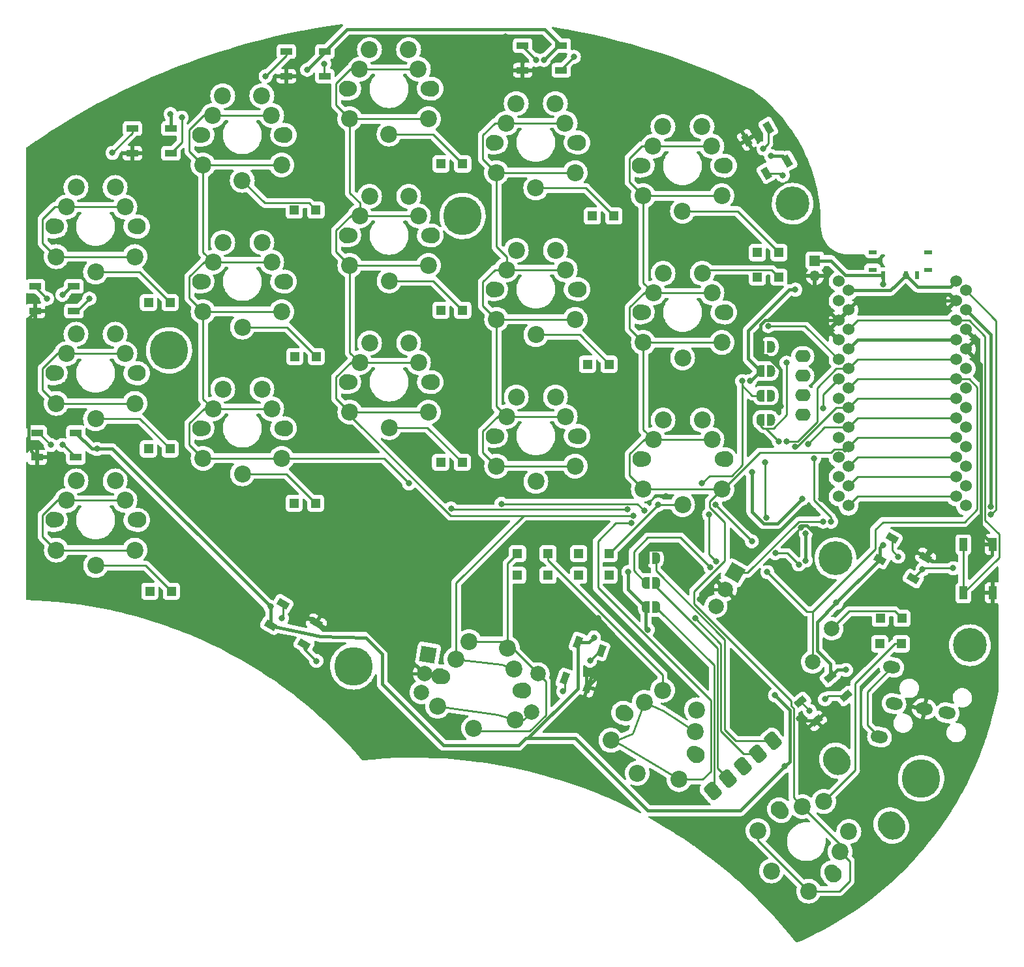
<source format=gbr>
G04 #@! TF.GenerationSoftware,KiCad,Pcbnew,(6.0.4-0)*
G04 #@! TF.CreationDate,2022-05-15T19:59:01-07:00*
G04 #@! TF.ProjectId,split_3x,73706c69-745f-4337-982e-6b696361645f,rev?*
G04 #@! TF.SameCoordinates,Original*
G04 #@! TF.FileFunction,Copper,L2,Bot*
G04 #@! TF.FilePolarity,Positive*
%FSLAX46Y46*%
G04 Gerber Fmt 4.6, Leading zero omitted, Abs format (unit mm)*
G04 Created by KiCad (PCBNEW (6.0.4-0)) date 2022-05-15 19:59:01*
%MOMM*%
%LPD*%
G01*
G04 APERTURE LIST*
G04 Aperture macros list*
%AMRoundRect*
0 Rectangle with rounded corners*
0 $1 Rounding radius*
0 $2 $3 $4 $5 $6 $7 $8 $9 X,Y pos of 4 corners*
0 Add a 4 corners polygon primitive as box body*
4,1,4,$2,$3,$4,$5,$6,$7,$8,$9,$2,$3,0*
0 Add four circle primitives for the rounded corners*
1,1,$1+$1,$2,$3*
1,1,$1+$1,$4,$5*
1,1,$1+$1,$6,$7*
1,1,$1+$1,$8,$9*
0 Add four rect primitives between the rounded corners*
20,1,$1+$1,$2,$3,$4,$5,0*
20,1,$1+$1,$4,$5,$6,$7,0*
20,1,$1+$1,$6,$7,$8,$9,0*
20,1,$1+$1,$8,$9,$2,$3,0*%
%AMHorizOval*
0 Thick line with rounded ends*
0 $1 width*
0 $2 $3 position (X,Y) of the first rounded end (center of the circle)*
0 $4 $5 position (X,Y) of the second rounded end (center of the circle)*
0 Add line between two ends*
20,1,$1,$2,$3,$4,$5,0*
0 Add two circle primitives to create the rounded ends*
1,1,$1,$2,$3*
1,1,$1,$4,$5*%
%AMRotRect*
0 Rectangle, with rotation*
0 The origin of the aperture is its center*
0 $1 length*
0 $2 width*
0 $3 Rotation angle, in degrees counterclockwise*
0 Add horizontal line*
21,1,$1,$2,0,0,$3*%
%AMFreePoly0*
4,1,22,0.500000,-0.750000,0.000000,-0.750000,0.000000,-0.745033,-0.079941,-0.743568,-0.215256,-0.701293,-0.333266,-0.622738,-0.424486,-0.514219,-0.481581,-0.384460,-0.499164,-0.250000,-0.500000,-0.250000,-0.500000,0.250000,-0.499164,0.250000,-0.499963,0.256109,-0.478152,0.396186,-0.417904,0.524511,-0.324060,0.630769,-0.204165,0.706417,-0.067858,0.745374,0.000000,0.744959,0.000000,0.750000,
0.500000,0.750000,0.500000,-0.750000,0.500000,-0.750000,$1*%
%AMFreePoly1*
4,1,20,0.000000,0.744959,0.073905,0.744508,0.209726,0.703889,0.328688,0.626782,0.421226,0.519385,0.479903,0.390333,0.500000,0.250000,0.500000,-0.250000,0.499851,-0.262216,0.476331,-0.402017,0.414519,-0.529596,0.319384,-0.634700,0.198574,-0.708877,0.061801,-0.746166,0.000000,-0.745033,0.000000,-0.750000,-0.500000,-0.750000,-0.500000,0.750000,0.000000,0.750000,0.000000,0.744959,
0.000000,0.744959,$1*%
G04 Aperture macros list end*
G04 #@! TA.AperFunction,ComponentPad*
%ADD10O,2.000000X1.600000*%
G04 #@! TD*
G04 #@! TA.AperFunction,ComponentPad*
%ADD11R,1.200000X1.200000*%
G04 #@! TD*
G04 #@! TA.AperFunction,WasherPad*
%ADD12C,2.100000*%
G04 #@! TD*
G04 #@! TA.AperFunction,WasherPad*
%ADD13C,1.900000*%
G04 #@! TD*
G04 #@! TA.AperFunction,ComponentPad*
%ADD14C,2.200000*%
G04 #@! TD*
G04 #@! TA.AperFunction,ComponentPad*
%ADD15C,1.524000*%
G04 #@! TD*
G04 #@! TA.AperFunction,ComponentPad*
%ADD16C,0.700000*%
G04 #@! TD*
G04 #@! TA.AperFunction,ComponentPad*
%ADD17C,4.400000*%
G04 #@! TD*
G04 #@! TA.AperFunction,ComponentPad*
%ADD18RotRect,2.000000X2.000000X330.000000*%
G04 #@! TD*
G04 #@! TA.AperFunction,ComponentPad*
%ADD19C,2.000000*%
G04 #@! TD*
G04 #@! TA.AperFunction,ComponentPad*
%ADD20RotRect,2.000000X2.000000X350.000000*%
G04 #@! TD*
G04 #@! TA.AperFunction,ComponentPad*
%ADD21C,5.000000*%
G04 #@! TD*
G04 #@! TA.AperFunction,ComponentPad*
%ADD22HorizOval,1.600000X-0.295442X0.052094X0.295442X-0.052094X0*%
G04 #@! TD*
G04 #@! TA.AperFunction,SMDPad,CuDef*
%ADD23RotRect,0.899160X1.501140X130.000000*%
G04 #@! TD*
G04 #@! TA.AperFunction,SMDPad,CuDef*
%ADD24RotRect,0.899160X1.501140X160.000000*%
G04 #@! TD*
G04 #@! TA.AperFunction,SMDPad,CuDef*
%ADD25RotRect,0.899160X1.501140X240.000000*%
G04 #@! TD*
G04 #@! TA.AperFunction,SMDPad,CuDef*
%ADD26R,1.501140X0.899160*%
G04 #@! TD*
G04 #@! TA.AperFunction,SMDPad,CuDef*
%ADD27RotRect,0.899160X1.501140X30.000000*%
G04 #@! TD*
G04 #@! TA.AperFunction,ComponentPad*
%ADD28R,1.350000X1.350000*%
G04 #@! TD*
G04 #@! TA.AperFunction,ComponentPad*
%ADD29O,1.350000X1.350000*%
G04 #@! TD*
G04 #@! TA.AperFunction,SMDPad,CuDef*
%ADD30FreePoly0,0.000000*%
G04 #@! TD*
G04 #@! TA.AperFunction,SMDPad,CuDef*
%ADD31FreePoly1,0.000000*%
G04 #@! TD*
G04 #@! TA.AperFunction,SMDPad,CuDef*
%ADD32R,1.000000X1.700000*%
G04 #@! TD*
G04 #@! TA.AperFunction,ComponentPad*
%ADD33RoundRect,0.425000X0.759451X-0.243895X-0.108313X0.790265X-0.759451X0.243895X0.108313X-0.790265X0*%
G04 #@! TD*
G04 #@! TA.AperFunction,ComponentPad*
%ADD34RoundRect,0.425000X0.108313X-0.790265X0.759451X-0.243895X-0.108313X0.790265X-0.759451X0.243895X0*%
G04 #@! TD*
G04 #@! TA.AperFunction,ComponentPad*
%ADD35HorizOval,3.300000X-0.160697X0.191511X0.160697X-0.191511X0*%
G04 #@! TD*
G04 #@! TA.AperFunction,SMDPad,CuDef*
%ADD36R,1.100000X0.600000*%
G04 #@! TD*
G04 #@! TA.AperFunction,SMDPad,CuDef*
%ADD37R,1.000000X0.600000*%
G04 #@! TD*
G04 #@! TA.AperFunction,SMDPad,CuDef*
%ADD38R,0.600000X1.000000*%
G04 #@! TD*
G04 #@! TA.AperFunction,ViaPad*
%ADD39C,0.800000*%
G04 #@! TD*
G04 #@! TA.AperFunction,Conductor*
%ADD40C,0.250000*%
G04 #@! TD*
G04 #@! TA.AperFunction,Conductor*
%ADD41C,0.381000*%
G04 #@! TD*
G04 APERTURE END LIST*
D10*
G04 #@! TO.P,Brd1,1*
G04 #@! TO.N,Net-(Brd1-Pad1)*
X179106250Y-94107500D03*
G04 #@! TO.P,Brd1,2*
G04 #@! TO.N,Net-(Brd1-Pad2)*
X179106250Y-91567500D03*
G04 #@! TO.P,Brd1,3*
G04 #@! TO.N,Net-(Brd1-Pad3)*
X179106250Y-89027500D03*
G04 #@! TO.P,Brd1,4*
G04 #@! TO.N,Net-(Brd1-Pad4)*
X179106250Y-86487500D03*
G04 #@! TD*
D11*
G04 #@! TO.P,D3,1*
G04 #@! TO.N,row2*
X94350000Y-117000000D03*
G04 #@! TO.P,D3,2*
G04 #@! TO.N,Net-(D3-Pad2)*
X97150000Y-117000000D03*
G04 #@! TD*
D12*
G04 #@! TO.P,MX1,*
G04 #@! TO.N,*
X92805650Y-69642350D03*
D13*
X92385650Y-69642350D03*
X82225650Y-69642350D03*
D12*
X81805650Y-69642350D03*
D14*
G04 #@! TO.P,MX1,1*
G04 #@! TO.N,col0*
X83495650Y-67102350D03*
X91115650Y-67102350D03*
X92405650Y-73542350D03*
X82205650Y-73542350D03*
G04 #@! TO.P,MX1,2*
G04 #@! TO.N,Net-(D1-Pad2)*
X84765650Y-64562350D03*
X87305650Y-75542350D03*
X89845650Y-64562350D03*
G04 #@! TD*
D13*
G04 #@! TO.P,MX2,*
G04 #@! TO.N,*
X92385650Y-88693750D03*
D12*
X81805650Y-88693750D03*
X92805650Y-88693750D03*
D13*
X82225650Y-88693750D03*
D14*
G04 #@! TO.P,MX2,1*
G04 #@! TO.N,col0*
X91115650Y-86153750D03*
X83495650Y-86153750D03*
X92405650Y-92593750D03*
X82205650Y-92593750D03*
G04 #@! TO.P,MX2,2*
G04 #@! TO.N,Net-(D2-Pad2)*
X89845650Y-83613750D03*
X84765650Y-83613750D03*
X87305650Y-94593750D03*
G04 #@! TD*
D12*
G04 #@! TO.P,MX3,*
G04 #@! TO.N,*
X92812500Y-107743750D03*
X81812500Y-107743750D03*
D13*
X82232500Y-107743750D03*
X92392500Y-107743750D03*
D14*
G04 #@! TO.P,MX3,1*
G04 #@! TO.N,col0*
X91122500Y-105203750D03*
X92412500Y-111643750D03*
X82212500Y-111643750D03*
X83502500Y-105203750D03*
G04 #@! TO.P,MX3,2*
G04 #@! TO.N,Net-(D3-Pad2)*
X87312500Y-113643750D03*
X84772500Y-102663750D03*
X89852500Y-102663750D03*
G04 #@! TD*
D12*
G04 #@! TO.P,MX4,*
G04 #@! TO.N,*
X111854450Y-57736100D03*
X100854450Y-57736100D03*
D13*
X101274450Y-57736100D03*
X111434450Y-57736100D03*
D14*
G04 #@! TO.P,MX4,1*
G04 #@! TO.N,col1*
X101254450Y-61636100D03*
X110164450Y-55196100D03*
X111454450Y-61636100D03*
X102544450Y-55196100D03*
G04 #@! TO.P,MX4,2*
G04 #@! TO.N,Net-(D4-Pad2)*
X108894450Y-52656100D03*
X106354450Y-63636100D03*
X103814450Y-52656100D03*
G04 #@! TD*
D12*
G04 #@! TO.P,MX5,*
G04 #@! TO.N,*
X100862500Y-76787500D03*
D13*
X101282500Y-76787500D03*
X111442500Y-76787500D03*
D12*
X111862500Y-76787500D03*
D14*
G04 #@! TO.P,MX5,1*
G04 #@! TO.N,col1*
X110172500Y-74247500D03*
X111462500Y-80687500D03*
X101262500Y-80687500D03*
X102552500Y-74247500D03*
G04 #@! TO.P,MX5,2*
G04 #@! TO.N,Net-(D5-Pad2)*
X106362500Y-82687500D03*
X103822500Y-71707500D03*
X108902500Y-71707500D03*
G04 #@! TD*
D13*
G04 #@! TO.P,MX6,*
G04 #@! TO.N,*
X101282500Y-95837500D03*
X111442500Y-95837500D03*
D12*
X100862500Y-95837500D03*
X111862500Y-95837500D03*
D14*
G04 #@! TO.P,MX6,1*
G04 #@! TO.N,col1*
X102552500Y-93297500D03*
X101262500Y-99737500D03*
X110172500Y-93297500D03*
X111462500Y-99737500D03*
G04 #@! TO.P,MX6,2*
G04 #@! TO.N,Net-(D6-Pad2)*
X106362500Y-101737500D03*
X108902500Y-90757500D03*
X103822500Y-90757500D03*
G04 #@! TD*
D13*
G04 #@! TO.P,MX7,*
G04 #@! TO.N,*
X120323250Y-51736100D03*
X130483250Y-51736100D03*
D12*
X119903250Y-51736100D03*
X130903250Y-51736100D03*
D14*
G04 #@! TO.P,MX7,1*
G04 #@! TO.N,col2*
X130503250Y-55636100D03*
X120303250Y-55636100D03*
X129213250Y-49196100D03*
X121593250Y-49196100D03*
G04 #@! TO.P,MX7,2*
G04 #@! TO.N,Net-(D8-Pad2)*
X122863250Y-46656100D03*
X127943250Y-46656100D03*
X125403250Y-57636100D03*
G04 #@! TD*
D13*
G04 #@! TO.P,MX8,*
G04 #@! TO.N,*
X120332500Y-70787500D03*
D12*
X130912500Y-70787500D03*
D13*
X130492500Y-70787500D03*
D12*
X119912500Y-70787500D03*
D14*
G04 #@! TO.P,MX8,1*
G04 #@! TO.N,col2*
X121602500Y-68247500D03*
X129222500Y-68247500D03*
X130512500Y-74687500D03*
X120312500Y-74687500D03*
G04 #@! TO.P,MX8,2*
G04 #@! TO.N,Net-(D9-Pad2)*
X122872500Y-65707500D03*
X125412500Y-76687500D03*
X127952500Y-65707500D03*
G04 #@! TD*
D13*
G04 #@! TO.P,MX9,*
G04 #@! TO.N,*
X120332500Y-89837500D03*
X130492500Y-89837500D03*
D12*
X119912500Y-89837500D03*
X130912500Y-89837500D03*
D14*
G04 #@! TO.P,MX9,1*
G04 #@! TO.N,col2*
X121602500Y-87297500D03*
X130512500Y-93737500D03*
X129222500Y-87297500D03*
X120312500Y-93737500D03*
G04 #@! TO.P,MX9,2*
G04 #@! TO.N,Net-(D10-Pad2)*
X127952500Y-84757500D03*
X122872500Y-84757500D03*
X125412500Y-95737500D03*
G04 #@! TD*
D12*
G04 #@! TO.P,MX10,*
G04 #@! TO.N,*
X142828943Y-129923815D03*
D13*
X142415323Y-129850883D03*
D12*
X131996057Y-128013685D03*
D13*
X132409677Y-128086617D03*
D14*
G04 #@! TO.P,MX10,1*
G04 #@! TO.N,col2*
X141757792Y-133695106D03*
X134101449Y-125805739D03*
X131712753Y-131923895D03*
X141605684Y-127128938D03*
G04 #@! TO.P,MX10,2*
G04 #@! TO.N,enc1row*
X136387976Y-134779116D03*
X140796044Y-124406993D03*
X135793221Y-123524860D03*
G04 #@! TD*
D13*
G04 #@! TO.P,MX11,*
G04 #@! TO.N,*
X149532050Y-58736100D03*
D12*
X138952050Y-58736100D03*
D13*
X139372050Y-58736100D03*
D12*
X149952050Y-58736100D03*
D14*
G04 #@! TO.P,MX11,1*
G04 #@! TO.N,col3*
X139352050Y-62636100D03*
X140642050Y-56196100D03*
X148262050Y-56196100D03*
X149552050Y-62636100D03*
G04 #@! TO.P,MX11,2*
G04 #@! TO.N,Net-(D12-Pad2)*
X141912050Y-53656100D03*
X144452050Y-64636100D03*
X146992050Y-53656100D03*
G04 #@! TD*
D12*
G04 #@! TO.P,MX12,*
G04 #@! TO.N,*
X149962500Y-77787500D03*
D13*
X139382500Y-77787500D03*
X149542500Y-77787500D03*
D12*
X138962500Y-77787500D03*
D14*
G04 #@! TO.P,MX12,1*
G04 #@! TO.N,col3*
X139362500Y-81687500D03*
X148272500Y-75247500D03*
X140652500Y-75247500D03*
X149562500Y-81687500D03*
G04 #@! TO.P,MX12,2*
G04 #@! TO.N,Net-(D13-Pad2)*
X141922500Y-72707500D03*
X147002500Y-72707500D03*
X144462500Y-83687500D03*
G04 #@! TD*
D13*
G04 #@! TO.P,MX13,*
G04 #@! TO.N,*
X139382500Y-96837500D03*
D12*
X138962500Y-96837500D03*
X149962500Y-96837500D03*
D13*
X149542500Y-96837500D03*
D14*
G04 #@! TO.P,MX13,1*
G04 #@! TO.N,col3*
X140652500Y-94297500D03*
X139362500Y-100737500D03*
X149562500Y-100737500D03*
X148272500Y-94297500D03*
G04 #@! TO.P,MX13,2*
G04 #@! TO.N,Net-(D14-Pad2)*
X141922500Y-91757500D03*
X147002500Y-91757500D03*
X144462500Y-102737500D03*
G04 #@! TD*
D12*
G04 #@! TO.P,MX14,*
G04 #@! TO.N,*
X155805610Y-132762500D03*
X165331890Y-138262500D03*
D13*
X156169341Y-132972500D03*
X164968159Y-138052500D03*
D14*
G04 #@! TO.P,MX14,1*
G04 #@! TO.N,col3*
X154202020Y-136339999D03*
X158539193Y-131407795D03*
X163035480Y-141439999D03*
X165138307Y-135217795D03*
G04 #@! TO.P,MX14,2*
G04 #@! TO.N,Net-(D15-Pad2)*
X165308455Y-132383091D03*
X157618750Y-140622050D03*
X160909045Y-129843091D03*
G04 #@! TD*
D12*
G04 #@! TO.P,MX15,*
G04 #@! TO.N,*
X169000850Y-61736100D03*
D13*
X158420850Y-61736100D03*
X168580850Y-61736100D03*
D12*
X158000850Y-61736100D03*
D14*
G04 #@! TO.P,MX15,1*
G04 #@! TO.N,col4*
X167310850Y-59196100D03*
X159690850Y-59196100D03*
X158400850Y-65636100D03*
X168600850Y-65636100D03*
G04 #@! TO.P,MX15,2*
G04 #@! TO.N,Net-(D16-Pad2)*
X166040850Y-56656100D03*
X160960850Y-56656100D03*
X163500850Y-67636100D03*
G04 #@! TD*
D12*
G04 #@! TO.P,MX16,*
G04 #@! TO.N,*
X158012500Y-80787500D03*
D13*
X168592500Y-80787500D03*
X158432500Y-80787500D03*
D12*
X169012500Y-80787500D03*
D14*
G04 #@! TO.P,MX16,1*
G04 #@! TO.N,col4*
X167322500Y-78247500D03*
X159702500Y-78247500D03*
X168612500Y-84687500D03*
X158412500Y-84687500D03*
G04 #@! TO.P,MX16,2*
G04 #@! TO.N,Net-(D17-Pad2)*
X163512500Y-86687500D03*
X160972500Y-75707500D03*
X166052500Y-75707500D03*
G04 #@! TD*
D13*
G04 #@! TO.P,MX17,*
G04 #@! TO.N,*
X158432500Y-99837500D03*
D12*
X169012500Y-99837500D03*
X158012500Y-99837500D03*
D13*
X168592500Y-99837500D03*
D14*
G04 #@! TO.P,MX17,1*
G04 #@! TO.N,col4*
X159702500Y-97297500D03*
X168612500Y-103737500D03*
X158412500Y-103737500D03*
X167322500Y-97297500D03*
G04 #@! TO.P,MX17,2*
G04 #@! TO.N,Net-(D18-Pad2)*
X166052500Y-94757500D03*
X160972500Y-94757500D03*
X163512500Y-105737500D03*
G04 #@! TD*
D12*
G04 #@! TO.P,MX18,*
G04 #@! TO.N,*
X176033418Y-145299256D03*
D13*
X176303389Y-145620994D03*
D12*
X183104082Y-153725744D03*
D13*
X182834111Y-153404006D03*
D14*
G04 #@! TO.P,MX18,1*
G04 #@! TO.N,col4*
X183963524Y-150798449D03*
X179859393Y-155926198D03*
X179065482Y-144961190D03*
X173302960Y-148112545D03*
G04 #@! TO.P,MX18,2*
G04 #@! TO.N,Net-(D19-Pad2)*
X185092936Y-148192892D03*
X175049088Y-153304947D03*
X181827575Y-144301386D03*
G04 #@! TD*
D15*
G04 #@! TO.P,U1,1*
G04 #@! TO.N,leds*
X200287565Y-77938245D03*
X183748750Y-76742500D03*
G04 #@! TO.P,U1,2*
G04 #@! TO.N,connection*
X200287565Y-80478245D03*
X183748750Y-79282500D03*
G04 #@! TO.P,U1,3*
G04 #@! TO.N,ground*
X183748750Y-81822500D03*
X200287565Y-83018245D03*
G04 #@! TO.P,U1,4*
X200287565Y-85558245D03*
X183748750Y-84362500D03*
G04 #@! TO.P,U1,5*
G04 #@! TO.N,sda*
X183748750Y-86902500D03*
X200287565Y-88098245D03*
G04 #@! TO.P,U1,6*
G04 #@! TO.N,scl*
X183748750Y-89442500D03*
X200287565Y-90638245D03*
G04 #@! TO.P,U1,7*
G04 #@! TO.N,row0*
X183748750Y-91982500D03*
X200287565Y-93178245D03*
G04 #@! TO.P,U1,8*
G04 #@! TO.N,row1*
X183748750Y-94522500D03*
X200287565Y-95718245D03*
G04 #@! TO.P,U1,9*
G04 #@! TO.N,row2*
X200287565Y-98258245D03*
X183748750Y-97062500D03*
G04 #@! TO.P,U1,10*
G04 #@! TO.N,row3*
X200287565Y-100798245D03*
X183748750Y-99602500D03*
G04 #@! TO.P,U1,11*
G04 #@! TO.N,enc1da*
X183748750Y-102142500D03*
X200287565Y-103338245D03*
G04 #@! TO.P,U1,12*
G04 #@! TO.N,enc1db*
X183748750Y-104682500D03*
X200287565Y-105878245D03*
G04 #@! TO.P,U1,13*
G04 #@! TO.N,enc0db*
X185047565Y-105878245D03*
X198988750Y-104682500D03*
G04 #@! TO.P,U1,14*
G04 #@! TO.N,enc0da*
X198988750Y-102142500D03*
X185047565Y-103338245D03*
G04 #@! TO.P,U1,15*
G04 #@! TO.N,Net-(U1-Pad15)*
X198988750Y-99602500D03*
X185047565Y-100798245D03*
G04 #@! TO.P,U1,16*
G04 #@! TO.N,col4*
X185047565Y-98258245D03*
X198988750Y-97062500D03*
G04 #@! TO.P,U1,17*
G04 #@! TO.N,col3*
X198988750Y-94522500D03*
X185047565Y-95718245D03*
G04 #@! TO.P,U1,18*
G04 #@! TO.N,col2*
X198988750Y-91982500D03*
X185047565Y-93178245D03*
G04 #@! TO.P,U1,19*
G04 #@! TO.N,col1*
X198988750Y-89442500D03*
X185047565Y-90638245D03*
G04 #@! TO.P,U1,20*
G04 #@! TO.N,col0*
X185047565Y-88098245D03*
X198988750Y-86902500D03*
G04 #@! TO.P,U1,21*
G04 #@! TO.N,power*
X198988750Y-84362500D03*
X185047565Y-85558245D03*
G04 #@! TO.P,U1,22*
G04 #@! TO.N,reset*
X198988750Y-81822500D03*
X185047565Y-83018245D03*
G04 #@! TO.P,U1,23*
G04 #@! TO.N,ground*
X198988750Y-79282500D03*
X185047565Y-80478245D03*
G04 #@! TO.P,U1,24*
G04 #@! TO.N,raw*
X198988750Y-76742500D03*
X185047565Y-77938245D03*
G04 #@! TD*
D16*
G04 #@! TO.P, ,1*
G04 #@! TO.N,N/C*
X182189524Y-113879226D03*
X185006250Y-112712500D03*
X184522976Y-111545774D03*
X183356250Y-111062500D03*
X181706250Y-112712500D03*
D17*
X183356250Y-112712500D03*
D16*
X182189524Y-111545774D03*
X183356250Y-114362500D03*
X184522976Y-113879226D03*
G04 #@! TD*
G04 #@! TO.P, ,1*
G04 #@! TO.N,N/C*
X199168750Y-124000000D03*
X200818750Y-125650000D03*
X201985476Y-122833274D03*
X199652024Y-122833274D03*
D17*
X200818750Y-124000000D03*
D16*
X202468750Y-124000000D03*
X201985476Y-125166726D03*
X200818750Y-122350000D03*
X199652024Y-125166726D03*
G04 #@! TD*
D18*
G04 #@! TO.P,SW3,A*
G04 #@! TO.N,enc0db*
X170323559Y-114597436D03*
D19*
G04 #@! TO.P,SW3,B*
G04 #@! TO.N,enc0da*
X167823559Y-118927564D03*
G04 #@! TO.P,SW3,C*
G04 #@! TO.N,ground*
X169073559Y-116762500D03*
G04 #@! TO.P,SW3,S1*
G04 #@! TO.N,col1*
X180380928Y-126177564D03*
G04 #@! TO.P,SW3,S2*
G04 #@! TO.N,enc0row*
X182880928Y-121847436D03*
G04 #@! TD*
D20*
G04 #@! TO.P,SW4,A*
G04 #@! TO.N,enc1db*
X130460562Y-125204369D03*
D19*
G04 #@! TO.P,SW4,B*
G04 #@! TO.N,enc1da*
X129592321Y-130128408D03*
G04 #@! TO.P,SW4,C*
G04 #@! TO.N,ground*
X130026442Y-127666389D03*
G04 #@! TO.P,SW4,S1*
G04 #@! TO.N,col2*
X143872034Y-132646307D03*
G04 #@! TO.P,SW4,S2*
G04 #@! TO.N,enc1row*
X144740275Y-127722268D03*
G04 #@! TD*
D21*
G04 #@! TO.P,REF\u002A\u002A,*
G04 #@! TO.N,*
X96837500Y-85725000D03*
G04 #@! TD*
G04 #@! TO.P,REF\u002A\u002A,*
G04 #@! TO.N,*
X134937500Y-68262500D03*
G04 #@! TD*
G04 #@! TO.P,REF\u002A\u002A,*
G04 #@! TO.N,*
X120750000Y-126750000D03*
G04 #@! TD*
G04 #@! TO.P,REF\u002A\u002A,*
G04 #@! TO.N,*
X194468750Y-141287500D03*
G04 #@! TD*
D16*
G04 #@! TO.P, ,1*
G04 #@! TO.N,N/C*
X176633274Y-65508274D03*
X177800000Y-65025000D03*
X178966726Y-65508274D03*
X176633274Y-67841726D03*
X176150000Y-66675000D03*
D17*
X177800000Y-66675000D03*
D16*
X178966726Y-67841726D03*
X177800000Y-68325000D03*
X179450000Y-66675000D03*
G04 #@! TD*
D22*
G04 #@! TO.P,U2,1*
G04 #@! TO.N,Net-(U2-Pad1)*
X189072891Y-135917891D03*
X190670454Y-126857660D03*
G04 #@! TO.P,U2,2*
G04 #@! TO.N,power*
X190954961Y-131578789D03*
G04 #@! TO.P,U2,3*
G04 #@! TO.N,ground*
X194894192Y-132273381D03*
G04 #@! TO.P,U2,4*
G04 #@! TO.N,connection*
X197848615Y-132794326D03*
G04 #@! TD*
D23*
G04 #@! TO.P,D20,1*
G04 #@! TO.N,power*
X182654782Y-128136368D03*
G04 #@! TO.P,D20,2*
G04 #@! TO.N,Net-(D20-Pad2)*
X184711960Y-130588017D03*
G04 #@! TO.P,D20,3*
G04 #@! TO.N,ground*
X180882718Y-133801132D03*
G04 #@! TO.P,D20,4*
G04 #@! TO.N,Net-(D20-Pad4)*
X178825540Y-131349483D03*
G04 #@! TD*
D24*
G04 #@! TO.P,D21,1*
G04 #@! TO.N,power*
X149919885Y-123616569D03*
G04 #@! TO.P,D21,2*
G04 #@! TO.N,Net-(D21-Pad2)*
X152927278Y-124711170D03*
G04 #@! TO.P,D21,3*
G04 #@! TO.N,ground*
X151217615Y-129408431D03*
G04 #@! TO.P,D21,4*
G04 #@! TO.N,Net-(D20-Pad2)*
X148210222Y-128313830D03*
G04 #@! TD*
D25*
G04 #@! TO.P,D22,1*
G04 #@! TO.N,power*
X110035391Y-121386134D03*
G04 #@! TO.P,D22,2*
G04 #@! TO.N,Net-(D22-Pad2)*
X111635591Y-118614506D03*
G04 #@! TO.P,D22,3*
G04 #@! TO.N,ground*
X115964609Y-121113866D03*
G04 #@! TO.P,D22,4*
G04 #@! TO.N,Net-(D21-Pad2)*
X114364409Y-123885494D03*
G04 #@! TD*
D26*
G04 #@! TO.P,D23,1*
G04 #@! TO.N,power*
X84749360Y-96399800D03*
G04 #@! TO.P,D23,2*
G04 #@! TO.N,Net-(D23-Pad2)*
X84749360Y-99600200D03*
G04 #@! TO.P,D23,3*
G04 #@! TO.N,ground*
X79750640Y-99600200D03*
G04 #@! TO.P,D23,4*
G04 #@! TO.N,Net-(D22-Pad2)*
X79750640Y-96399800D03*
G04 #@! TD*
G04 #@! TO.P,D24,1*
G04 #@! TO.N,power*
X84499360Y-77399800D03*
G04 #@! TO.P,D24,2*
G04 #@! TO.N,Net-(D24-Pad2)*
X84499360Y-80600200D03*
G04 #@! TO.P,D24,3*
G04 #@! TO.N,ground*
X79500640Y-80600200D03*
G04 #@! TO.P,D24,4*
G04 #@! TO.N,Net-(D23-Pad2)*
X79500640Y-77399800D03*
G04 #@! TD*
G04 #@! TO.P,D25,1*
G04 #@! TO.N,power*
X97068110Y-56912300D03*
G04 #@! TO.P,D25,2*
G04 #@! TO.N,Net-(D25-Pad2)*
X97068110Y-60112700D03*
G04 #@! TO.P,D25,3*
G04 #@! TO.N,ground*
X92069390Y-60112700D03*
G04 #@! TO.P,D25,4*
G04 #@! TO.N,Net-(D24-Pad2)*
X92069390Y-56912300D03*
G04 #@! TD*
G04 #@! TO.P,D26,1*
G04 #@! TO.N,power*
X117068110Y-46912300D03*
G04 #@! TO.P,D26,2*
G04 #@! TO.N,Net-(D26-Pad2)*
X117068110Y-50112700D03*
G04 #@! TO.P,D26,3*
G04 #@! TO.N,ground*
X112069390Y-50112700D03*
G04 #@! TO.P,D26,4*
G04 #@! TO.N,Net-(D25-Pad2)*
X112069390Y-46912300D03*
G04 #@! TD*
G04 #@! TO.P,D27,1*
G04 #@! TO.N,power*
X147749360Y-46149800D03*
G04 #@! TO.P,D27,2*
G04 #@! TO.N,Net-(D27-Pad2)*
X147749360Y-49350200D03*
G04 #@! TO.P,D27,3*
G04 #@! TO.N,ground*
X142750640Y-49350200D03*
G04 #@! TO.P,D27,4*
G04 #@! TO.N,Net-(D26-Pad2)*
X142750640Y-46149800D03*
G04 #@! TD*
D27*
G04 #@! TO.P,D28,1*
G04 #@! TO.N,power*
X177135494Y-61114409D03*
G04 #@! TO.P,D28,2*
G04 #@! TO.N,Net-(D28-Pad2)*
X174363866Y-62714609D03*
G04 #@! TO.P,D28,3*
G04 #@! TO.N,ground*
X171864506Y-58385591D03*
G04 #@! TO.P,D28,4*
G04 #@! TO.N,Net-(D27-Pad2)*
X174636134Y-56785391D03*
G04 #@! TD*
D25*
G04 #@! TO.P,D29,1*
G04 #@! TO.N,power*
X189122891Y-112848634D03*
G04 #@! TO.P,D29,2*
G04 #@! TO.N,Net-(D20-Pad4)*
X190723091Y-110077006D03*
G04 #@! TO.P,D29,3*
G04 #@! TO.N,ground*
X195052109Y-112576366D03*
G04 #@! TO.P,D29,4*
G04 #@! TO.N,leds*
X193451909Y-115347994D03*
G04 #@! TD*
D11*
G04 #@! TO.P,D1,1*
G04 #@! TO.N,row0*
X94168750Y-79512500D03*
G04 #@! TO.P,D1,2*
G04 #@! TO.N,Net-(D1-Pad2)*
X96968750Y-79512500D03*
G04 #@! TD*
G04 #@! TO.P,D2,1*
G04 #@! TO.N,row1*
X94168750Y-98512500D03*
G04 #@! TO.P,D2,2*
G04 #@! TO.N,Net-(D2-Pad2)*
X96968750Y-98512500D03*
G04 #@! TD*
G04 #@! TO.P,D4,1*
G04 #@! TO.N,row0*
X113118750Y-67512500D03*
G04 #@! TO.P,D4,2*
G04 #@! TO.N,Net-(D4-Pad2)*
X115918750Y-67512500D03*
G04 #@! TD*
G04 #@! TO.P,D5,1*
G04 #@! TO.N,row1*
X113168750Y-86512500D03*
G04 #@! TO.P,D5,2*
G04 #@! TO.N,Net-(D5-Pad2)*
X115968750Y-86512500D03*
G04 #@! TD*
G04 #@! TO.P,D6,1*
G04 #@! TO.N,row2*
X113087500Y-105568750D03*
G04 #@! TO.P,D6,2*
G04 #@! TO.N,Net-(D6-Pad2)*
X115887500Y-105568750D03*
G04 #@! TD*
G04 #@! TO.P,D7,1*
G04 #@! TO.N,row3*
X189168750Y-120512500D03*
G04 #@! TO.P,D7,2*
G04 #@! TO.N,enc0row*
X191968750Y-120512500D03*
G04 #@! TD*
G04 #@! TO.P,D8,1*
G04 #@! TO.N,row0*
X132168750Y-61512500D03*
G04 #@! TO.P,D8,2*
G04 #@! TO.N,Net-(D8-Pad2)*
X134968750Y-61512500D03*
G04 #@! TD*
G04 #@! TO.P,D9,1*
G04 #@! TO.N,row1*
X132168750Y-80512500D03*
G04 #@! TO.P,D9,2*
G04 #@! TO.N,Net-(D9-Pad2)*
X134968750Y-80512500D03*
G04 #@! TD*
G04 #@! TO.P,D10,1*
G04 #@! TO.N,row2*
X132100000Y-100250000D03*
G04 #@! TO.P,D10,2*
G04 #@! TO.N,Net-(D10-Pad2)*
X134900000Y-100250000D03*
G04 #@! TD*
G04 #@! TO.P,D11,1*
G04 #@! TO.N,row3*
X142081250Y-114906250D03*
G04 #@! TO.P,D11,2*
G04 #@! TO.N,enc1row*
X142081250Y-112106250D03*
G04 #@! TD*
G04 #@! TO.P,D12,1*
G04 #@! TO.N,row0*
X151793750Y-68262500D03*
G04 #@! TO.P,D12,2*
G04 #@! TO.N,Net-(D12-Pad2)*
X154593750Y-68262500D03*
G04 #@! TD*
G04 #@! TO.P,D13,1*
G04 #@! TO.N,row1*
X151168750Y-87512500D03*
G04 #@! TO.P,D13,2*
G04 #@! TO.N,Net-(D13-Pad2)*
X153968750Y-87512500D03*
G04 #@! TD*
G04 #@! TO.P,D14,1*
G04 #@! TO.N,row2*
X150018750Y-114906250D03*
G04 #@! TO.P,D14,2*
G04 #@! TO.N,Net-(D14-Pad2)*
X150018750Y-112106250D03*
G04 #@! TD*
G04 #@! TO.P,D15,1*
G04 #@! TO.N,row3*
X146050000Y-114906250D03*
G04 #@! TO.P,D15,2*
G04 #@! TO.N,Net-(D15-Pad2)*
X146050000Y-112106250D03*
G04 #@! TD*
G04 #@! TO.P,D16,1*
G04 #@! TO.N,row0*
X173225000Y-73025000D03*
G04 #@! TO.P,D16,2*
G04 #@! TO.N,Net-(D16-Pad2)*
X176025000Y-73025000D03*
G04 #@! TD*
G04 #@! TO.P,D17,1*
G04 #@! TO.N,row1*
X173225000Y-76200000D03*
G04 #@! TO.P,D17,2*
G04 #@! TO.N,Net-(D17-Pad2)*
X176025000Y-76200000D03*
G04 #@! TD*
G04 #@! TO.P,D18,1*
G04 #@! TO.N,row2*
X153987500Y-114906250D03*
G04 #@! TO.P,D18,2*
G04 #@! TO.N,Net-(D18-Pad2)*
X153987500Y-112106250D03*
G04 #@! TD*
G04 #@! TO.P,D19,1*
G04 #@! TO.N,row3*
X189100000Y-123825000D03*
G04 #@! TO.P,D19,2*
G04 #@! TO.N,Net-(D19-Pad2)*
X191900000Y-123825000D03*
G04 #@! TD*
D28*
G04 #@! TO.P,BT1,1*
G04 #@! TO.N,Net-(BT1-Pad1)*
X180682000Y-74052000D03*
D29*
G04 #@! TO.P,BT1,2*
G04 #@! TO.N,ground*
X180682000Y-76052000D03*
G04 #@! TD*
D30*
G04 #@! TO.P,JP5,1*
G04 #@! TO.N,ground*
X173637500Y-85225000D03*
D31*
G04 #@! TO.P,JP5,2*
G04 #@! TO.N,Net-(Brd1-Pad4)*
X174937500Y-85225000D03*
G04 #@! TD*
D30*
G04 #@! TO.P,JP6,1*
G04 #@! TO.N,power*
X173637500Y-88400000D03*
D31*
G04 #@! TO.P,JP6,2*
G04 #@! TO.N,Net-(Brd1-Pad3)*
X174937500Y-88400000D03*
G04 #@! TD*
D30*
G04 #@! TO.P,JP7,1*
G04 #@! TO.N,scl*
X173637500Y-91575000D03*
D31*
G04 #@! TO.P,JP7,2*
G04 #@! TO.N,Net-(Brd1-Pad2)*
X174937500Y-91575000D03*
G04 #@! TD*
D30*
G04 #@! TO.P,JP8,1*
G04 #@! TO.N,sda*
X173637500Y-94750000D03*
D31*
G04 #@! TO.P,JP8,2*
G04 #@! TO.N,Net-(Brd1-Pad1)*
X174937500Y-94750000D03*
G04 #@! TD*
D32*
G04 #@! TO.P,SW2,1*
G04 #@! TO.N,reset*
X199943750Y-110900000D03*
X199943750Y-117200000D03*
G04 #@! TO.P,SW2,2*
G04 #@! TO.N,ground*
X203743750Y-117200000D03*
X203743750Y-110900000D03*
G04 #@! TD*
D33*
G04 #@! TO.P,pim1,1*
G04 #@! TO.N,Net-(JP18-Pad2)*
X175217147Y-136423385D03*
D34*
G04 #@! TO.P,pim1,2*
G04 #@! TO.N,Net-(JP10-Pad2)*
X173271395Y-138056066D03*
G04 #@! TO.P,pim1,3*
G04 #@! TO.N,scl*
X171325642Y-139688746D03*
G04 #@! TO.P,pim1,4*
G04 #@! TO.N,Net-(JP15-Pad2)*
X169379889Y-141321427D03*
G04 #@! TO.P,pim1,5*
G04 #@! TO.N,Net-(JP13-Pad2)*
X167434136Y-142954107D03*
D35*
G04 #@! TO.P,pim1,8*
G04 #@! TO.N,N/C*
X190611317Y-147426426D03*
G04 #@! TO.P,pim1,9*
X183540654Y-138999937D03*
G04 #@! TD*
D30*
G04 #@! TO.P,JP14,1*
G04 #@! TO.N,power*
X158750000Y-119062500D03*
D31*
G04 #@! TO.P,JP14,2*
G04 #@! TO.N,Net-(JP13-Pad2)*
X160050000Y-119062500D03*
G04 #@! TD*
D30*
G04 #@! TO.P,JP15,1*
G04 #@! TO.N,sda*
X158750000Y-115887500D03*
D31*
G04 #@! TO.P,JP15,2*
G04 #@! TO.N,Net-(JP15-Pad2)*
X160050000Y-115887500D03*
G04 #@! TD*
D30*
G04 #@! TO.P,JP18,1*
G04 #@! TO.N,ground*
X158750000Y-112712500D03*
D31*
G04 #@! TO.P,JP18,2*
G04 #@! TO.N,Net-(JP18-Pad2)*
X160050000Y-112712500D03*
G04 #@! TD*
D36*
G04 #@! TO.P,SW5,*
G04 #@! TO.N,*
X195370000Y-72957000D03*
X188170000Y-75243000D03*
D37*
X195370000Y-75243000D03*
X188170000Y-72957000D03*
D38*
G04 #@! TO.P,SW5,1*
G04 #@! TO.N,Net-(BT1-Pad1)*
X189570000Y-75950000D03*
G04 #@! TO.P,SW5,2*
G04 #@! TO.N,raw*
X192470000Y-75950000D03*
G04 #@! TO.P,SW5,3*
G04 #@! TO.N,N/C*
X193970000Y-75950000D03*
G04 #@! TD*
D39*
G04 #@! TO.N,Net-(Brd1-Pad2)*
X175081250Y-91575000D03*
G04 #@! TO.N,Net-(Brd1-Pad1)*
X175125000Y-94750000D03*
G04 #@! TO.N,Net-(Brd1-Pad3)*
X175125000Y-88400000D03*
G04 #@! TO.N,Net-(Brd1-Pad4)*
X175125000Y-85225000D03*
G04 #@! TO.N,row3*
X182781404Y-107962651D03*
X180565000Y-99725010D03*
G04 #@! TO.N,Net-(D18-Pad2)*
X160356250Y-105737500D03*
G04 #@! TO.N,power*
X172243750Y-89693750D03*
X172500000Y-101500000D03*
X83000000Y-78500000D03*
X145500000Y-48000000D03*
X97038679Y-55038679D03*
X176790491Y-139709509D03*
X175000000Y-60500000D03*
X184711960Y-127211960D03*
X175500000Y-130500000D03*
X110000000Y-119000000D03*
X183485763Y-118485763D03*
X156460164Y-114479862D03*
X179500000Y-109500000D03*
X114772619Y-49272619D03*
X178142000Y-77830000D03*
X179500000Y-113000000D03*
X189500000Y-111000000D03*
X152000000Y-123000000D03*
X87500000Y-98500000D03*
X159012660Y-121987340D03*
X179000000Y-105000000D03*
G04 #@! TO.N,Net-(D20-Pad2)*
X148000000Y-130000000D03*
X182000000Y-131000000D03*
G04 #@! TO.N,leds*
X203500000Y-107000000D03*
X198639115Y-114000000D03*
X194649951Y-114149951D03*
G04 #@! TO.N,ground*
X182500000Y-109500000D03*
X179000000Y-116500000D03*
X181500000Y-105000000D03*
X152501152Y-120501152D03*
X165725000Y-118000000D03*
X165935660Y-105824020D03*
X162344740Y-124500000D03*
X176281250Y-93000000D03*
X182000000Y-101000000D03*
X176500000Y-122500000D03*
X170018903Y-121518903D03*
X113500000Y-120500000D03*
X178640521Y-133500000D03*
X191217500Y-79282500D03*
X153500000Y-59500000D03*
X151500000Y-72000000D03*
X171000000Y-78000000D03*
X121000000Y-101500000D03*
X79200000Y-84000000D03*
X151000000Y-127500000D03*
X165000000Y-90000000D03*
X201084261Y-109415739D03*
X163000000Y-115500000D03*
X79000000Y-98000000D03*
X178870882Y-108698174D03*
X146000000Y-122500000D03*
X107500000Y-110000000D03*
X171000000Y-112000000D03*
X161328100Y-104663240D03*
X163000000Y-112500000D03*
X79800000Y-116600000D03*
X173500000Y-133000000D03*
X153000000Y-90500000D03*
X180500003Y-106500000D03*
X179000000Y-79500000D03*
X140500000Y-45000000D03*
X160000000Y-142500000D03*
X186500000Y-109000000D03*
X154500000Y-124500000D03*
G04 #@! TO.N,Net-(D21-Pad2)*
X115964609Y-126035391D03*
X151500000Y-126000000D03*
G04 #@! TO.N,Net-(D22-Pad2)*
X111500000Y-120500000D03*
X81500000Y-98000000D03*
G04 #@! TO.N,Net-(D23-Pad2)*
X81000000Y-79000000D03*
X83000000Y-98000000D03*
G04 #@! TO.N,Net-(D24-Pad2)*
X89500000Y-60063119D03*
X86500000Y-79000000D03*
G04 #@! TO.N,Net-(D25-Pad2)*
X98490205Y-55490205D03*
X109387300Y-50112700D03*
G04 #@! TO.N,Net-(D26-Pad2)*
X144500000Y-48000000D03*
X117000000Y-48500000D03*
G04 #@! TO.N,Net-(D27-Pad2)*
X174000000Y-59500000D03*
X149392299Y-47607701D03*
G04 #@! TO.N,Net-(D28-Pad2)*
X176500000Y-63000000D03*
G04 #@! TO.N,sda*
X176000000Y-97500000D03*
X174424280Y-107424280D03*
X167111620Y-113863060D03*
X174213272Y-100261423D03*
X174625000Y-82550000D03*
X158750000Y-115887500D03*
X177006250Y-87312500D03*
G04 #@! TO.N,scl*
X175534528Y-112034528D03*
X181725010Y-93218278D03*
X178593750Y-113506250D03*
X171243747Y-89693750D03*
X167757094Y-105757095D03*
X166000000Y-103000000D03*
X172500000Y-110500000D03*
G04 #@! TO.N,col0*
X156368750Y-106362500D03*
X133465778Y-106246722D03*
X177006250Y-97533245D03*
G04 #@! TO.N,col1*
X167874840Y-113099840D03*
X128000000Y-103000000D03*
X166950846Y-107049154D03*
X158512653Y-106487347D03*
X140000000Y-105637500D03*
X174500000Y-114500000D03*
G04 #@! TO.N,col2*
X157146715Y-107172035D03*
X178069522Y-98258255D03*
G04 #@! TO.N,col3*
X179783826Y-97877905D03*
X156898856Y-108140833D03*
G04 #@! TO.N,reset*
X200000000Y-111000000D03*
X200000000Y-117500000D03*
G04 #@! TO.N,enc0db*
X181768750Y-107950000D03*
G04 #@! TO.N,connection*
X203500000Y-106000000D03*
G04 #@! TO.N,Net-(D20-Pad4)*
X180000000Y-132500000D03*
X191500000Y-112500000D03*
G04 #@! TO.N,Net-(JP18-Pad2)*
X160050000Y-112712500D03*
G04 #@! TO.N,Net-(JP10-Pad2)*
X165174342Y-120512611D03*
G04 #@! TO.N,Net-(JP13-Pad2)*
X160193750Y-119206250D03*
G04 #@! TO.N,Net-(BT1-Pad1)*
X189572000Y-77147745D03*
G04 #@! TO.N,raw*
X192470000Y-75950000D03*
G04 #@! TD*
D40*
G04 #@! TO.N,Net-(D1-Pad2)*
X92998600Y-75542350D02*
X87305650Y-75542350D01*
X96968750Y-79512500D02*
X92998600Y-75542350D01*
G04 #@! TO.N,Net-(D2-Pad2)*
X96968750Y-98512500D02*
X93050000Y-94593750D01*
X93050000Y-94593750D02*
X87305650Y-94593750D01*
G04 #@! TO.N,Net-(D3-Pad2)*
X93793750Y-113643750D02*
X87312500Y-113643750D01*
X97150000Y-117000000D02*
X93793750Y-113643750D01*
G04 #@! TO.N,Net-(D4-Pad2)*
X115918750Y-67512500D02*
X114993749Y-66587499D01*
X109305849Y-66587499D02*
X106354450Y-63636100D01*
X114993749Y-66587499D02*
X109305849Y-66587499D01*
G04 #@! TO.N,Net-(D5-Pad2)*
X115968750Y-86512500D02*
X112143750Y-82687500D01*
X112143750Y-82687500D02*
X106362500Y-82687500D01*
G04 #@! TO.N,Net-(D6-Pad2)*
X112056250Y-101737500D02*
X106362500Y-101737500D01*
X115887500Y-105568750D02*
X112056250Y-101737500D01*
G04 #@! TO.N,enc0row*
X191968750Y-120512500D02*
X191043749Y-119587499D01*
X191043749Y-119587499D02*
X185140865Y-119587499D01*
X185140865Y-119587499D02*
X182880928Y-121847436D01*
G04 #@! TO.N,row3*
X182781404Y-107962651D02*
X182781404Y-107396966D01*
X182781404Y-107396966D02*
X180565000Y-105180562D01*
X180565000Y-105180562D02*
X180565000Y-99725010D01*
G04 #@! TO.N,Net-(D8-Pad2)*
X131092350Y-57636100D02*
X125403250Y-57636100D01*
X134968750Y-61512500D02*
X131092350Y-57636100D01*
G04 #@! TO.N,Net-(D9-Pad2)*
X134968750Y-80512500D02*
X131143750Y-76687500D01*
X131143750Y-76687500D02*
X125412500Y-76687500D01*
G04 #@! TO.N,Net-(D10-Pad2)*
X134900000Y-100250000D02*
X130387500Y-95737500D01*
X130387500Y-95737500D02*
X125412500Y-95737500D01*
G04 #@! TO.N,enc1row*
X136747562Y-135138702D02*
X136387976Y-134779116D01*
X145740274Y-128722267D02*
X145740274Y-133059726D01*
X140796044Y-124406993D02*
X141425000Y-124406993D01*
X140796044Y-113391456D02*
X142081250Y-112106250D01*
X141425000Y-124406993D02*
X144740275Y-127722268D01*
X140796044Y-124406993D02*
X140796044Y-113391456D01*
X145740274Y-133059726D02*
X143661298Y-135138702D01*
X139913911Y-123524860D02*
X140796044Y-124406993D01*
X143661298Y-135138702D02*
X136747562Y-135138702D01*
X144740275Y-127722268D02*
X145740274Y-128722267D01*
X135793221Y-123524860D02*
X139913911Y-123524860D01*
G04 #@! TO.N,Net-(D12-Pad2)*
X154593750Y-68262500D02*
X150967350Y-64636100D01*
X150967350Y-64636100D02*
X144452050Y-64636100D01*
G04 #@! TO.N,Net-(D13-Pad2)*
X150143750Y-83687500D02*
X144462500Y-83687500D01*
X153968750Y-87512500D02*
X150143750Y-83687500D01*
G04 #@! TO.N,Net-(D15-Pad2)*
X146050000Y-112956250D02*
X160909045Y-127815295D01*
X160909045Y-127815295D02*
X160909045Y-129843091D01*
X146050000Y-112106250D02*
X146050000Y-112956250D01*
G04 #@! TO.N,Net-(D16-Pad2)*
X170636100Y-67636100D02*
X163500850Y-67636100D01*
X176025000Y-73025000D02*
X170636100Y-67636100D01*
G04 #@! TO.N,Net-(D17-Pad2)*
X166485001Y-75274999D02*
X166052500Y-75707500D01*
X176025000Y-76200000D02*
X175099999Y-75274999D01*
X175099999Y-75274999D02*
X166485001Y-75274999D01*
G04 #@! TO.N,Net-(D18-Pad2)*
X160356250Y-105737500D02*
X160356250Y-105737500D01*
X160356250Y-105737500D02*
X163512500Y-105737500D01*
X153987500Y-112106250D02*
X160356250Y-105737500D01*
G04 #@! TO.N,Net-(D19-Pad2)*
X191900000Y-123825000D02*
X191050000Y-123825000D01*
X185900924Y-140228037D02*
X181827575Y-144301386D01*
X185900924Y-128974076D02*
X185900924Y-140228037D01*
X191050000Y-123825000D02*
X185900924Y-128974076D01*
D41*
G04 #@! TO.N,power*
X183485763Y-118485763D02*
X181000000Y-120971525D01*
X110000000Y-119000000D02*
X110035391Y-119035391D01*
X172343750Y-89693750D02*
X173637500Y-88400000D01*
X86849560Y-98500000D02*
X84749360Y-96399800D01*
X97068110Y-56912300D02*
X97068110Y-55068110D01*
X147749360Y-46149800D02*
X147350200Y-46149800D01*
X143104191Y-136104191D02*
X149604191Y-136104191D01*
X184711960Y-127211960D02*
X183579190Y-127211960D01*
X189122891Y-112848634D02*
X189122891Y-111377109D01*
X183579190Y-127211960D02*
X182654782Y-128136368D01*
X147350200Y-46149800D02*
X146608289Y-46891711D01*
X181000000Y-120971525D02*
X181000000Y-124738694D01*
X119980410Y-44000000D02*
X117068110Y-46912300D01*
X114909611Y-122500000D02*
X116500000Y-122897598D01*
X89500000Y-98500000D02*
X110000000Y-119000000D01*
X159000000Y-145500000D02*
X171000000Y-145500000D01*
X171000000Y-145500000D02*
X176790491Y-139709509D01*
X122388971Y-123000000D02*
X124500000Y-125111029D01*
X151383431Y-123616569D02*
X152000000Y-123000000D01*
X198988750Y-84362500D02*
X186243310Y-84362500D01*
X182654782Y-126393476D02*
X182654782Y-128136368D01*
X143104191Y-136104191D02*
X143424851Y-136104191D01*
X84100200Y-77399800D02*
X83000000Y-78500000D01*
X175785219Y-108214781D02*
X174044839Y-108214781D01*
X117068110Y-46912300D02*
X117068110Y-46977128D01*
X124500000Y-129000000D02*
X132500000Y-137000000D01*
X147749360Y-46149800D02*
X145599560Y-44000000D01*
X145599560Y-44000000D02*
X119980410Y-44000000D01*
X179000000Y-105000000D02*
X175785219Y-108214781D01*
X181000000Y-124738694D02*
X182654782Y-126393476D01*
X172243750Y-89693750D02*
X172343750Y-89693750D01*
X173637500Y-88400000D02*
X172000000Y-86762500D01*
X87500000Y-98500000D02*
X86849560Y-98500000D01*
X179500000Y-113000000D02*
X179500000Y-109500000D01*
X189122891Y-112848634D02*
X183485763Y-118485763D01*
X189122891Y-111377109D02*
X189500000Y-111000000D01*
X117068110Y-46977128D02*
X114772619Y-49272619D01*
X158750000Y-119062500D02*
X158750000Y-121724680D01*
X124500000Y-125111029D02*
X124500000Y-129000000D01*
X143424851Y-136104191D02*
X149919885Y-129609157D01*
X172000000Y-83152315D02*
X177322315Y-77830000D01*
X110035391Y-121386134D02*
X110149257Y-121500000D01*
X142208382Y-137000000D02*
X143104191Y-136104191D01*
X110035391Y-119035391D02*
X110035391Y-121386134D01*
X174044839Y-108214781D02*
X172500000Y-106669942D01*
X149604191Y-136104191D02*
X159000000Y-145500000D01*
X97068110Y-55068110D02*
X97038679Y-55038679D01*
X156460164Y-114479862D02*
X156460164Y-116772664D01*
X176521085Y-60500000D02*
X177135494Y-61114409D01*
X116500000Y-122897598D02*
X122388971Y-123000000D01*
X186243310Y-84362500D02*
X185047565Y-85558245D01*
X177400000Y-139100000D02*
X177400000Y-132400000D01*
X172000000Y-86762500D02*
X172000000Y-83152315D01*
X172500000Y-106669942D02*
X172500000Y-101500000D01*
X177400000Y-132400000D02*
X175500000Y-130500000D01*
X87500000Y-98500000D02*
X89500000Y-98500000D01*
X175000000Y-60500000D02*
X176521085Y-60500000D01*
X177322315Y-77830000D02*
X178142000Y-77830000D01*
X158750000Y-121724680D02*
X159012660Y-121987340D01*
X149919885Y-129609157D02*
X149919885Y-123616569D01*
X176790491Y-139709509D02*
X177400000Y-139100000D01*
X149919885Y-123616569D02*
X151383431Y-123616569D01*
X146608289Y-46891711D02*
X145500000Y-48000000D01*
X84499360Y-77399800D02*
X84100200Y-77399800D01*
X110149257Y-121500000D02*
X114909611Y-122500000D01*
X132500000Y-137000000D02*
X142208382Y-137000000D01*
X156460164Y-116772664D02*
X158750000Y-119062500D01*
D40*
G04 #@! TO.N,Net-(D20-Pad2)*
X148210222Y-129789778D02*
X148000000Y-130000000D01*
X182411983Y-130588017D02*
X184711960Y-130588017D01*
X182000000Y-131000000D02*
X182411983Y-130588017D01*
X148210222Y-128313830D02*
X148210222Y-129789778D01*
G04 #@! TO.N,leds*
X203573002Y-107000000D02*
X203500000Y-107000000D01*
X200287565Y-77938245D02*
X204225001Y-81875681D01*
X194799903Y-114000000D02*
X194649951Y-114149951D01*
X198639115Y-114000000D02*
X194799903Y-114000000D01*
X204225001Y-106348001D02*
X203573002Y-107000000D01*
X204225001Y-81875681D02*
X204225001Y-106348001D01*
X194649951Y-114149951D02*
X193451909Y-115347994D01*
D41*
G04 #@! TO.N,ground*
X191217500Y-79282500D02*
X186243310Y-79282500D01*
X201084261Y-109415739D02*
X198212736Y-109415739D01*
X154500000Y-124500000D02*
X154500000Y-126126046D01*
X174408978Y-86365510D02*
X174030418Y-86365510D01*
X78600001Y-97600001D02*
X78600001Y-81500839D01*
X198988750Y-79282500D02*
X191217500Y-79282500D01*
X154500000Y-126126046D02*
X151217615Y-129408431D01*
X198212736Y-109415739D02*
X195052109Y-112576366D01*
X176281250Y-88237782D02*
X174408978Y-86365510D01*
X166962500Y-116762500D02*
X165725000Y-118000000D01*
X170018903Y-117707844D02*
X169073559Y-116762500D01*
X182500000Y-109500000D02*
X180669942Y-109500000D01*
X158750000Y-111964908D02*
X159142918Y-111571990D01*
X202259489Y-109415739D02*
X201084261Y-109415739D01*
X182000000Y-104500000D02*
X181500000Y-105000000D01*
X79000000Y-98849560D02*
X79750640Y-99600200D01*
X170018903Y-121518903D02*
X170018903Y-117707844D01*
X130026442Y-127666389D02*
X128166389Y-127666389D01*
X182500000Y-109500000D02*
X185500000Y-109500000D01*
X202259489Y-109415739D02*
X203743750Y-110900000D01*
X152501152Y-120501152D02*
X154500000Y-122500000D01*
X186000000Y-109000000D02*
X186500000Y-109000000D01*
X179669942Y-108500000D02*
X179000000Y-108500000D01*
X183685749Y-81759499D02*
X183748750Y-81822500D01*
X169073559Y-116762500D02*
X166962500Y-116762500D01*
X162071990Y-111571990D02*
X163000000Y-112500000D01*
X128166389Y-127666389D02*
X122500000Y-122000000D01*
X113500000Y-120500000D02*
X115350743Y-120500000D01*
X163000000Y-115500000D02*
X163000000Y-112500000D01*
X202259489Y-87530169D02*
X202259489Y-109415739D01*
X178941653Y-133801132D02*
X178640521Y-133500000D01*
X200287565Y-85558245D02*
X202259489Y-87530169D01*
X158750000Y-112712500D02*
X158750000Y-111964908D01*
X78600001Y-81500839D02*
X79500640Y-80600200D01*
X173637500Y-85972592D02*
X173637500Y-85225000D01*
X116850743Y-122000000D02*
X115964609Y-121113866D01*
X115350743Y-120500000D02*
X115964609Y-121113866D01*
X176281250Y-93000000D02*
X176281250Y-88237782D01*
X151000000Y-129190816D02*
X151217615Y-129408431D01*
X182000000Y-101000000D02*
X182000000Y-104500000D01*
X180882718Y-133801132D02*
X178941653Y-133801132D01*
X79000000Y-98000000D02*
X79000000Y-98849560D01*
X173637500Y-85225000D02*
X173637500Y-82367558D01*
X159142918Y-111571990D02*
X162071990Y-111571990D01*
X154500000Y-122500000D02*
X154500000Y-124500000D01*
X151000000Y-127500000D02*
X151000000Y-129190816D01*
X79000000Y-98000000D02*
X78600001Y-97600001D01*
X180669942Y-109500000D02*
X179669942Y-108500000D01*
X173637500Y-82367558D02*
X174245559Y-81759499D01*
X174030418Y-86365510D02*
X173637500Y-85972592D01*
X185500000Y-109500000D02*
X186000000Y-109000000D01*
X122500000Y-122000000D02*
X116850743Y-122000000D01*
X186243310Y-79282500D02*
X185047565Y-80478245D01*
X174245559Y-81759499D02*
X183685749Y-81759499D01*
D40*
G04 #@! TO.N,Net-(D21-Pad2)*
X114364409Y-124435191D02*
X115964609Y-126035391D01*
X152788830Y-124711170D02*
X151500000Y-126000000D01*
X152927278Y-124711170D02*
X152788830Y-124711170D01*
X114364409Y-123885494D02*
X114364409Y-124435191D01*
G04 #@! TO.N,Net-(D22-Pad2)*
X79899800Y-96399800D02*
X81500000Y-98000000D01*
X111635591Y-120364409D02*
X111500000Y-120500000D01*
X111635591Y-118614506D02*
X111635591Y-120364409D01*
X79750640Y-96399800D02*
X79899800Y-96399800D01*
G04 #@! TO.N,Net-(D23-Pad2)*
X83000000Y-98000000D02*
X83149160Y-98000000D01*
X83149160Y-98000000D02*
X84749360Y-99600200D01*
X79500640Y-77500640D02*
X81000000Y-79000000D01*
X79500640Y-77399800D02*
X79500640Y-77500640D01*
G04 #@! TO.N,Net-(D24-Pad2)*
X86500000Y-79000000D02*
X84899800Y-80600200D01*
X84899800Y-80600200D02*
X84499360Y-80600200D01*
X92069390Y-57493729D02*
X89500000Y-60063119D01*
X92069390Y-56912300D02*
X92069390Y-57493729D01*
G04 #@! TO.N,Net-(D25-Pad2)*
X112069390Y-46912300D02*
X112069390Y-47430610D01*
X97068110Y-60112700D02*
X98490205Y-58690605D01*
X98490205Y-58690605D02*
X98490205Y-55490205D01*
X112069390Y-47430610D02*
X109387300Y-50112700D01*
G04 #@! TO.N,Net-(D26-Pad2)*
X117000000Y-48500000D02*
X117000000Y-50044590D01*
X142750640Y-46149800D02*
X142750640Y-46250640D01*
X142750640Y-46250640D02*
X144500000Y-48000000D01*
X117000000Y-50044590D02*
X117068110Y-50112700D01*
G04 #@! TO.N,Net-(D27-Pad2)*
X174636134Y-58863866D02*
X174000000Y-59500000D01*
X147749360Y-49350200D02*
X147749360Y-49250640D01*
X147749360Y-49250640D02*
X149392299Y-47607701D01*
X174636134Y-56785391D02*
X174636134Y-58863866D01*
G04 #@! TO.N,Net-(D28-Pad2)*
X174363866Y-62714609D02*
X176214609Y-62714609D01*
X176214609Y-62714609D02*
X176500000Y-63000000D01*
G04 #@! TO.N,sda*
X158750000Y-115887500D02*
X158750000Y-115887500D01*
X173637500Y-94750000D02*
X173637500Y-95497592D01*
X175275828Y-95825010D02*
X177006250Y-94094588D01*
X177006250Y-87312500D02*
X177006250Y-91190835D01*
X157162500Y-114300000D02*
X157162500Y-111837500D01*
X179396250Y-82550000D02*
X174625000Y-82550000D01*
X183748750Y-86902500D02*
X179396250Y-82550000D01*
X159000000Y-110000000D02*
X163248560Y-110000000D01*
X174213272Y-100261423D02*
X174213272Y-107213272D01*
X174325010Y-95825010D02*
X176000000Y-97500000D01*
X163248560Y-110000000D02*
X167111620Y-113863060D01*
X174213272Y-107213272D02*
X174424280Y-107424280D01*
X158750000Y-115887500D02*
X157162500Y-114300000D01*
X173964918Y-95825010D02*
X174325010Y-95825010D01*
X157162500Y-111837500D02*
X159000000Y-110000000D01*
X173637500Y-95497592D02*
X173964918Y-95825010D01*
X174325010Y-95825010D02*
X175275828Y-95825010D01*
X177006250Y-94094588D02*
X177006250Y-91190835D01*
G04 #@! TO.N,scl*
X172559312Y-91575000D02*
X173637500Y-91575000D01*
X169863590Y-102000000D02*
X167000000Y-102000000D01*
X171243747Y-89693750D02*
X171243747Y-90259435D01*
X181725010Y-91466240D02*
X181725010Y-93218278D01*
X183748750Y-89442500D02*
X181725010Y-91466240D01*
X167000000Y-102000000D02*
X166000000Y-103000000D01*
X171243747Y-90259435D02*
X172559312Y-91575000D01*
X178593750Y-113506250D02*
X177122028Y-112034528D01*
X177122028Y-112034528D02*
X175534528Y-112034528D01*
X167757094Y-105757095D02*
X171499999Y-109500000D01*
X171500000Y-109500000D02*
X172500000Y-110500000D01*
X171499999Y-109500000D02*
X171500000Y-109500000D01*
X171243747Y-100619843D02*
X169863590Y-102000000D01*
X171243747Y-90259435D02*
X171243747Y-100619843D01*
G04 #@! TO.N,col0*
X80430649Y-88033749D02*
X82310648Y-86153750D01*
X178466755Y-97533245D02*
X177006250Y-97533245D01*
X82310648Y-86153750D02*
X83495650Y-86153750D01*
X185047565Y-88098245D02*
X183484243Y-88098245D01*
X181000000Y-95000000D02*
X178466755Y-97533245D01*
X81995650Y-67102350D02*
X80430649Y-68667351D01*
X82205650Y-92593750D02*
X80430649Y-90818749D01*
X80437499Y-109868749D02*
X80437499Y-107083749D01*
X198988750Y-86902500D02*
X186243310Y-86902500D01*
X82205650Y-73542350D02*
X92405650Y-73542350D01*
X80430649Y-90818749D02*
X80430649Y-88033749D01*
X83495650Y-86153750D02*
X91115650Y-86153750D01*
X82317498Y-105203750D02*
X83502500Y-105203750D01*
X80430649Y-71767349D02*
X82205650Y-73542350D01*
X91115650Y-67102350D02*
X83495650Y-67102350D01*
X181000000Y-90582488D02*
X181000000Y-95000000D01*
X80437499Y-107083749D02*
X82317498Y-105203750D01*
X80430649Y-68667351D02*
X80430649Y-71767349D01*
X82212500Y-111643750D02*
X80437499Y-109868749D01*
X133581556Y-106362500D02*
X133465778Y-106246722D01*
X91122500Y-105203750D02*
X83502500Y-105203750D01*
X156368750Y-106362500D02*
X133581556Y-106362500D01*
X183484243Y-88098245D02*
X181000000Y-90582488D01*
X186243310Y-86902500D02*
X185047565Y-88098245D01*
X83495650Y-67102350D02*
X81995650Y-67102350D01*
X82212500Y-111643750D02*
X92412500Y-111643750D01*
X82205650Y-92593750D02*
X92405650Y-92593750D01*
G04 #@! TO.N,col1*
X179619072Y-119619072D02*
X180380928Y-119619072D01*
X111462500Y-99737500D02*
X124737500Y-99737500D01*
X186243310Y-89442500D02*
X185047565Y-90638245D01*
X101262500Y-99737500D02*
X99487499Y-97962499D01*
X188500000Y-111500000D02*
X188500000Y-109000000D01*
X153000000Y-105637500D02*
X157662806Y-105637500D01*
X101254450Y-61636100D02*
X111454450Y-61636100D01*
X140000000Y-105637500D02*
X153000000Y-105637500D01*
X99487499Y-78912499D02*
X99487499Y-76127499D01*
X124737500Y-99737500D02*
X128000000Y-103000000D01*
X101262500Y-92007500D02*
X101262500Y-80687500D01*
X102552500Y-74247500D02*
X110172500Y-74247500D01*
X102552500Y-93297500D02*
X101262500Y-92007500D01*
X101262500Y-80687500D02*
X111462500Y-80687500D01*
X99487499Y-76127499D02*
X101367498Y-74247500D01*
X99487499Y-97962499D02*
X99487499Y-95177499D01*
X189500000Y-108000000D02*
X200094060Y-108000000D01*
X157662806Y-105637500D02*
X158512653Y-106487347D01*
X201743979Y-106350082D02*
X201743979Y-90485897D01*
X200094060Y-108000000D02*
X201743979Y-106350082D01*
X102552500Y-93297500D02*
X110172500Y-93297500D01*
X198988750Y-89442500D02*
X186243310Y-89442500D01*
X101367498Y-93297500D02*
X102552500Y-93297500D01*
X102552500Y-74247500D02*
X101254450Y-72949450D01*
X99479449Y-57076099D02*
X101359448Y-55196100D01*
X111462500Y-99737500D02*
X101262500Y-99737500D01*
X188500000Y-109000000D02*
X189500000Y-108000000D01*
X180380928Y-119619072D02*
X188500000Y-111500000D01*
X101359448Y-55196100D02*
X102544450Y-55196100D01*
X200700582Y-89442500D02*
X198988750Y-89442500D01*
X99487499Y-95177499D02*
X101367498Y-93297500D01*
X201743979Y-90485897D02*
X200700582Y-89442500D01*
X101262500Y-80687500D02*
X99487499Y-78912499D01*
X180380928Y-126177564D02*
X180380928Y-119619072D01*
X99479449Y-59861099D02*
X99479449Y-57076099D01*
X174500000Y-114500000D02*
X179619072Y-119619072D01*
X166950846Y-107049154D02*
X166950846Y-112175846D01*
X101254450Y-72949450D02*
X101254450Y-61636100D01*
X102544450Y-55196100D02*
X110164450Y-55196100D01*
X101254450Y-61636100D02*
X99479449Y-59861099D01*
X166950846Y-112175846D02*
X167874840Y-113099840D01*
X101367498Y-74247500D02*
X102552500Y-74247500D01*
G04 #@! TO.N,col2*
X120312500Y-93737500D02*
X118537499Y-91962499D01*
X186243310Y-91982500D02*
X185047565Y-93178245D01*
X178378156Y-98258255D02*
X178069522Y-98258255D01*
X141757792Y-133695106D02*
X142823235Y-133695106D01*
X139500000Y-133000000D02*
X141757792Y-133695106D01*
X121602500Y-87297500D02*
X120312500Y-86007500D01*
X118537499Y-70127499D02*
X120417498Y-68247500D01*
X118528249Y-51076099D02*
X120408248Y-49196100D01*
X120312500Y-74687500D02*
X118537499Y-72912499D01*
X121602500Y-66561347D02*
X120303250Y-65262097D01*
X121602500Y-87297500D02*
X129222500Y-87297500D01*
X120408248Y-49196100D02*
X121593250Y-49196100D01*
X118528249Y-53861099D02*
X118528249Y-51076099D01*
X134101449Y-125805739D02*
X134101449Y-115929801D01*
X140000000Y-126500000D02*
X141605684Y-127128938D01*
X121602500Y-68247500D02*
X129222500Y-68247500D01*
X120417498Y-87297500D02*
X121602500Y-87297500D01*
X134101449Y-115929801D02*
X142875000Y-107156250D01*
X120312500Y-94118750D02*
X133365785Y-107172035D01*
X120312500Y-74687500D02*
X130512500Y-74687500D01*
X118537499Y-89177499D02*
X120417498Y-87297500D01*
X121593250Y-49196100D02*
X129213250Y-49196100D01*
X120303250Y-65262097D02*
X120303250Y-55636100D01*
X120417498Y-68247500D02*
X121602500Y-68247500D01*
X118537499Y-91962499D02*
X118537499Y-89177499D01*
X120303250Y-55636100D02*
X130503250Y-55636100D01*
X185047565Y-93178245D02*
X183458166Y-93178245D01*
X134101449Y-125805739D02*
X140000000Y-126500000D01*
X120312500Y-93737500D02*
X130512500Y-93737500D01*
X131712753Y-131923895D02*
X139500000Y-133000000D01*
X118537499Y-72912499D02*
X118537499Y-70127499D01*
X121602500Y-68247500D02*
X121602500Y-66561347D01*
X120312500Y-93737500D02*
X120312500Y-94118750D01*
X120312500Y-86007500D02*
X120312500Y-74687500D01*
X142823235Y-133695106D02*
X143872034Y-132646307D01*
X120303250Y-55636100D02*
X118528249Y-53861099D01*
X183458166Y-93178245D02*
X178378156Y-98258255D01*
X133365785Y-107172035D02*
X157146715Y-107172035D01*
X198988750Y-91982500D02*
X186243310Y-91982500D01*
G04 #@! TO.N,col3*
X167149970Y-140364328D02*
X167149970Y-131149970D01*
X152500000Y-110500000D02*
X154859167Y-108140833D01*
X140652500Y-94297500D02*
X148272500Y-94297500D01*
X137587499Y-79912499D02*
X137587499Y-76812501D01*
X139362500Y-93007500D02*
X139362500Y-81687500D01*
X140652500Y-94297500D02*
X139362500Y-93007500D01*
X140652500Y-75247500D02*
X140652500Y-73561347D01*
X185047565Y-95718245D02*
X181943486Y-95718245D01*
X149562500Y-100737500D02*
X139362500Y-100737500D01*
X137587499Y-96177499D02*
X139467498Y-94297500D01*
X139152500Y-75247500D02*
X140652500Y-75247500D01*
X139362500Y-81687500D02*
X137587499Y-79912499D01*
X154202020Y-136339999D02*
X155668526Y-137000000D01*
X137577049Y-60861099D02*
X137577049Y-57761101D01*
X139352050Y-62636100D02*
X149552050Y-62636100D01*
X139142050Y-56196100D02*
X140642050Y-56196100D01*
X152500000Y-116500000D02*
X152500000Y-110500000D01*
X139352050Y-62636100D02*
X137577049Y-60861099D01*
X154859167Y-108140833D02*
X156898856Y-108140833D01*
X139467498Y-94297500D02*
X140652500Y-94297500D01*
X160657050Y-140000000D02*
X163035480Y-141439999D01*
X139352050Y-72260897D02*
X139352050Y-62636100D01*
X137577049Y-57761101D02*
X139142050Y-56196100D01*
X155668526Y-137000000D02*
X160657050Y-140000000D01*
X167149970Y-131149970D02*
X152500000Y-116500000D01*
X139362500Y-100737500D02*
X137587499Y-98962499D01*
X162340933Y-141415449D02*
X166098849Y-141415449D01*
X137587499Y-98962499D02*
X137587499Y-96177499D01*
X186243310Y-94522500D02*
X185047565Y-95718245D01*
X161000000Y-132500000D02*
X165138307Y-135217795D01*
X137587499Y-76812501D02*
X139152500Y-75247500D01*
X166098849Y-141415449D02*
X167149970Y-140364328D01*
X198988750Y-94522500D02*
X186243310Y-94522500D01*
X140652500Y-73561347D02*
X139352050Y-72260897D01*
X140652500Y-75247500D02*
X148272500Y-75247500D01*
X154981989Y-136339999D02*
X154202020Y-136339999D01*
X158539193Y-131407795D02*
X161000000Y-132500000D01*
X158539193Y-131407795D02*
X157000000Y-135500000D01*
X139362500Y-81687500D02*
X149562500Y-81687500D01*
X157000000Y-135500000D02*
X154981989Y-136339999D01*
X140642050Y-56196100D02*
X148262050Y-56196100D01*
X181943486Y-95718245D02*
X179783826Y-97877905D01*
G04 #@! TO.N,col4*
X185047565Y-98258245D02*
X184530411Y-98775399D01*
X168762500Y-103737500D02*
X168612500Y-103737500D01*
X186243310Y-97062500D02*
X185047565Y-98258245D01*
X158412500Y-84687500D02*
X156637499Y-82912499D01*
X159702500Y-78247500D02*
X167322500Y-78247500D01*
X177636576Y-131265431D02*
X165000000Y-118628855D01*
X169000000Y-108073003D02*
X167032093Y-106105096D01*
X158400850Y-65636100D02*
X168600850Y-65636100D01*
X167032093Y-105317907D02*
X168612500Y-103737500D01*
X168612500Y-103737500D02*
X158412500Y-103737500D01*
X158517498Y-97297500D02*
X159702500Y-97297500D01*
X183226989Y-98515499D02*
X182742488Y-99000000D01*
X177915510Y-143811218D02*
X177915510Y-132186468D01*
X158400850Y-65636100D02*
X156625849Y-63861099D01*
X159702500Y-78247500D02*
X158400850Y-76945850D01*
X156637499Y-99177499D02*
X158517498Y-97297500D01*
X156637499Y-101962499D02*
X156637499Y-99177499D01*
X177636576Y-131907534D02*
X177636576Y-131265431D01*
X165000000Y-118628855D02*
X165000000Y-117000000D01*
X156637499Y-82912499D02*
X156637499Y-80127499D01*
X156637499Y-80127499D02*
X158517498Y-78247500D01*
X158412500Y-96007500D02*
X158412500Y-84687500D01*
X169000000Y-113000000D02*
X169000000Y-108073003D01*
X173302960Y-149369765D02*
X179859393Y-155926198D01*
X158190850Y-59196100D02*
X159690850Y-59196100D01*
X184530411Y-98775399D02*
X184270511Y-98515499D01*
X159702500Y-97297500D02*
X158412500Y-96007500D01*
X158400850Y-76945850D02*
X158400850Y-65636100D01*
X177915510Y-132186468D02*
X177636576Y-131907534D01*
X173302960Y-148112545D02*
X173302960Y-149369765D01*
X198988750Y-97062500D02*
X186243310Y-97062500D01*
X159702500Y-97297500D02*
X167322500Y-97297500D01*
X184270511Y-98515499D02*
X183226989Y-98515499D01*
X179859393Y-155926198D02*
X183873802Y-155926198D01*
X185200000Y-152034925D02*
X183963524Y-150798449D01*
X165000000Y-117000000D02*
X169000000Y-113000000D01*
X156625849Y-60761101D02*
X158190850Y-59196100D01*
X179065482Y-144961190D02*
X183963524Y-149859232D01*
X185200000Y-154600000D02*
X185200000Y-152034925D01*
X167032093Y-106105096D02*
X167032093Y-105317907D01*
X158517498Y-78247500D02*
X159702500Y-78247500D01*
X159690850Y-59196100D02*
X167310850Y-59196100D01*
X183963524Y-149859232D02*
X183963524Y-150798449D01*
X168612500Y-84687500D02*
X158412500Y-84687500D01*
X179065482Y-144961190D02*
X177915510Y-143811218D01*
X182742488Y-99000000D02*
X173500000Y-99000000D01*
X183873802Y-155926198D02*
X185200000Y-154600000D01*
X156625849Y-63861099D02*
X156625849Y-60761101D01*
X158412500Y-103737500D02*
X156637499Y-101962499D01*
X173500000Y-99000000D02*
X168762500Y-103737500D01*
G04 #@! TO.N,reset*
X204568751Y-112574999D02*
X199943750Y-117200000D01*
X202774999Y-83896917D02*
X202774999Y-107774999D01*
X200700582Y-81822500D02*
X202774999Y-83896917D01*
X186243310Y-81822500D02*
X185047565Y-83018245D01*
X198988750Y-81822500D02*
X186243310Y-81822500D01*
X198988750Y-81822500D02*
X200700582Y-81822500D01*
X199943750Y-110900000D02*
X199943750Y-117443750D01*
X204568751Y-109568751D02*
X204568751Y-112574999D01*
X202774999Y-107774999D02*
X204568751Y-109568751D01*
X199943750Y-117443750D02*
X200000000Y-117500000D01*
G04 #@! TO.N,enc0db*
X198988750Y-104682500D02*
X186243310Y-104682500D01*
X186243310Y-104682500D02*
X185047565Y-105878245D01*
X178593750Y-107950000D02*
X171946314Y-114597436D01*
X181768750Y-107950000D02*
X178593750Y-107950000D01*
X171946314Y-114597436D02*
X170323559Y-114597436D01*
G04 #@! TO.N,enc0da*
X198988750Y-102142500D02*
X186243310Y-102142500D01*
X186243310Y-102142500D02*
X185047565Y-103338245D01*
D41*
G04 #@! TO.N,connection*
X203500000Y-83690680D02*
X203500000Y-106000000D01*
X200287565Y-80478245D02*
X203500000Y-83690680D01*
D40*
G04 #@! TO.N,Net-(U2-Pad1)*
X187500000Y-134345000D02*
X187500000Y-130028114D01*
X187500000Y-130028114D02*
X190670454Y-126857660D01*
X189072891Y-135917891D02*
X187500000Y-134345000D01*
G04 #@! TO.N,Net-(U1-Pad15)*
X198988750Y-99602500D02*
X186243310Y-99602500D01*
X186243310Y-99602500D02*
X185047565Y-100798245D01*
G04 #@! TO.N,Net-(D20-Pad4)*
X190723091Y-110077006D02*
X190723091Y-111723091D01*
X178849483Y-131349483D02*
X180000000Y-132500000D01*
X178825540Y-131349483D02*
X178849483Y-131349483D01*
X190723091Y-111723091D02*
X191500000Y-112500000D01*
G04 #@! TO.N,Net-(JP18-Pad2)*
X169000000Y-123265265D02*
X169000000Y-135000000D01*
X160050000Y-114315265D02*
X169000000Y-123265265D01*
X160050000Y-112712500D02*
X160050000Y-112712500D01*
X160050000Y-112712500D02*
X160050000Y-114315265D01*
X169000000Y-135000000D02*
X170423385Y-136423385D01*
X170423385Y-136423385D02*
X175217147Y-136423385D01*
G04 #@! TO.N,Net-(JP10-Pad2)*
X173271395Y-138056066D02*
X171419655Y-138056066D01*
X168500000Y-123838269D02*
X165174342Y-120512611D01*
X171419655Y-138056066D02*
X168500000Y-135136411D01*
X168500000Y-135136411D02*
X168500000Y-123838269D01*
G04 #@! TO.N,Net-(JP13-Pad2)*
X167599979Y-126612479D02*
X167599979Y-142788264D01*
X167599979Y-142788264D02*
X167434136Y-142954107D01*
X160050000Y-119062500D02*
X160193750Y-119206250D01*
X160193750Y-119206250D02*
X167599979Y-126612479D01*
G04 #@! TO.N,Net-(JP15-Pad2)*
X160050000Y-115887500D02*
X160050000Y-116413589D01*
X160050000Y-116413589D02*
X168049989Y-124413578D01*
X168049989Y-139991527D02*
X169379889Y-141321427D01*
X168049989Y-124413578D02*
X168049989Y-139991527D01*
D41*
G04 #@! TO.N,Net-(BT1-Pad1)*
X182763952Y-74052000D02*
X180682000Y-74052000D01*
X189572000Y-75952000D02*
X189570000Y-75950000D01*
X189572000Y-77147745D02*
X189572000Y-75952000D01*
X184661952Y-75950000D02*
X182763952Y-74052000D01*
X189570000Y-75950000D02*
X184661952Y-75950000D01*
G04 #@! TO.N,raw*
X198988750Y-76742500D02*
X198226751Y-77504499D01*
X194024499Y-77504499D02*
X192470000Y-75950000D01*
X190481755Y-77938245D02*
X185047565Y-77938245D01*
X191224000Y-77196000D02*
X190481755Y-77938245D01*
X198226751Y-77504499D02*
X194024499Y-77504499D01*
X192470000Y-75950000D02*
X191224000Y-77196000D01*
G04 #@! TD*
G04 #@! TA.AperFunction,Conductor*
G04 #@! TO.N,ground*
G36*
X202059532Y-107034600D02*
G01*
X202116367Y-107077147D01*
X202141178Y-107143667D01*
X202141499Y-107152656D01*
X202141499Y-107696232D01*
X202140972Y-107707415D01*
X202139297Y-107714908D01*
X202139546Y-107722834D01*
X202139546Y-107722835D01*
X202141437Y-107782985D01*
X202141499Y-107786944D01*
X202141499Y-107814855D01*
X202141996Y-107818789D01*
X202141996Y-107818790D01*
X202142004Y-107818855D01*
X202142937Y-107830692D01*
X202144326Y-107874888D01*
X202149977Y-107894338D01*
X202153986Y-107913699D01*
X202156525Y-107933796D01*
X202159444Y-107941167D01*
X202159444Y-107941169D01*
X202172803Y-107974911D01*
X202176648Y-107986141D01*
X202188981Y-108028592D01*
X202193014Y-108035411D01*
X202193016Y-108035416D01*
X202199292Y-108046027D01*
X202207987Y-108063775D01*
X202215447Y-108082616D01*
X202220109Y-108089032D01*
X202220109Y-108089033D01*
X202241435Y-108118386D01*
X202247951Y-108128306D01*
X202270457Y-108166361D01*
X202284778Y-108180682D01*
X202297618Y-108195715D01*
X202309527Y-108212106D01*
X202315633Y-108217157D01*
X202343604Y-108240297D01*
X202352383Y-108248287D01*
X203431002Y-109326906D01*
X203465028Y-109389218D01*
X203459963Y-109460033D01*
X203417416Y-109516869D01*
X203350896Y-109541680D01*
X203341907Y-109542001D01*
X203199081Y-109542001D01*
X203192260Y-109542371D01*
X203141398Y-109547895D01*
X203126146Y-109551521D01*
X203005696Y-109596676D01*
X202990101Y-109605214D01*
X202888026Y-109681715D01*
X202875465Y-109694276D01*
X202798964Y-109796351D01*
X202790426Y-109811946D01*
X202745272Y-109932394D01*
X202741645Y-109947649D01*
X202736119Y-109998514D01*
X202735750Y-110005328D01*
X202735750Y-110627885D01*
X202740225Y-110643124D01*
X202741615Y-110644329D01*
X202749298Y-110646000D01*
X203809251Y-110646000D01*
X203877372Y-110666002D01*
X203923865Y-110719658D01*
X203935251Y-110772000D01*
X203935251Y-112260405D01*
X203915249Y-112328526D01*
X203898346Y-112349500D01*
X200792345Y-115455500D01*
X200730033Y-115489526D01*
X200659217Y-115484461D01*
X200602382Y-115441914D01*
X200577571Y-115375394D01*
X200577250Y-115366405D01*
X200577250Y-112330382D01*
X200597252Y-112262261D01*
X200650908Y-112215768D01*
X200659019Y-112212401D01*
X200682043Y-112203769D01*
X200682046Y-112203768D01*
X200690455Y-112200615D01*
X200807011Y-112113261D01*
X200894365Y-111996705D01*
X200945495Y-111860316D01*
X200952250Y-111798134D01*
X200952250Y-111794669D01*
X202735751Y-111794669D01*
X202736121Y-111801490D01*
X202741645Y-111852352D01*
X202745271Y-111867604D01*
X202790426Y-111988054D01*
X202798964Y-112003649D01*
X202875465Y-112105724D01*
X202888026Y-112118285D01*
X202990101Y-112194786D01*
X203005696Y-112203324D01*
X203126144Y-112248478D01*
X203141399Y-112252105D01*
X203192264Y-112257631D01*
X203199078Y-112258000D01*
X203471635Y-112258000D01*
X203486874Y-112253525D01*
X203488079Y-112252135D01*
X203489750Y-112244452D01*
X203489750Y-111172115D01*
X203485275Y-111156876D01*
X203483885Y-111155671D01*
X203476202Y-111154000D01*
X202753866Y-111154000D01*
X202738627Y-111158475D01*
X202737422Y-111159865D01*
X202735751Y-111167548D01*
X202735751Y-111794669D01*
X200952250Y-111794669D01*
X200952250Y-110001866D01*
X200945495Y-109939684D01*
X200894365Y-109803295D01*
X200807011Y-109686739D01*
X200690455Y-109599385D01*
X200554066Y-109548255D01*
X200491884Y-109541500D01*
X199395616Y-109541500D01*
X199333434Y-109548255D01*
X199197045Y-109599385D01*
X199080489Y-109686739D01*
X198993135Y-109803295D01*
X198942005Y-109939684D01*
X198935250Y-110001866D01*
X198935250Y-111798134D01*
X198942005Y-111860316D01*
X198993135Y-111996705D01*
X199080489Y-112113261D01*
X199197045Y-112200615D01*
X199205454Y-112203768D01*
X199205457Y-112203769D01*
X199228481Y-112212401D01*
X199285245Y-112255043D01*
X199309944Y-112321605D01*
X199310250Y-112330382D01*
X199310250Y-113117352D01*
X199290248Y-113185473D01*
X199236592Y-113231966D01*
X199166318Y-113242070D01*
X199110190Y-113219288D01*
X199095867Y-113208882D01*
X199089839Y-113206198D01*
X199089837Y-113206197D01*
X198927434Y-113133891D01*
X198927433Y-113133891D01*
X198921403Y-113131206D01*
X198828003Y-113111353D01*
X198741059Y-113092872D01*
X198741054Y-113092872D01*
X198734602Y-113091500D01*
X198543628Y-113091500D01*
X198537176Y-113092872D01*
X198537171Y-113092872D01*
X198450227Y-113111353D01*
X198356827Y-113131206D01*
X198350797Y-113133891D01*
X198350796Y-113133891D01*
X198188393Y-113206197D01*
X198188391Y-113206198D01*
X198182363Y-113208882D01*
X198177024Y-113212761D01*
X198177021Y-113212763D01*
X198082885Y-113281157D01*
X198027862Y-113321134D01*
X198023447Y-113326037D01*
X198018535Y-113330460D01*
X198017410Y-113329211D01*
X197964101Y-113362051D01*
X197930915Y-113366500D01*
X195946423Y-113366500D01*
X195883423Y-113349619D01*
X195145079Y-112923336D01*
X194382639Y-112483141D01*
X195404392Y-112483141D01*
X195404995Y-112484881D01*
X195410811Y-112490168D01*
X196253373Y-112976622D01*
X196268808Y-112980367D01*
X196270548Y-112979764D01*
X196275835Y-112973948D01*
X196389188Y-112777615D01*
X196392275Y-112771531D01*
X196412922Y-112724719D01*
X196417410Y-112709691D01*
X196438529Y-112582805D01*
X196438932Y-112565033D01*
X196423718Y-112438380D01*
X196419119Y-112421218D01*
X196368971Y-112303932D01*
X196359733Y-112288739D01*
X196278004Y-112189415D01*
X196266600Y-112178641D01*
X196225319Y-112148428D01*
X196219595Y-112144697D01*
X195766558Y-111883135D01*
X195751123Y-111879390D01*
X195749383Y-111879993D01*
X195744096Y-111885809D01*
X195408137Y-112467706D01*
X195404392Y-112483141D01*
X194382639Y-112483141D01*
X193850845Y-112176110D01*
X193835410Y-112172365D01*
X193833670Y-112172968D01*
X193828383Y-112178784D01*
X193715030Y-112375117D01*
X193711943Y-112381201D01*
X193691296Y-112428013D01*
X193686808Y-112443041D01*
X193665689Y-112569927D01*
X193665286Y-112587699D01*
X193680500Y-112714352D01*
X193685099Y-112731514D01*
X193735247Y-112848800D01*
X193744485Y-112863993D01*
X193826214Y-112963317D01*
X193837618Y-112974091D01*
X193878899Y-113004304D01*
X193884623Y-113008035D01*
X194157575Y-113165624D01*
X194206568Y-113217006D01*
X194220004Y-113286720D01*
X194193618Y-113352631D01*
X194168636Y-113376679D01*
X194038698Y-113471085D01*
X194034277Y-113475995D01*
X194034276Y-113475996D01*
X193929041Y-113592872D01*
X193910911Y-113613007D01*
X193857108Y-113706197D01*
X193824169Y-113763249D01*
X193815424Y-113778395D01*
X193756409Y-113960023D01*
X193755719Y-113966584D01*
X193755719Y-113966586D01*
X193754289Y-113980192D01*
X193739709Y-114118920D01*
X193739044Y-114125244D01*
X193712031Y-114190901D01*
X193702829Y-114201169D01*
X193653656Y-114250342D01*
X193591344Y-114284368D01*
X193520529Y-114279303D01*
X193501568Y-114270369D01*
X193239251Y-114118920D01*
X193182022Y-114093679D01*
X193174235Y-114092383D01*
X193174232Y-114092382D01*
X193047199Y-114071239D01*
X193047197Y-114071239D01*
X193038341Y-114069765D01*
X192998934Y-114074499D01*
X192902636Y-114086067D01*
X192902633Y-114086068D01*
X192893724Y-114087138D01*
X192829516Y-114114591D01*
X192768048Y-114140872D01*
X192768046Y-114140873D01*
X192759795Y-114144401D01*
X192752861Y-114150106D01*
X192752862Y-114150106D01*
X192653425Y-114231928D01*
X192653423Y-114231930D01*
X192647320Y-114236952D01*
X192610379Y-114287426D01*
X192112665Y-115149492D01*
X192087424Y-115206721D01*
X192086128Y-115214508D01*
X192086127Y-115214511D01*
X192065795Y-115336672D01*
X192063510Y-115350402D01*
X192065884Y-115370166D01*
X192079615Y-115484461D01*
X192080883Y-115495019D01*
X192084412Y-115503272D01*
X192125128Y-115598500D01*
X192138146Y-115628948D01*
X192143851Y-115635881D01*
X192198601Y-115702417D01*
X192230697Y-115741423D01*
X192281171Y-115778364D01*
X193664567Y-116577068D01*
X193721796Y-116602309D01*
X193729583Y-116603605D01*
X193729586Y-116603606D01*
X193856619Y-116624749D01*
X193856621Y-116624749D01*
X193865477Y-116626223D01*
X193909732Y-116620907D01*
X194001182Y-116609921D01*
X194001185Y-116609920D01*
X194010094Y-116608850D01*
X194084427Y-116577068D01*
X194135770Y-116555116D01*
X194135772Y-116555115D01*
X194144023Y-116551587D01*
X194194614Y-116509958D01*
X194250393Y-116464060D01*
X194250395Y-116464058D01*
X194256498Y-116459036D01*
X194293439Y-116408562D01*
X194791153Y-115546496D01*
X194816394Y-115489267D01*
X194822015Y-115455500D01*
X194838834Y-115354444D01*
X194838834Y-115354442D01*
X194840308Y-115345586D01*
X194833765Y-115291118D01*
X194824006Y-115209881D01*
X194824005Y-115209878D01*
X194822935Y-115200969D01*
X194819407Y-115192717D01*
X194817083Y-115184045D01*
X194819360Y-115183435D01*
X194812482Y-115125646D01*
X194843537Y-115061802D01*
X194910527Y-115023361D01*
X194925776Y-115020119D01*
X194925778Y-115020118D01*
X194932239Y-115018745D01*
X195062564Y-114960721D01*
X195100673Y-114943754D01*
X195100675Y-114943753D01*
X195106703Y-114941069D01*
X195127008Y-114926317D01*
X195204292Y-114870166D01*
X195261204Y-114828817D01*
X195292731Y-114793803D01*
X195384569Y-114691807D01*
X195384572Y-114691803D01*
X195388991Y-114686895D01*
X195390344Y-114684551D01*
X195445424Y-114642083D01*
X195491132Y-114633500D01*
X197930915Y-114633500D01*
X197999036Y-114653502D01*
X198018262Y-114669843D01*
X198018535Y-114669540D01*
X198023447Y-114673963D01*
X198027862Y-114678866D01*
X198033201Y-114682745D01*
X198157334Y-114772933D01*
X198182363Y-114791118D01*
X198188391Y-114793802D01*
X198188393Y-114793803D01*
X198348914Y-114865271D01*
X198356827Y-114868794D01*
X198422005Y-114882648D01*
X198537171Y-114907128D01*
X198537176Y-114907128D01*
X198543628Y-114908500D01*
X198734602Y-114908500D01*
X198741054Y-114907128D01*
X198741059Y-114907128D01*
X198856225Y-114882648D01*
X198921403Y-114868794D01*
X198929316Y-114865271D01*
X199089837Y-114793803D01*
X199089839Y-114793802D01*
X199095867Y-114791118D01*
X199110189Y-114780712D01*
X199177054Y-114756854D01*
X199246206Y-114772933D01*
X199295687Y-114823846D01*
X199310250Y-114882648D01*
X199310250Y-115769618D01*
X199290248Y-115837739D01*
X199236592Y-115884232D01*
X199228481Y-115887599D01*
X199205457Y-115896231D01*
X199205454Y-115896232D01*
X199197045Y-115899385D01*
X199080489Y-115986739D01*
X198993135Y-116103295D01*
X198942005Y-116239684D01*
X198935250Y-116301866D01*
X198935250Y-118098134D01*
X198942005Y-118160316D01*
X198993135Y-118296705D01*
X199080489Y-118413261D01*
X199197045Y-118500615D01*
X199333434Y-118551745D01*
X199395616Y-118558500D01*
X200491884Y-118558500D01*
X200554066Y-118551745D01*
X200690455Y-118500615D01*
X200807011Y-118413261D01*
X200894365Y-118296705D01*
X200945495Y-118160316D01*
X200952250Y-118098134D01*
X200952250Y-118094669D01*
X202735751Y-118094669D01*
X202736121Y-118101490D01*
X202741645Y-118152352D01*
X202745270Y-118167602D01*
X202790426Y-118288054D01*
X202798964Y-118303649D01*
X202875465Y-118405724D01*
X202888026Y-118418285D01*
X202990101Y-118494786D01*
X203005696Y-118503324D01*
X203126144Y-118548478D01*
X203141399Y-118552105D01*
X203192264Y-118557631D01*
X203199078Y-118558000D01*
X203471635Y-118558000D01*
X203486874Y-118553525D01*
X203488079Y-118552135D01*
X203489750Y-118544452D01*
X203489750Y-117472115D01*
X203485275Y-117456876D01*
X203483885Y-117455671D01*
X203476202Y-117454000D01*
X202753866Y-117454000D01*
X202738627Y-117458475D01*
X202737422Y-117459865D01*
X202735751Y-117467548D01*
X202735751Y-118094669D01*
X200952250Y-118094669D01*
X200952250Y-117139594D01*
X200972252Y-117071473D01*
X200989155Y-117050499D01*
X201111769Y-116927885D01*
X202735750Y-116927885D01*
X202740225Y-116943124D01*
X202741615Y-116944329D01*
X202749298Y-116946000D01*
X203471635Y-116946000D01*
X203486874Y-116941525D01*
X203488079Y-116940135D01*
X203489750Y-116932452D01*
X203489750Y-115860116D01*
X203485275Y-115844877D01*
X203483885Y-115843672D01*
X203476202Y-115842001D01*
X203199081Y-115842001D01*
X203192260Y-115842371D01*
X203141398Y-115847895D01*
X203126146Y-115851521D01*
X203005696Y-115896676D01*
X202990101Y-115905214D01*
X202888026Y-115981715D01*
X202875465Y-115994276D01*
X202798964Y-116096351D01*
X202790426Y-116111946D01*
X202745272Y-116232394D01*
X202741645Y-116247649D01*
X202736119Y-116298514D01*
X202735750Y-116305328D01*
X202735750Y-116927885D01*
X201111769Y-116927885D01*
X204276405Y-113763249D01*
X204338717Y-113729223D01*
X204409532Y-113734288D01*
X204466368Y-113776835D01*
X204491179Y-113843355D01*
X204491500Y-113852344D01*
X204491500Y-115723261D01*
X204471498Y-115791382D01*
X204417842Y-115837875D01*
X204351892Y-115848524D01*
X204295236Y-115842369D01*
X204288422Y-115842000D01*
X204015865Y-115842000D01*
X204000626Y-115846475D01*
X203999421Y-115847865D01*
X203997750Y-115855548D01*
X203997750Y-118539884D01*
X204002225Y-118555123D01*
X204003615Y-118556328D01*
X204011298Y-118557999D01*
X204288419Y-118557999D01*
X204295240Y-118557629D01*
X204351895Y-118551476D01*
X204421777Y-118564005D01*
X204473792Y-118612327D01*
X204491500Y-118676739D01*
X204491500Y-129938223D01*
X204489112Y-129962636D01*
X204486513Y-129975797D01*
X204250066Y-131173000D01*
X204248940Y-131178699D01*
X204248172Y-131182308D01*
X203964041Y-132427373D01*
X203960589Y-132442498D01*
X203959718Y-132446072D01*
X203635237Y-133697316D01*
X203634259Y-133700870D01*
X203421686Y-134431544D01*
X203273184Y-134941990D01*
X203272098Y-134945528D01*
X203211934Y-135131755D01*
X202888649Y-136132422D01*
X202874734Y-136175492D01*
X202873550Y-136178983D01*
X202728199Y-136587468D01*
X202440214Y-137396801D01*
X202438922Y-137400269D01*
X201970026Y-138604784D01*
X201968633Y-138608213D01*
X201733109Y-139164342D01*
X201466519Y-139793825D01*
X201464557Y-139798457D01*
X201463084Y-139801798D01*
X200924233Y-140976796D01*
X200922659Y-140980099D01*
X200815835Y-141196060D01*
X200349562Y-142138705D01*
X200347872Y-142141998D01*
X200284474Y-142261223D01*
X199742836Y-143279810D01*
X199741017Y-143283230D01*
X199739238Y-143286461D01*
X199099079Y-144409463D01*
X199097239Y-144412585D01*
X198446417Y-145480143D01*
X198424383Y-145516286D01*
X198422419Y-145519402D01*
X197719771Y-146599283D01*
X197717488Y-146602791D01*
X197715435Y-146605849D01*
X197517893Y-146890775D01*
X196978935Y-147668145D01*
X196976782Y-147671155D01*
X196209420Y-148711336D01*
X196207179Y-148714281D01*
X195409636Y-149731428D01*
X195407310Y-149734307D01*
X194580201Y-150727637D01*
X194577791Y-150730446D01*
X193721887Y-151699031D01*
X193719396Y-151701768D01*
X192835417Y-152644795D01*
X192832847Y-152647458D01*
X192578169Y-152903636D01*
X191921500Y-153564170D01*
X191918896Y-153566714D01*
X190981029Y-154456255D01*
X190978353Y-154458719D01*
X190551267Y-154840607D01*
X190014767Y-155320329D01*
X190011972Y-155322755D01*
X189023534Y-156155663D01*
X189020669Y-156158006D01*
X188008204Y-156961518D01*
X188005272Y-156963776D01*
X186969619Y-157737225D01*
X186966621Y-157739395D01*
X185908697Y-158482096D01*
X185905637Y-158484178D01*
X184826387Y-159195467D01*
X184823267Y-159197458D01*
X183723592Y-159876744D01*
X183720419Y-159878641D01*
X182627230Y-160510335D01*
X182601233Y-160525357D01*
X182598002Y-160527161D01*
X181460338Y-161140710D01*
X181457055Y-161142419D01*
X180933488Y-161405235D01*
X180301847Y-161722300D01*
X180298550Y-161723896D01*
X179490642Y-162100154D01*
X179126740Y-162269630D01*
X179123429Y-162271113D01*
X178375932Y-162592871D01*
X178305457Y-162601431D01*
X178241538Y-162570530D01*
X178227811Y-162555952D01*
X177550757Y-161711458D01*
X177550736Y-161711433D01*
X177550265Y-161710845D01*
X177549739Y-161710221D01*
X176537855Y-160510335D01*
X176537841Y-160510319D01*
X176537320Y-160509701D01*
X176536825Y-160509143D01*
X176536795Y-160509108D01*
X175495397Y-159334624D01*
X175494891Y-159334053D01*
X174702805Y-158484178D01*
X174424122Y-158185162D01*
X174424099Y-158185138D01*
X174423620Y-158184624D01*
X173715694Y-157461858D01*
X173324718Y-157062686D01*
X173324696Y-157062664D01*
X173324166Y-157062123D01*
X172913267Y-156662920D01*
X172197812Y-155967829D01*
X172197781Y-155967800D01*
X172197206Y-155967241D01*
X172158142Y-155931128D01*
X171300991Y-155138746D01*
X171043434Y-154900650D01*
X170397508Y-154332589D01*
X169864111Y-153863492D01*
X169864090Y-153863474D01*
X169863559Y-153863007D01*
X169862989Y-153862530D01*
X168658935Y-152855476D01*
X168658915Y-152855460D01*
X168658308Y-152854952D01*
X168603239Y-152811168D01*
X167429030Y-151877586D01*
X167429010Y-151877571D01*
X167428422Y-151877103D01*
X167415485Y-151867331D01*
X166175241Y-150930504D01*
X166175221Y-150930490D01*
X166174658Y-150930064D01*
X166174099Y-150929663D01*
X166174073Y-150929644D01*
X164976026Y-150070521D01*
X164897789Y-150014417D01*
X164211445Y-149547575D01*
X163599250Y-149131168D01*
X163599224Y-149131151D01*
X163598598Y-149130725D01*
X163597942Y-149130302D01*
X163597916Y-149130285D01*
X162705388Y-148555055D01*
X162277887Y-148279532D01*
X162277192Y-148279108D01*
X160937129Y-147461765D01*
X160937119Y-147461759D01*
X160936468Y-147461362D01*
X160673758Y-147309938D01*
X159575841Y-146677107D01*
X159575812Y-146677091D01*
X159575167Y-146676719D01*
X159131940Y-146435692D01*
X159081651Y-146385576D01*
X159066440Y-146316228D01*
X159091135Y-146249665D01*
X159147898Y-146207021D01*
X159192134Y-146199000D01*
X170971401Y-146199000D01*
X170979971Y-146199292D01*
X171029277Y-146202654D01*
X171029281Y-146202654D01*
X171036852Y-146203170D01*
X171044328Y-146201865D01*
X171044332Y-146201865D01*
X171098924Y-146192337D01*
X171105449Y-146191374D01*
X171160418Y-146184722D01*
X171160420Y-146184721D01*
X171167960Y-146183809D01*
X171175062Y-146181125D01*
X171178500Y-146180281D01*
X171192623Y-146176417D01*
X171196034Y-146175387D01*
X171203517Y-146174081D01*
X171261197Y-146148761D01*
X171267304Y-146146270D01*
X171319117Y-146126691D01*
X171319118Y-146126690D01*
X171326222Y-146124006D01*
X171332477Y-146119707D01*
X171335618Y-146118065D01*
X171348372Y-146110967D01*
X171351478Y-146109130D01*
X171358433Y-146106077D01*
X171364460Y-146101452D01*
X171364464Y-146101450D01*
X171408402Y-146067735D01*
X171413720Y-146063871D01*
X171465652Y-146028179D01*
X171506519Y-145982311D01*
X171511499Y-145977036D01*
X176839963Y-140648572D01*
X176902860Y-140614421D01*
X177072779Y-140578303D01*
X177078806Y-140575620D01*
X177078814Y-140575617D01*
X177104762Y-140564064D01*
X177175129Y-140554630D01*
X177239426Y-140584737D01*
X177277239Y-140644826D01*
X177282010Y-140679171D01*
X177282010Y-143732451D01*
X177281483Y-143743634D01*
X177279808Y-143751127D01*
X177280057Y-143759053D01*
X177280057Y-143759054D01*
X177281948Y-143819204D01*
X177282010Y-143823163D01*
X177282010Y-143851074D01*
X177282507Y-143855008D01*
X177282507Y-143855009D01*
X177282515Y-143855074D01*
X177283448Y-143866911D01*
X177284837Y-143911107D01*
X177290488Y-143930557D01*
X177294497Y-143949918D01*
X177297036Y-143970015D01*
X177299955Y-143977386D01*
X177299955Y-143977388D01*
X177313314Y-144011130D01*
X177317159Y-144022360D01*
X177324716Y-144048371D01*
X177324513Y-144119367D01*
X177285960Y-144178983D01*
X177221295Y-144208292D01*
X177151050Y-144197988D01*
X177121888Y-144179335D01*
X176956081Y-144037721D01*
X176956078Y-144037719D01*
X176952314Y-144034504D01*
X176948091Y-144031916D01*
X176948088Y-144031914D01*
X176878903Y-143989518D01*
X176743150Y-143906329D01*
X176535440Y-143820292D01*
X176521083Y-143814345D01*
X176521081Y-143814344D01*
X176516510Y-143812451D01*
X176387898Y-143781574D01*
X176282788Y-143756339D01*
X176282782Y-143756338D01*
X176277975Y-143755184D01*
X176033418Y-143735937D01*
X175788861Y-143755184D01*
X175784054Y-143756338D01*
X175784048Y-143756339D01*
X175678938Y-143781574D01*
X175550326Y-143812451D01*
X175545755Y-143814344D01*
X175545753Y-143814345D01*
X175531396Y-143820292D01*
X175323686Y-143906329D01*
X175187933Y-143989518D01*
X175118748Y-144031914D01*
X175118745Y-144031916D01*
X175114522Y-144034504D01*
X175110758Y-144037719D01*
X175110755Y-144037721D01*
X175025393Y-144110628D01*
X174927985Y-144193823D01*
X174924777Y-144197579D01*
X174856658Y-144277336D01*
X174768666Y-144380360D01*
X174640491Y-144589524D01*
X174601030Y-144684791D01*
X174556070Y-144793334D01*
X174546613Y-144816164D01*
X174489346Y-145054699D01*
X174470099Y-145299256D01*
X174489346Y-145543813D01*
X174490500Y-145548620D01*
X174490501Y-145548626D01*
X174513431Y-145644135D01*
X174546613Y-145782348D01*
X174548506Y-145786919D01*
X174548507Y-145786921D01*
X174568007Y-145833997D01*
X174640491Y-146008988D01*
X174710702Y-146123563D01*
X174759225Y-146202745D01*
X174768666Y-146218152D01*
X174771881Y-146221916D01*
X174771883Y-146221919D01*
X174898454Y-146370113D01*
X174927985Y-146404689D01*
X174931741Y-146407897D01*
X175110763Y-146560798D01*
X175110767Y-146560801D01*
X175114522Y-146564008D01*
X175177810Y-146602791D01*
X175264652Y-146656008D01*
X175278980Y-146667169D01*
X175279432Y-146666624D01*
X175463960Y-146819822D01*
X175671032Y-146940825D01*
X175675857Y-146942667D01*
X175675858Y-146942668D01*
X175743346Y-146968439D01*
X175895086Y-147026383D01*
X175900152Y-147027414D01*
X175900153Y-147027414D01*
X175956428Y-147038863D01*
X176130105Y-147074198D01*
X176265653Y-147079168D01*
X176364614Y-147082797D01*
X176364618Y-147082797D01*
X176369778Y-147082986D01*
X176374898Y-147082330D01*
X176374900Y-147082330D01*
X176602540Y-147053169D01*
X176602541Y-147053169D01*
X176607668Y-147052512D01*
X176612618Y-147051027D01*
X176832431Y-146985080D01*
X176832436Y-146985078D01*
X176837386Y-146983593D01*
X177052763Y-146878081D01*
X177056968Y-146875081D01*
X177056974Y-146875078D01*
X177155731Y-146804635D01*
X177248016Y-146738809D01*
X177417900Y-146569517D01*
X177457636Y-146514219D01*
X177554834Y-146378952D01*
X177557852Y-146374752D01*
X177586777Y-146316228D01*
X177661822Y-146164386D01*
X177661823Y-146164384D01*
X177664116Y-146159744D01*
X177668210Y-146146270D01*
X177678479Y-146112473D01*
X177717420Y-146053109D01*
X177782274Y-146024222D01*
X177852451Y-146034984D01*
X177894847Y-146067270D01*
X177924584Y-146102088D01*
X177928340Y-146105296D01*
X177934980Y-146110967D01*
X178117106Y-146266518D01*
X178332980Y-146398806D01*
X178337550Y-146400699D01*
X178337554Y-146400701D01*
X178539306Y-146484269D01*
X178566891Y-146495695D01*
X178644050Y-146514219D01*
X178808266Y-146553644D01*
X178808272Y-146553645D01*
X178813079Y-146554799D01*
X179065482Y-146574664D01*
X179317885Y-146554799D01*
X179322692Y-146553645D01*
X179322698Y-146553644D01*
X179486914Y-146514219D01*
X179564073Y-146495695D01*
X179585294Y-146486905D01*
X179655884Y-146479316D01*
X179722607Y-146514219D01*
X180018606Y-146810218D01*
X180052632Y-146872530D01*
X180047567Y-146943345D01*
X180005020Y-147000181D01*
X179938500Y-147024992D01*
X179905904Y-147023081D01*
X179883770Y-147018859D01*
X179647588Y-147004000D01*
X179489912Y-147004000D01*
X179253730Y-147018859D01*
X178943678Y-147078005D01*
X178939900Y-147079232D01*
X178939902Y-147079232D01*
X178678493Y-147164169D01*
X178643484Y-147175544D01*
X178639898Y-147177231D01*
X178639894Y-147177233D01*
X178361467Y-147308250D01*
X178361460Y-147308254D01*
X178357881Y-147309938D01*
X178091375Y-147479068D01*
X178013490Y-147543500D01*
X177941771Y-147602832D01*
X177848168Y-147680267D01*
X177845454Y-147683157D01*
X177845453Y-147683158D01*
X177834989Y-147694301D01*
X177632096Y-147910360D01*
X177446566Y-148165721D01*
X177444659Y-148169190D01*
X177444657Y-148169193D01*
X177296410Y-148438852D01*
X177294503Y-148442321D01*
X177293050Y-148445990D01*
X177293048Y-148445995D01*
X177194042Y-148696056D01*
X177178307Y-148735798D01*
X177099810Y-149041525D01*
X177060250Y-149354679D01*
X177060250Y-149670321D01*
X177099810Y-149983475D01*
X177178307Y-150289202D01*
X177294503Y-150582679D01*
X177296409Y-150586147D01*
X177296410Y-150586148D01*
X177415835Y-150803379D01*
X177446566Y-150859279D01*
X177632096Y-151114640D01*
X177848168Y-151344733D01*
X178091375Y-151545932D01*
X178357881Y-151715062D01*
X178361460Y-151716746D01*
X178361467Y-151716750D01*
X178639894Y-151847767D01*
X178639898Y-151847769D01*
X178643484Y-151849456D01*
X178647256Y-151850682D01*
X178647257Y-151850682D01*
X178773037Y-151891550D01*
X178943678Y-151946995D01*
X179253730Y-152006141D01*
X179489912Y-152021000D01*
X179647588Y-152021000D01*
X179883770Y-152006141D01*
X180193822Y-151946995D01*
X180364463Y-151891550D01*
X180490243Y-151850682D01*
X180490244Y-151850682D01*
X180494016Y-151849456D01*
X180497602Y-151847769D01*
X180497606Y-151847767D01*
X180776033Y-151716750D01*
X180776040Y-151716746D01*
X180779619Y-151715062D01*
X181046125Y-151545932D01*
X181289332Y-151344733D01*
X181505404Y-151114640D01*
X181690934Y-150859279D01*
X181721666Y-150803379D01*
X181841090Y-150586148D01*
X181841091Y-150586147D01*
X181842997Y-150582679D01*
X181959193Y-150289202D01*
X182037690Y-149983475D01*
X182077250Y-149670321D01*
X182077250Y-149354679D01*
X182053127Y-149163726D01*
X182064434Y-149093637D01*
X182111840Y-149040786D01*
X182180293Y-149021955D01*
X182248061Y-149043121D01*
X182267229Y-149058841D01*
X182760219Y-149551831D01*
X182794245Y-149614143D01*
X182789180Y-149684958D01*
X182766936Y-149722755D01*
X182729371Y-149766738D01*
X182661406Y-149846314D01*
X182661403Y-149846318D01*
X182658196Y-149850073D01*
X182525908Y-150065947D01*
X182524015Y-150070517D01*
X182524013Y-150070521D01*
X182430913Y-150295285D01*
X182429019Y-150299858D01*
X182369915Y-150546046D01*
X182350050Y-150798449D01*
X182369915Y-151050852D01*
X182371069Y-151055659D01*
X182371070Y-151055665D01*
X182385229Y-151114640D01*
X182429019Y-151297040D01*
X182430912Y-151301611D01*
X182430913Y-151301613D01*
X182447577Y-151341842D01*
X182525908Y-151530951D01*
X182658196Y-151746825D01*
X182661406Y-151750583D01*
X182668702Y-151759126D01*
X182697733Y-151823916D01*
X182687127Y-151894116D01*
X182640251Y-151947438D01*
X182591949Y-151965506D01*
X182494948Y-151980349D01*
X182266982Y-152054860D01*
X182262390Y-152057250D01*
X182262391Y-152057250D01*
X182063395Y-152160841D01*
X182054247Y-152165603D01*
X182050114Y-152168706D01*
X182050111Y-152168708D01*
X181885974Y-152291946D01*
X181862456Y-152309604D01*
X181696759Y-152482996D01*
X181561606Y-152681123D01*
X181460627Y-152898662D01*
X181396535Y-153129774D01*
X181371049Y-153368250D01*
X181384855Y-153607686D01*
X181385990Y-153612723D01*
X181385991Y-153612729D01*
X181412530Y-153730490D01*
X181437581Y-153841652D01*
X181527813Y-154063865D01*
X181530515Y-154068274D01*
X181613400Y-154203532D01*
X181622376Y-154221147D01*
X181692542Y-154390540D01*
X181711155Y-154435476D01*
X181717509Y-154445845D01*
X181826732Y-154624081D01*
X181839330Y-154644640D01*
X181842545Y-154648404D01*
X181842547Y-154648407D01*
X181916058Y-154734476D01*
X181998649Y-154831177D01*
X182002405Y-154834385D01*
X182175281Y-154982036D01*
X182185186Y-154990496D01*
X182189409Y-154993084D01*
X182189412Y-154993086D01*
X182297408Y-155059265D01*
X182345040Y-155111912D01*
X182356647Y-155181954D01*
X182328544Y-155247152D01*
X182269654Y-155286806D01*
X182231574Y-155292698D01*
X181422208Y-155292698D01*
X181354087Y-155272696D01*
X181305800Y-155214918D01*
X181298905Y-155198273D01*
X181298904Y-155198271D01*
X181297009Y-155193696D01*
X181164721Y-154977822D01*
X181000291Y-154785300D01*
X180807769Y-154620870D01*
X180591895Y-154488582D01*
X180587325Y-154486689D01*
X180587321Y-154486687D01*
X180362557Y-154393587D01*
X180362555Y-154393586D01*
X180357984Y-154391693D01*
X180273361Y-154371377D01*
X180116609Y-154333744D01*
X180116603Y-154333743D01*
X180111796Y-154332589D01*
X179859393Y-154312724D01*
X179606990Y-154332589D01*
X179602183Y-154333743D01*
X179602177Y-154333744D01*
X179401796Y-154381851D01*
X179360802Y-154391693D01*
X179356239Y-154393583D01*
X179356230Y-154393586D01*
X179339578Y-154400483D01*
X179268988Y-154408070D01*
X179202268Y-154373168D01*
X174345366Y-149516266D01*
X174311340Y-149453954D01*
X174316405Y-149383139D01*
X174352630Y-149331360D01*
X174440102Y-149256651D01*
X174443858Y-149253443D01*
X174608288Y-149060921D01*
X174740576Y-148845047D01*
X174785829Y-148735798D01*
X174835571Y-148615709D01*
X174835572Y-148615707D01*
X174837465Y-148611136D01*
X174860272Y-148516138D01*
X174895414Y-148369761D01*
X174895415Y-148369755D01*
X174896569Y-148364948D01*
X174916434Y-148112545D01*
X174896569Y-147860142D01*
X174890607Y-147835306D01*
X174838620Y-147618766D01*
X174837465Y-147613954D01*
X174818565Y-147568325D01*
X174742471Y-147384617D01*
X174742469Y-147384613D01*
X174740576Y-147380043D01*
X174608288Y-147164169D01*
X174443858Y-146971647D01*
X174251336Y-146807217D01*
X174035462Y-146674929D01*
X174030892Y-146673036D01*
X174030888Y-146673034D01*
X173806124Y-146579934D01*
X173806122Y-146579933D01*
X173801551Y-146578040D01*
X173706361Y-146555187D01*
X173560176Y-146520091D01*
X173560170Y-146520090D01*
X173555363Y-146518936D01*
X173302960Y-146499071D01*
X173050557Y-146518936D01*
X173045750Y-146520090D01*
X173045744Y-146520091D01*
X172899559Y-146555187D01*
X172804369Y-146578040D01*
X172799798Y-146579933D01*
X172799796Y-146579934D01*
X172575032Y-146673034D01*
X172575028Y-146673036D01*
X172570458Y-146674929D01*
X172354584Y-146807217D01*
X172162062Y-146971647D01*
X171997632Y-147164169D01*
X171865344Y-147380043D01*
X171863451Y-147384613D01*
X171863449Y-147384617D01*
X171787355Y-147568325D01*
X171768455Y-147613954D01*
X171767300Y-147618766D01*
X171715314Y-147835306D01*
X171709351Y-147860142D01*
X171689486Y-148112545D01*
X171709351Y-148364948D01*
X171710505Y-148369755D01*
X171710506Y-148369761D01*
X171745648Y-148516138D01*
X171768455Y-148611136D01*
X171770348Y-148615707D01*
X171770349Y-148615709D01*
X171820092Y-148735798D01*
X171865344Y-148845047D01*
X171997632Y-149060921D01*
X172162062Y-149253443D01*
X172354584Y-149417873D01*
X172570458Y-149550161D01*
X172575028Y-149552054D01*
X172575032Y-149552056D01*
X172667792Y-149590478D01*
X172723073Y-149635026D01*
X172736725Y-149660502D01*
X172743408Y-149677382D01*
X172748070Y-149683798D01*
X172748070Y-149683799D01*
X172769396Y-149713152D01*
X172775912Y-149723072D01*
X172780982Y-149731644D01*
X172798418Y-149761127D01*
X172812739Y-149775448D01*
X172825579Y-149790481D01*
X172837488Y-149806872D01*
X172843594Y-149811923D01*
X172871565Y-149835063D01*
X172880344Y-149843053D01*
X174599567Y-151562276D01*
X174633593Y-151624588D01*
X174628528Y-151695403D01*
X174585981Y-151752239D01*
X174551204Y-151770272D01*
X174550497Y-151770442D01*
X174450203Y-151811985D01*
X174321160Y-151865436D01*
X174321156Y-151865438D01*
X174316586Y-151867331D01*
X174100712Y-151999619D01*
X173908190Y-152164049D01*
X173743760Y-152356571D01*
X173611472Y-152572445D01*
X173609579Y-152577015D01*
X173609577Y-152577019D01*
X173559984Y-152696747D01*
X173514583Y-152806356D01*
X173455479Y-153052544D01*
X173435614Y-153304947D01*
X173455479Y-153557350D01*
X173456633Y-153562157D01*
X173456634Y-153562163D01*
X173468774Y-153612729D01*
X173514583Y-153803538D01*
X173516475Y-153808105D01*
X173516477Y-153808111D01*
X173539417Y-153863492D01*
X173611472Y-154037449D01*
X173743760Y-154253323D01*
X173846118Y-154373168D01*
X173902937Y-154439694D01*
X173908190Y-154445845D01*
X174100712Y-154610275D01*
X174316586Y-154742563D01*
X174321156Y-154744456D01*
X174321160Y-154744458D01*
X174545924Y-154837558D01*
X174550497Y-154839452D01*
X174635120Y-154859768D01*
X174791872Y-154897401D01*
X174791878Y-154897402D01*
X174796685Y-154898556D01*
X175049088Y-154918421D01*
X175301491Y-154898556D01*
X175306298Y-154897402D01*
X175306304Y-154897401D01*
X175463056Y-154859768D01*
X175547679Y-154839452D01*
X175552252Y-154837558D01*
X175777016Y-154744458D01*
X175777020Y-154744456D01*
X175781590Y-154742563D01*
X175997464Y-154610275D01*
X176189986Y-154445845D01*
X176195240Y-154439694D01*
X176252058Y-154373168D01*
X176354416Y-154253323D01*
X176486704Y-154037449D01*
X176583593Y-153803538D01*
X176583602Y-153803500D01*
X176622904Y-153746022D01*
X176688300Y-153718384D01*
X176758257Y-153730490D01*
X176791759Y-153754468D01*
X178306364Y-155269073D01*
X178340390Y-155331385D01*
X178333678Y-155406386D01*
X178324888Y-155427607D01*
X178265784Y-155673795D01*
X178245919Y-155926198D01*
X178265784Y-156178601D01*
X178324888Y-156424789D01*
X178326781Y-156429360D01*
X178326782Y-156429362D01*
X178412987Y-156637478D01*
X178421777Y-156658700D01*
X178554065Y-156874574D01*
X178718495Y-157067096D01*
X178911017Y-157231526D01*
X179126891Y-157363814D01*
X179131461Y-157365707D01*
X179131465Y-157365709D01*
X179356229Y-157458809D01*
X179360802Y-157460703D01*
X179445425Y-157481019D01*
X179602177Y-157518652D01*
X179602183Y-157518653D01*
X179606990Y-157519807D01*
X179859393Y-157539672D01*
X180111796Y-157519807D01*
X180116603Y-157518653D01*
X180116609Y-157518652D01*
X180273361Y-157481019D01*
X180357984Y-157460703D01*
X180362557Y-157458809D01*
X180587321Y-157365709D01*
X180587325Y-157365707D01*
X180591895Y-157363814D01*
X180807769Y-157231526D01*
X181000291Y-157067096D01*
X181164721Y-156874574D01*
X181297009Y-156658700D01*
X181298905Y-156654123D01*
X181305800Y-156637478D01*
X181350349Y-156582198D01*
X181422208Y-156559698D01*
X183795035Y-156559698D01*
X183806218Y-156560225D01*
X183813711Y-156561900D01*
X183821637Y-156561651D01*
X183821638Y-156561651D01*
X183881788Y-156559760D01*
X183885747Y-156559698D01*
X183913658Y-156559698D01*
X183917593Y-156559201D01*
X183917658Y-156559193D01*
X183929495Y-156558260D01*
X183961753Y-156557246D01*
X183965772Y-156557120D01*
X183973691Y-156556871D01*
X183993145Y-156551219D01*
X184012502Y-156547211D01*
X184024732Y-156545666D01*
X184024733Y-156545666D01*
X184032599Y-156544672D01*
X184039970Y-156541753D01*
X184039972Y-156541753D01*
X184073714Y-156528394D01*
X184084944Y-156524549D01*
X184119785Y-156514427D01*
X184119786Y-156514427D01*
X184127395Y-156512216D01*
X184134214Y-156508183D01*
X184134219Y-156508181D01*
X184144830Y-156501905D01*
X184162578Y-156493210D01*
X184181419Y-156485750D01*
X184217189Y-156459762D01*
X184227109Y-156453246D01*
X184258337Y-156434778D01*
X184258340Y-156434776D01*
X184265164Y-156430740D01*
X184279485Y-156416419D01*
X184294519Y-156403578D01*
X184304496Y-156396329D01*
X184310909Y-156391670D01*
X184339100Y-156357593D01*
X184347090Y-156348814D01*
X185592247Y-155103657D01*
X185600537Y-155096113D01*
X185607018Y-155092000D01*
X185653659Y-155042332D01*
X185656413Y-155039491D01*
X185676134Y-155019770D01*
X185678612Y-155016575D01*
X185686318Y-155007553D01*
X185702336Y-154990496D01*
X185716586Y-154975321D01*
X185726346Y-154957568D01*
X185737199Y-154941045D01*
X185744753Y-154931306D01*
X185749613Y-154925041D01*
X185767176Y-154884457D01*
X185772383Y-154873827D01*
X185793695Y-154835060D01*
X185795666Y-154827383D01*
X185795668Y-154827378D01*
X185798732Y-154815442D01*
X185805138Y-154796730D01*
X185810033Y-154785419D01*
X185813181Y-154778145D01*
X185814421Y-154770317D01*
X185814423Y-154770310D01*
X185820099Y-154734476D01*
X185822505Y-154722856D01*
X185831528Y-154687711D01*
X185831528Y-154687710D01*
X185833500Y-154680030D01*
X185833500Y-154659776D01*
X185835051Y-154640065D01*
X185836980Y-154627886D01*
X185838220Y-154620057D01*
X185834059Y-154576038D01*
X185833500Y-154564181D01*
X185833500Y-152113692D01*
X185834027Y-152102509D01*
X185835702Y-152095016D01*
X185833562Y-152026939D01*
X185833500Y-152022980D01*
X185833500Y-151995069D01*
X185832995Y-151991069D01*
X185832062Y-151979226D01*
X185830922Y-151942954D01*
X185830673Y-151935035D01*
X185825022Y-151915583D01*
X185821014Y-151896231D01*
X185819467Y-151883988D01*
X185818474Y-151876128D01*
X185808822Y-151851749D01*
X185802200Y-151835022D01*
X185798355Y-151823795D01*
X185797721Y-151821612D01*
X185786018Y-151781332D01*
X185780697Y-151772334D01*
X185775707Y-151763897D01*
X185767012Y-151746149D01*
X185759552Y-151727308D01*
X185733564Y-151691538D01*
X185727048Y-151681618D01*
X185708580Y-151650390D01*
X185708578Y-151650387D01*
X185704542Y-151643563D01*
X185690221Y-151629242D01*
X185677380Y-151614208D01*
X185670131Y-151604231D01*
X185665472Y-151597818D01*
X185631395Y-151569627D01*
X185622616Y-151561637D01*
X185516553Y-151455574D01*
X185482527Y-151393262D01*
X185489239Y-151318261D01*
X185496135Y-151301613D01*
X185496136Y-151301611D01*
X185498029Y-151297040D01*
X185541819Y-151114640D01*
X185555978Y-151055665D01*
X185555979Y-151055659D01*
X185557133Y-151050852D01*
X185576998Y-150798449D01*
X185557133Y-150546046D01*
X185498029Y-150299858D01*
X185496135Y-150295285D01*
X185403035Y-150070521D01*
X185403033Y-150070517D01*
X185401140Y-150065947D01*
X185398554Y-150061727D01*
X185398549Y-150061717D01*
X185335316Y-149958531D01*
X185316777Y-149889998D01*
X185338233Y-149822321D01*
X185392872Y-149776988D01*
X185413334Y-149770177D01*
X185422869Y-149767888D01*
X185591527Y-149727397D01*
X185596100Y-149725503D01*
X185820864Y-149632403D01*
X185820868Y-149632401D01*
X185825438Y-149630508D01*
X186041312Y-149498220D01*
X186233834Y-149333790D01*
X186398264Y-149141268D01*
X186530552Y-148925394D01*
X186563329Y-148846265D01*
X186625547Y-148696056D01*
X186625548Y-148696054D01*
X186627441Y-148691483D01*
X186660194Y-148555055D01*
X186685390Y-148450108D01*
X186685391Y-148450102D01*
X186686545Y-148445295D01*
X186706410Y-148192892D01*
X186686545Y-147940489D01*
X186659318Y-147827077D01*
X186628596Y-147699113D01*
X186627441Y-147694301D01*
X186625547Y-147689728D01*
X186532447Y-147464964D01*
X186532445Y-147464960D01*
X186530552Y-147460390D01*
X186401637Y-147250020D01*
X188287129Y-147250020D01*
X188309196Y-147543500D01*
X188310096Y-147547696D01*
X188310096Y-147547699D01*
X188337975Y-147677742D01*
X188370888Y-147831270D01*
X188471064Y-148108004D01*
X188473061Y-148111808D01*
X188473062Y-148111810D01*
X188593028Y-148340309D01*
X188607872Y-148368583D01*
X188610364Y-148372076D01*
X188610366Y-148372080D01*
X188659071Y-148440361D01*
X188742326Y-148557080D01*
X188883869Y-148725764D01*
X189164687Y-149060430D01*
X189164697Y-149060441D01*
X189166068Y-149062075D01*
X189318718Y-149220702D01*
X189549684Y-149403107D01*
X189553382Y-149405285D01*
X189553383Y-149405286D01*
X189577566Y-149419531D01*
X189803268Y-149552480D01*
X189938682Y-149609124D01*
X190070817Y-149664397D01*
X190070821Y-149664398D01*
X190074779Y-149666054D01*
X190359192Y-149741730D01*
X190363442Y-149742259D01*
X190363445Y-149742260D01*
X190622373Y-149774512D01*
X190651243Y-149778108D01*
X190655517Y-149778056D01*
X190655521Y-149778056D01*
X190776785Y-149776574D01*
X190945530Y-149774512D01*
X191236605Y-149731010D01*
X191369012Y-149692291D01*
X191514967Y-149649611D01*
X191514972Y-149649609D01*
X191519083Y-149648407D01*
X191787737Y-149528232D01*
X191831806Y-149500802D01*
X191988760Y-149403107D01*
X192037597Y-149372709D01*
X192264037Y-149184714D01*
X192376415Y-149062075D01*
X192459971Y-148970890D01*
X192459973Y-148970887D01*
X192462869Y-148967727D01*
X192630412Y-148725764D01*
X192763567Y-148463300D01*
X192859870Y-148185193D01*
X192888675Y-148041037D01*
X192916697Y-147900801D01*
X192916698Y-147900795D01*
X192917538Y-147896590D01*
X192919466Y-147865076D01*
X192935243Y-147607116D01*
X192935505Y-147602832D01*
X192913438Y-147309352D01*
X192900719Y-147250020D01*
X192852645Y-147025775D01*
X192852645Y-147025774D01*
X192851746Y-147021582D01*
X192751570Y-146744848D01*
X192749572Y-146741042D01*
X192616760Y-146488074D01*
X192616758Y-146488070D01*
X192614762Y-146484269D01*
X192593662Y-146454687D01*
X192481752Y-146297797D01*
X192480308Y-146295772D01*
X192215013Y-145979606D01*
X192057947Y-145792422D01*
X192057937Y-145792411D01*
X192056566Y-145790777D01*
X191903916Y-145632150D01*
X191672950Y-145449745D01*
X191653908Y-145438528D01*
X191625425Y-145421750D01*
X191419366Y-145300372D01*
X191204001Y-145210284D01*
X191151817Y-145188455D01*
X191151813Y-145188454D01*
X191147855Y-145186798D01*
X190863442Y-145111122D01*
X190859192Y-145110593D01*
X190859189Y-145110592D01*
X190575638Y-145075273D01*
X190571391Y-145074744D01*
X190567117Y-145074796D01*
X190567113Y-145074796D01*
X190445837Y-145076278D01*
X190277105Y-145078340D01*
X189986029Y-145121842D01*
X189853622Y-145160561D01*
X189707667Y-145203241D01*
X189707662Y-145203243D01*
X189703551Y-145204445D01*
X189434897Y-145324620D01*
X189185037Y-145480143D01*
X188958597Y-145668138D01*
X188955695Y-145671305D01*
X188804880Y-145835891D01*
X188759765Y-145885125D01*
X188757323Y-145888652D01*
X188757322Y-145888653D01*
X188698862Y-145973080D01*
X188592222Y-146127088D01*
X188459067Y-146389552D01*
X188362764Y-146667659D01*
X188360795Y-146677515D01*
X188308181Y-146940825D01*
X188305096Y-146956262D01*
X188304834Y-146960544D01*
X188304834Y-146960545D01*
X188301348Y-147017546D01*
X188287129Y-147250020D01*
X186401637Y-147250020D01*
X186398264Y-147244516D01*
X186233834Y-147051994D01*
X186041312Y-146887564D01*
X185825438Y-146755276D01*
X185820868Y-146753383D01*
X185820864Y-146753381D01*
X185596100Y-146660281D01*
X185596098Y-146660280D01*
X185591527Y-146658387D01*
X185506904Y-146638071D01*
X185350152Y-146600438D01*
X185350146Y-146600437D01*
X185345339Y-146599283D01*
X185092936Y-146579418D01*
X184840533Y-146599283D01*
X184835726Y-146600437D01*
X184835720Y-146600438D01*
X184678968Y-146638071D01*
X184594345Y-146658387D01*
X184589774Y-146660280D01*
X184589772Y-146660281D01*
X184365008Y-146753381D01*
X184365004Y-146753383D01*
X184360434Y-146755276D01*
X184144560Y-146887564D01*
X183952038Y-147051994D01*
X183787608Y-147244516D01*
X183655320Y-147460390D01*
X183653427Y-147464960D01*
X183653425Y-147464964D01*
X183560325Y-147689728D01*
X183558431Y-147694301D01*
X183557276Y-147699113D01*
X183526555Y-147827077D01*
X183499327Y-147940489D01*
X183498939Y-147945423D01*
X183480012Y-148185899D01*
X183454726Y-148252241D01*
X183397588Y-148294380D01*
X183326738Y-148298939D01*
X183265305Y-148265108D01*
X180928738Y-145928541D01*
X180894712Y-145866229D01*
X180899777Y-145795414D01*
X180942324Y-145738578D01*
X181008844Y-145713767D01*
X181083668Y-145732013D01*
X181095073Y-145739002D01*
X181099643Y-145740895D01*
X181099647Y-145740897D01*
X181313248Y-145829373D01*
X181328984Y-145835891D01*
X181413607Y-145856207D01*
X181570359Y-145893840D01*
X181570365Y-145893841D01*
X181575172Y-145894995D01*
X181827575Y-145914860D01*
X182079978Y-145894995D01*
X182084785Y-145893841D01*
X182084791Y-145893840D01*
X182241543Y-145856207D01*
X182326166Y-145835891D01*
X182341902Y-145829373D01*
X182555503Y-145740897D01*
X182555507Y-145740895D01*
X182560077Y-145739002D01*
X182775951Y-145606714D01*
X182947987Y-145459781D01*
X182964717Y-145445492D01*
X182968473Y-145442284D01*
X183132903Y-145249762D01*
X183265191Y-145033888D01*
X183357270Y-144811591D01*
X183360186Y-144804550D01*
X183360187Y-144804548D01*
X183362080Y-144799977D01*
X183385394Y-144702868D01*
X183420029Y-144558602D01*
X183420030Y-144558596D01*
X183421184Y-144553789D01*
X183441049Y-144301386D01*
X183421184Y-144048983D01*
X183418481Y-144037721D01*
X183366493Y-143821176D01*
X183362080Y-143802795D01*
X183359925Y-143797591D01*
X183353290Y-143781574D01*
X183345701Y-143710984D01*
X183380604Y-143644261D01*
X185832024Y-141192841D01*
X191456638Y-141192841D01*
X191456733Y-141196471D01*
X191456733Y-141196472D01*
X191460983Y-141358772D01*
X191465720Y-141539671D01*
X191514606Y-141883160D01*
X191602647Y-142218753D01*
X191728677Y-142542003D01*
X191730374Y-142545208D01*
X191878306Y-142824603D01*
X191891025Y-142848626D01*
X191893075Y-142851609D01*
X191893077Y-142851612D01*
X192085483Y-143131564D01*
X192085489Y-143131571D01*
X192087540Y-143134556D01*
X192134523Y-143188414D01*
X192274437Y-143348800D01*
X192315616Y-143396005D01*
X192357473Y-143434092D01*
X192528018Y-143589275D01*
X192572231Y-143629506D01*
X192853983Y-143831966D01*
X193157138Y-144000700D01*
X193477678Y-144133472D01*
X193481172Y-144134467D01*
X193481174Y-144134468D01*
X193807853Y-144227525D01*
X193807858Y-144227526D01*
X193811354Y-144228522D01*
X194008054Y-144260733D01*
X194150162Y-144284004D01*
X194150169Y-144284005D01*
X194153743Y-144284590D01*
X194327026Y-144292762D01*
X194496681Y-144300763D01*
X194496682Y-144300763D01*
X194500308Y-144300934D01*
X194509165Y-144300330D01*
X194842823Y-144277584D01*
X194842831Y-144277583D01*
X194846454Y-144277336D01*
X194850029Y-144276673D01*
X194850032Y-144276673D01*
X195184029Y-144214770D01*
X195184033Y-144214769D01*
X195187594Y-144214109D01*
X195495558Y-144119367D01*
X195515728Y-144113162D01*
X195519206Y-144112092D01*
X195836895Y-143972636D01*
X195841381Y-143970015D01*
X196133310Y-143799426D01*
X196133312Y-143799425D01*
X196136450Y-143797591D01*
X196179233Y-143765469D01*
X196410994Y-143591458D01*
X196410998Y-143591455D01*
X196413901Y-143589275D01*
X196665569Y-143350450D01*
X196888120Y-143084283D01*
X196908359Y-143053473D01*
X197023875Y-142877615D01*
X197078603Y-142794299D01*
X197165298Y-142621926D01*
X197232867Y-142487580D01*
X197232870Y-142487572D01*
X197234494Y-142484344D01*
X197318368Y-142255149D01*
X197352479Y-142161937D01*
X197352480Y-142161933D01*
X197353727Y-142158526D01*
X197354572Y-142155004D01*
X197354575Y-142154996D01*
X197433874Y-141824691D01*
X197433875Y-141824687D01*
X197434721Y-141821162D01*
X197435158Y-141817552D01*
X197476066Y-141479504D01*
X197476066Y-141479497D01*
X197476402Y-141476725D01*
X197477361Y-141446231D01*
X197482261Y-141290297D01*
X197482349Y-141287500D01*
X197479386Y-141236111D01*
X197462586Y-140944746D01*
X197462585Y-140944741D01*
X197462377Y-140941126D01*
X197432531Y-140770114D01*
X197403350Y-140602915D01*
X197403348Y-140602908D01*
X197402726Y-140599342D01*
X197396901Y-140579675D01*
X197353711Y-140433870D01*
X197304187Y-140266680D01*
X197302763Y-140263341D01*
X197169490Y-139950886D01*
X197169488Y-139950883D01*
X197168066Y-139947548D01*
X197160643Y-139934533D01*
X196997958Y-139649316D01*
X196996167Y-139646176D01*
X196984485Y-139630272D01*
X196888081Y-139499035D01*
X196790768Y-139366560D01*
X196742057Y-139314140D01*
X196557059Y-139115059D01*
X196554592Y-139112404D01*
X196290769Y-138887078D01*
X196002797Y-138693569D01*
X195901945Y-138641515D01*
X195697711Y-138536102D01*
X195694491Y-138534440D01*
X195369939Y-138411802D01*
X195366418Y-138410918D01*
X195366413Y-138410916D01*
X195205128Y-138370404D01*
X195033442Y-138327280D01*
X195011226Y-138324355D01*
X194693065Y-138282468D01*
X194693057Y-138282467D01*
X194689461Y-138281994D01*
X194544795Y-138279721D01*
X194346196Y-138276601D01*
X194346192Y-138276601D01*
X194342554Y-138276544D01*
X194338940Y-138276905D01*
X194338934Y-138276905D01*
X194095593Y-138301194D01*
X193997319Y-138311003D01*
X193658333Y-138384914D01*
X193654906Y-138386087D01*
X193654900Y-138386089D01*
X193576046Y-138413087D01*
X193330089Y-138497297D01*
X193016938Y-138646663D01*
X192723029Y-138831032D01*
X192720193Y-138833304D01*
X192720186Y-138833309D01*
X192499832Y-139009846D01*
X192452259Y-139047959D01*
X192208216Y-139294571D01*
X192205975Y-139297429D01*
X191997003Y-139563942D01*
X191994136Y-139567598D01*
X191992243Y-139570687D01*
X191992241Y-139570690D01*
X191945141Y-139647550D01*
X191812855Y-139863421D01*
X191811330Y-139866706D01*
X191811328Y-139866710D01*
X191702146Y-140101924D01*
X191666777Y-140178120D01*
X191630502Y-140287806D01*
X191560118Y-140500627D01*
X191557837Y-140507523D01*
X191557101Y-140511078D01*
X191557100Y-140511081D01*
X191503457Y-140770114D01*
X191487480Y-140847264D01*
X191475922Y-140976765D01*
X191462674Y-141125214D01*
X191456638Y-141192841D01*
X185832024Y-141192841D01*
X186293171Y-140731694D01*
X186301461Y-140724150D01*
X186307942Y-140720037D01*
X186323682Y-140703276D01*
X186354582Y-140670370D01*
X186357337Y-140667528D01*
X186377058Y-140647807D01*
X186379536Y-140644612D01*
X186387242Y-140635590D01*
X186403752Y-140618009D01*
X186417510Y-140603358D01*
X186427270Y-140585605D01*
X186438123Y-140569082D01*
X186445677Y-140559343D01*
X186450537Y-140553078D01*
X186468100Y-140512494D01*
X186473307Y-140501864D01*
X186494619Y-140463097D01*
X186496590Y-140455420D01*
X186496592Y-140455415D01*
X186499656Y-140443479D01*
X186506062Y-140424767D01*
X186510958Y-140413454D01*
X186514105Y-140406182D01*
X186521021Y-140362518D01*
X186523428Y-140350897D01*
X186532452Y-140315748D01*
X186532452Y-140315747D01*
X186534424Y-140308067D01*
X186534424Y-140287806D01*
X186535975Y-140268095D01*
X186537903Y-140255922D01*
X186539143Y-140248094D01*
X186534983Y-140204083D01*
X186534424Y-140192226D01*
X186534424Y-129288670D01*
X186554426Y-129220549D01*
X186571329Y-129199575D01*
X188862712Y-126908192D01*
X188925024Y-126874166D01*
X188995839Y-126879231D01*
X189052675Y-126921778D01*
X189077327Y-126986304D01*
X189077577Y-126989163D01*
X189081470Y-127033655D01*
X189102904Y-127113649D01*
X189137659Y-127243355D01*
X189140728Y-127254810D01*
X189143051Y-127259792D01*
X189143053Y-127259797D01*
X189178707Y-127336258D01*
X189189368Y-127406449D01*
X189160388Y-127471262D01*
X189153607Y-127478602D01*
X187107747Y-129524462D01*
X187099461Y-129532002D01*
X187092982Y-129536114D01*
X187087557Y-129541891D01*
X187046357Y-129585765D01*
X187043602Y-129588607D01*
X187023865Y-129608344D01*
X187021385Y-129611541D01*
X187013682Y-129620561D01*
X186983414Y-129652793D01*
X186979595Y-129659739D01*
X186979593Y-129659742D01*
X186973652Y-129670548D01*
X186962801Y-129687067D01*
X186950386Y-129703073D01*
X186947241Y-129710342D01*
X186947238Y-129710346D01*
X186932826Y-129743651D01*
X186927609Y-129754301D01*
X186906305Y-129793054D01*
X186904334Y-129800729D01*
X186904334Y-129800730D01*
X186903547Y-129803794D01*
X186901936Y-129810072D01*
X186901267Y-129812676D01*
X186894863Y-129831380D01*
X186886819Y-129849969D01*
X186885580Y-129857792D01*
X186885577Y-129857802D01*
X186879901Y-129893638D01*
X186877495Y-129905258D01*
X186871465Y-129928745D01*
X186866500Y-129948084D01*
X186866500Y-129968338D01*
X186864949Y-129988048D01*
X186861780Y-130008057D01*
X186865689Y-130049404D01*
X186865941Y-130052075D01*
X186866500Y-130063933D01*
X186866500Y-134266233D01*
X186865973Y-134277416D01*
X186864298Y-134284909D01*
X186864547Y-134292835D01*
X186864547Y-134292836D01*
X186866438Y-134352986D01*
X186866500Y-134356945D01*
X186866500Y-134384856D01*
X186866997Y-134388790D01*
X186866997Y-134388791D01*
X186867005Y-134388856D01*
X186867938Y-134400693D01*
X186868724Y-134425704D01*
X186868980Y-134433836D01*
X186869327Y-134444889D01*
X186873580Y-134459528D01*
X186874978Y-134464339D01*
X186878987Y-134483700D01*
X186879177Y-134485200D01*
X186881526Y-134503797D01*
X186884445Y-134511168D01*
X186884445Y-134511170D01*
X186897804Y-134544912D01*
X186901649Y-134556142D01*
X186911771Y-134590983D01*
X186913982Y-134598593D01*
X186918015Y-134605412D01*
X186918017Y-134605417D01*
X186924293Y-134616028D01*
X186932988Y-134633776D01*
X186940448Y-134652617D01*
X186945110Y-134659033D01*
X186945110Y-134659034D01*
X186966436Y-134688387D01*
X186972952Y-134698307D01*
X186989870Y-134726913D01*
X186995458Y-134736362D01*
X187009779Y-134750683D01*
X187022619Y-134765716D01*
X187034528Y-134782107D01*
X187060020Y-134803196D01*
X187068605Y-134810298D01*
X187077384Y-134818288D01*
X187522911Y-135263815D01*
X187556937Y-135326127D01*
X187551872Y-135396942D01*
X187548012Y-135406157D01*
X187545489Y-135411568D01*
X187543164Y-135416555D01*
X187541742Y-135421863D01*
X187541741Y-135421865D01*
X187504827Y-135559633D01*
X187483906Y-135637712D01*
X187475645Y-135732139D01*
X187465585Y-135847126D01*
X187463951Y-135865799D01*
X187483907Y-136093886D01*
X187543165Y-136315041D01*
X187545487Y-136320022D01*
X187545488Y-136320023D01*
X187637601Y-136517560D01*
X187637604Y-136517565D01*
X187639927Y-136522547D01*
X187643083Y-136527054D01*
X187643084Y-136527056D01*
X187691090Y-136595616D01*
X187771252Y-136710099D01*
X187933150Y-136871996D01*
X188120701Y-137003320D01*
X188125679Y-137005641D01*
X188125682Y-137005643D01*
X188323225Y-137097759D01*
X188328207Y-137100082D01*
X188333515Y-137101504D01*
X188333517Y-137101505D01*
X188382539Y-137114640D01*
X188493973Y-137144498D01*
X188496658Y-137144971D01*
X188496665Y-137144973D01*
X189194668Y-137268049D01*
X189194675Y-137268050D01*
X189197375Y-137268526D01*
X189284428Y-137276142D01*
X189362857Y-137283004D01*
X189362860Y-137283004D01*
X189368335Y-137283483D01*
X189596421Y-137263527D01*
X189731640Y-137227296D01*
X189812267Y-137205692D01*
X189812269Y-137205691D01*
X189817577Y-137204269D01*
X189918802Y-137157067D01*
X190020096Y-137109833D01*
X190020101Y-137109830D01*
X190025083Y-137107507D01*
X190096921Y-137057206D01*
X190173878Y-137003320D01*
X190212635Y-136976182D01*
X190374532Y-136814284D01*
X190382300Y-136803191D01*
X190411165Y-136761966D01*
X190505856Y-136626733D01*
X190508779Y-136620466D01*
X190600295Y-136424209D01*
X190600296Y-136424208D01*
X190602618Y-136419227D01*
X190623865Y-136339933D01*
X190660452Y-136203385D01*
X190660452Y-136203384D01*
X190661876Y-136198070D01*
X190677989Y-136013896D01*
X190681352Y-135975461D01*
X190681352Y-135975458D01*
X190681831Y-135969983D01*
X190661875Y-135741896D01*
X190602617Y-135520741D01*
X190595923Y-135506385D01*
X190508181Y-135318222D01*
X190508178Y-135318217D01*
X190505855Y-135313235D01*
X190383689Y-135138765D01*
X190377688Y-135130194D01*
X190377686Y-135130191D01*
X190374529Y-135125683D01*
X190212632Y-134963786D01*
X190025080Y-134832462D01*
X190020102Y-134830141D01*
X190020099Y-134830139D01*
X189822556Y-134738023D01*
X189822555Y-134738022D01*
X189817574Y-134735700D01*
X189812266Y-134734278D01*
X189812264Y-134734277D01*
X189729825Y-134712188D01*
X189651809Y-134691284D01*
X189649124Y-134690811D01*
X189649117Y-134690809D01*
X188951114Y-134567733D01*
X188951107Y-134567732D01*
X188948407Y-134567256D01*
X188861354Y-134559640D01*
X188782925Y-134552778D01*
X188782922Y-134552778D01*
X188777447Y-134552299D01*
X188675754Y-134561197D01*
X188606150Y-134547209D01*
X188575676Y-134524772D01*
X188373120Y-134322215D01*
X188170404Y-134119499D01*
X188136379Y-134057187D01*
X188133500Y-134030404D01*
X188133500Y-131526697D01*
X189346021Y-131526697D01*
X189365977Y-131754784D01*
X189390978Y-131848088D01*
X189419206Y-131953437D01*
X189425235Y-131975939D01*
X189427557Y-131980920D01*
X189427558Y-131980921D01*
X189519671Y-132178458D01*
X189519674Y-132178463D01*
X189521997Y-132183445D01*
X189653322Y-132370997D01*
X189815220Y-132532894D01*
X190002771Y-132664218D01*
X190007749Y-132666539D01*
X190007752Y-132666541D01*
X190170076Y-132742234D01*
X190210277Y-132760980D01*
X190215585Y-132762402D01*
X190215587Y-132762403D01*
X190234349Y-132767430D01*
X190376043Y-132805396D01*
X190378728Y-132805869D01*
X190378735Y-132805871D01*
X191076738Y-132928947D01*
X191076745Y-132928948D01*
X191079445Y-132929424D01*
X191082170Y-132929662D01*
X191082182Y-132929664D01*
X191189158Y-132939023D01*
X191236304Y-132943147D01*
X191302422Y-132969010D01*
X191344061Y-133026514D01*
X191348002Y-133097401D01*
X191312993Y-133159166D01*
X191309508Y-133162353D01*
X191305609Y-133165155D01*
X191276279Y-133195421D01*
X191174311Y-133300644D01*
X191149271Y-133326483D01*
X191023973Y-133512946D01*
X190933675Y-133718651D01*
X190932366Y-133724102D01*
X190932365Y-133724106D01*
X190887144Y-133912467D01*
X190881231Y-133937095D01*
X190880908Y-133942700D01*
X190868946Y-134150176D01*
X190868300Y-134161374D01*
X190895288Y-134384399D01*
X190961345Y-134599119D01*
X190963915Y-134604099D01*
X190963917Y-134604103D01*
X191039573Y-134750683D01*
X191064381Y-134798748D01*
X191067794Y-134803195D01*
X191067794Y-134803196D01*
X191071011Y-134807388D01*
X191201140Y-134976976D01*
X191367299Y-135128169D01*
X191372046Y-135131147D01*
X191372049Y-135131149D01*
X191500492Y-135211720D01*
X191557607Y-135247548D01*
X191766046Y-135331340D01*
X191986030Y-135376897D01*
X191990641Y-135377163D01*
X191990642Y-135377163D01*
X192041215Y-135380079D01*
X192041219Y-135380079D01*
X192043038Y-135380184D01*
X192188262Y-135380184D01*
X192191049Y-135379935D01*
X192191055Y-135379935D01*
X192261192Y-135373675D01*
X192355025Y-135365301D01*
X192360439Y-135363820D01*
X192360444Y-135363819D01*
X192497949Y-135326201D01*
X192571714Y-135306021D01*
X192576772Y-135303609D01*
X192576776Y-135303607D01*
X192694305Y-135247548D01*
X192774481Y-135209306D01*
X192956917Y-135078213D01*
X193038793Y-134993724D01*
X193109352Y-134920913D01*
X193109354Y-134920910D01*
X193113255Y-134916885D01*
X193238553Y-134730422D01*
X193328851Y-134524717D01*
X193332104Y-134511170D01*
X193379985Y-134311730D01*
X193379985Y-134311729D01*
X193381295Y-134306273D01*
X193388372Y-134183533D01*
X193393903Y-134087601D01*
X193393903Y-134087598D01*
X193394226Y-134081994D01*
X193367238Y-133858969D01*
X193301181Y-133644249D01*
X193298069Y-133638218D01*
X193272033Y-133587775D01*
X194920347Y-133587775D01*
X194922107Y-133603561D01*
X194923268Y-133604989D01*
X194930541Y-133607968D01*
X195016031Y-133623042D01*
X195021479Y-133623760D01*
X195184160Y-133637992D01*
X195195110Y-133637992D01*
X195412155Y-133619003D01*
X195422954Y-133617099D01*
X195633396Y-133560710D01*
X195643685Y-133556965D01*
X195841147Y-133464888D01*
X195850642Y-133459405D01*
X196029106Y-133334443D01*
X196037508Y-133327393D01*
X196145388Y-133219513D01*
X196207700Y-133185487D01*
X196278515Y-133190552D01*
X196335351Y-133233099D01*
X196348677Y-133255356D01*
X196353823Y-133266392D01*
X196413325Y-133393995D01*
X196413328Y-133394000D01*
X196415651Y-133398982D01*
X196418807Y-133403489D01*
X196418808Y-133403491D01*
X196461112Y-133463907D01*
X196546976Y-133586534D01*
X196708874Y-133748431D01*
X196713380Y-133751586D01*
X196713381Y-133751587D01*
X196717501Y-133754472D01*
X196896425Y-133879755D01*
X196901403Y-133882076D01*
X196901406Y-133882078D01*
X197058549Y-133955355D01*
X197103931Y-133976517D01*
X197109239Y-133977939D01*
X197109241Y-133977940D01*
X197131642Y-133983942D01*
X197269697Y-134020933D01*
X197272382Y-134021406D01*
X197272389Y-134021408D01*
X197970392Y-134144484D01*
X197970399Y-134144485D01*
X197973099Y-134144961D01*
X197975824Y-134145199D01*
X197975836Y-134145201D01*
X198082812Y-134154560D01*
X198129958Y-134158684D01*
X198196076Y-134184547D01*
X198237715Y-134242051D01*
X198241656Y-134312938D01*
X198206647Y-134374703D01*
X198203162Y-134377890D01*
X198199263Y-134380692D01*
X198153798Y-134427608D01*
X198054715Y-134529854D01*
X198042925Y-134542020D01*
X197917627Y-134728483D01*
X197827329Y-134934188D01*
X197826020Y-134939639D01*
X197826019Y-134939643D01*
X197781664Y-135124396D01*
X197774885Y-135152632D01*
X197772206Y-135199101D01*
X197762595Y-135365800D01*
X197761954Y-135376911D01*
X197788942Y-135599936D01*
X197854999Y-135814656D01*
X197857569Y-135819636D01*
X197857571Y-135819640D01*
X197935169Y-135969983D01*
X197958035Y-136014285D01*
X198094794Y-136192513D01*
X198260953Y-136343706D01*
X198265700Y-136346684D01*
X198265703Y-136346686D01*
X198394146Y-136427257D01*
X198451261Y-136463085D01*
X198659700Y-136546877D01*
X198879684Y-136592434D01*
X198884295Y-136592700D01*
X198884296Y-136592700D01*
X198934869Y-136595616D01*
X198934873Y-136595616D01*
X198936692Y-136595721D01*
X199081916Y-136595721D01*
X199084703Y-136595472D01*
X199084709Y-136595472D01*
X199154846Y-136589212D01*
X199248679Y-136580838D01*
X199254093Y-136579357D01*
X199254098Y-136579356D01*
X199382523Y-136544222D01*
X199465368Y-136521558D01*
X199470426Y-136519146D01*
X199470430Y-136519144D01*
X199587959Y-136463085D01*
X199668135Y-136424843D01*
X199842449Y-136299586D01*
X199846012Y-136297026D01*
X199850571Y-136293750D01*
X199978288Y-136161957D01*
X200003006Y-136136450D01*
X200003008Y-136136447D01*
X200006909Y-136132422D01*
X200132207Y-135945959D01*
X200222505Y-135740254D01*
X200224454Y-135732139D01*
X200273639Y-135527267D01*
X200273639Y-135527266D01*
X200274949Y-135521810D01*
X200281809Y-135402830D01*
X200287557Y-135303138D01*
X200287557Y-135303135D01*
X200287880Y-135297531D01*
X200260892Y-135074506D01*
X200194835Y-134859786D01*
X200182361Y-134835617D01*
X200094371Y-134665140D01*
X200094371Y-134665139D01*
X200091799Y-134660157D01*
X199955040Y-134481929D01*
X199788881Y-134330736D01*
X199784134Y-134327758D01*
X199784131Y-134327756D01*
X199603322Y-134214336D01*
X199598573Y-134211357D01*
X199390134Y-134127565D01*
X199170150Y-134082008D01*
X199165539Y-134081742D01*
X199165538Y-134081742D01*
X199114965Y-134078826D01*
X199114961Y-134078826D01*
X199113142Y-134078721D01*
X199064335Y-134078721D01*
X198996214Y-134058719D01*
X198949721Y-134005063D01*
X198939617Y-133934789D01*
X198969111Y-133870209D01*
X198983344Y-133856199D01*
X198983851Y-133855773D01*
X198988359Y-133852617D01*
X199150256Y-133690719D01*
X199154119Y-133685203D01*
X199203177Y-133615140D01*
X199281580Y-133503168D01*
X199293810Y-133476942D01*
X199376019Y-133300644D01*
X199376020Y-133300643D01*
X199378342Y-133295662D01*
X199380600Y-133287237D01*
X199436176Y-133079820D01*
X199436176Y-133079819D01*
X199437600Y-133074505D01*
X199457555Y-132846418D01*
X199437599Y-132618331D01*
X199393727Y-132454598D01*
X199379764Y-132402486D01*
X199379763Y-132402484D01*
X199378341Y-132397176D01*
X199367948Y-132374887D01*
X199283902Y-132194652D01*
X199281579Y-132189670D01*
X199279678Y-132186955D01*
X199263099Y-132118616D01*
X199286319Y-132051524D01*
X199342126Y-132007637D01*
X199412801Y-132000888D01*
X199435943Y-132007701D01*
X199458481Y-132016761D01*
X199678465Y-132062318D01*
X199683076Y-132062584D01*
X199683077Y-132062584D01*
X199733650Y-132065500D01*
X199733654Y-132065500D01*
X199735473Y-132065605D01*
X199880697Y-132065605D01*
X199883484Y-132065356D01*
X199883490Y-132065356D01*
X199953627Y-132059096D01*
X200047460Y-132050722D01*
X200052874Y-132049241D01*
X200052879Y-132049240D01*
X200180610Y-132014296D01*
X200264149Y-131991442D01*
X200269207Y-131989030D01*
X200269211Y-131989028D01*
X200403919Y-131924775D01*
X200466916Y-131894727D01*
X200649352Y-131763634D01*
X200755732Y-131653859D01*
X200801787Y-131606334D01*
X200801789Y-131606331D01*
X200805690Y-131602306D01*
X200930988Y-131415843D01*
X201021286Y-131210138D01*
X201023340Y-131201585D01*
X201072420Y-130997151D01*
X201072420Y-130997150D01*
X201073730Y-130991694D01*
X201080657Y-130871556D01*
X201086338Y-130773022D01*
X201086338Y-130773019D01*
X201086661Y-130767415D01*
X201059673Y-130544390D01*
X200993616Y-130329670D01*
X200989211Y-130321134D01*
X200893152Y-130135024D01*
X200893152Y-130135023D01*
X200890580Y-130130041D01*
X200753821Y-129951813D01*
X200587662Y-129800620D01*
X200582915Y-129797642D01*
X200582912Y-129797640D01*
X200402103Y-129684220D01*
X200397354Y-129681241D01*
X200188915Y-129597449D01*
X199968931Y-129551892D01*
X199964320Y-129551626D01*
X199964319Y-129551626D01*
X199913746Y-129548710D01*
X199913742Y-129548710D01*
X199911923Y-129548605D01*
X199766699Y-129548605D01*
X199763912Y-129548854D01*
X199763906Y-129548854D01*
X199693769Y-129555114D01*
X199599936Y-129563488D01*
X199594522Y-129564969D01*
X199594517Y-129564970D01*
X199479960Y-129596310D01*
X199383247Y-129622768D01*
X199378189Y-129625180D01*
X199378185Y-129625182D01*
X199313069Y-129656241D01*
X199180480Y-129719483D01*
X199067412Y-129800730D01*
X199008461Y-129843091D01*
X198998044Y-129850576D01*
X198968563Y-129880998D01*
X198846880Y-130006565D01*
X198841706Y-130011904D01*
X198716408Y-130198367D01*
X198626110Y-130404072D01*
X198624801Y-130409523D01*
X198624800Y-130409527D01*
X198575234Y-130615985D01*
X198573666Y-130622516D01*
X198570438Y-130678508D01*
X198561376Y-130835684D01*
X198560735Y-130846795D01*
X198587723Y-131069820D01*
X198653780Y-131284540D01*
X198656350Y-131289520D01*
X198656352Y-131289524D01*
X198728990Y-131430257D01*
X198742459Y-131499964D01*
X198716104Y-131565888D01*
X198658291Y-131607098D01*
X198584413Y-131609754D01*
X198513405Y-131590728D01*
X198427533Y-131567719D01*
X198424848Y-131567246D01*
X198424841Y-131567244D01*
X197726838Y-131444168D01*
X197726831Y-131444167D01*
X197724131Y-131443691D01*
X197637078Y-131436075D01*
X197558649Y-131429213D01*
X197558646Y-131429213D01*
X197553171Y-131428734D01*
X197325084Y-131448690D01*
X197218496Y-131477250D01*
X197109239Y-131506525D01*
X197109237Y-131506526D01*
X197103929Y-131507948D01*
X197098948Y-131510270D01*
X197098947Y-131510271D01*
X196901410Y-131602384D01*
X196901405Y-131602387D01*
X196896423Y-131604710D01*
X196891916Y-131607866D01*
X196891914Y-131607867D01*
X196830901Y-131650589D01*
X196708871Y-131736035D01*
X196628482Y-131816425D01*
X196596819Y-131848088D01*
X196534507Y-131882113D01*
X196463691Y-131877049D01*
X196406855Y-131834502D01*
X196393528Y-131812243D01*
X196329047Y-131673962D01*
X196323564Y-131664467D01*
X196198605Y-131486007D01*
X196191549Y-131477599D01*
X196037505Y-131323555D01*
X196029098Y-131316501D01*
X195850635Y-131191541D01*
X195841149Y-131186063D01*
X195643685Y-131093984D01*
X195633393Y-131090238D01*
X195475655Y-131047973D01*
X195470293Y-131046784D01*
X195389304Y-131032504D01*
X195373521Y-131034265D01*
X195372091Y-131035426D01*
X195369113Y-131042697D01*
X195112152Y-132500000D01*
X195100228Y-132567622D01*
X195100226Y-132567629D01*
X194920347Y-133587775D01*
X193272033Y-133587775D01*
X193200717Y-133449603D01*
X193200717Y-133449602D01*
X193198145Y-133444620D01*
X193061386Y-133266392D01*
X192895227Y-133115199D01*
X192890480Y-133112221D01*
X192890477Y-133112219D01*
X192709668Y-132998799D01*
X192704919Y-132995820D01*
X192496480Y-132912028D01*
X192276496Y-132866471D01*
X192271885Y-132866205D01*
X192271884Y-132866205D01*
X192221311Y-132863289D01*
X192221307Y-132863289D01*
X192219488Y-132863184D01*
X192170681Y-132863184D01*
X192102560Y-132843182D01*
X192056067Y-132789526D01*
X192045963Y-132719252D01*
X192075457Y-132654672D01*
X192089690Y-132640662D01*
X192090197Y-132640236D01*
X192094705Y-132637080D01*
X192256602Y-132475182D01*
X192264783Y-132463499D01*
X192314154Y-132392989D01*
X192387926Y-132287631D01*
X192391761Y-132279408D01*
X192400336Y-132261018D01*
X193289230Y-132261018D01*
X193305222Y-132443811D01*
X193307124Y-132454598D01*
X193363515Y-132665049D01*
X193367263Y-132675345D01*
X193459337Y-132872800D01*
X193464820Y-132882296D01*
X193589782Y-133060760D01*
X193596827Y-133069156D01*
X193750883Y-133223211D01*
X193759281Y-133230257D01*
X193937745Y-133355219D01*
X193947240Y-133360702D01*
X194144699Y-133452778D01*
X194154991Y-133456524D01*
X194312741Y-133498792D01*
X194318075Y-133499975D01*
X194399078Y-133514258D01*
X194414864Y-133512498D01*
X194416292Y-133511338D01*
X194419271Y-133504063D01*
X194596798Y-132497257D01*
X194595038Y-132481470D01*
X194593878Y-132480043D01*
X194586603Y-132477064D01*
X193305941Y-132251248D01*
X193291926Y-132252811D01*
X193289230Y-132261018D01*
X192400336Y-132261018D01*
X192482365Y-132085107D01*
X192482366Y-132085106D01*
X192484688Y-132080125D01*
X192489460Y-132062318D01*
X192542522Y-131864283D01*
X192542522Y-131864282D01*
X192543946Y-131858968D01*
X192553887Y-131745343D01*
X193381851Y-131745343D01*
X193389082Y-131750072D01*
X194670317Y-131975987D01*
X194686103Y-131974227D01*
X194687531Y-131973066D01*
X194690510Y-131965795D01*
X194868037Y-130958987D01*
X194866277Y-130943201D01*
X194865116Y-130941773D01*
X194857843Y-130938794D01*
X194772353Y-130923720D01*
X194766905Y-130923002D01*
X194604224Y-130908770D01*
X194593274Y-130908770D01*
X194376226Y-130927759D01*
X194365439Y-130929661D01*
X194154988Y-130986052D01*
X194144692Y-130989800D01*
X193947237Y-131081874D01*
X193937741Y-131087357D01*
X193759277Y-131212319D01*
X193750881Y-131219364D01*
X193596826Y-131373420D01*
X193589780Y-131381818D01*
X193464818Y-131560282D01*
X193459335Y-131569777D01*
X193383968Y-131731403D01*
X193381851Y-131745343D01*
X192553887Y-131745343D01*
X192556796Y-131712097D01*
X192563422Y-131636359D01*
X192563422Y-131636356D01*
X192563901Y-131630881D01*
X192543945Y-131402794D01*
X192504191Y-131254429D01*
X192486110Y-131186949D01*
X192486109Y-131186947D01*
X192484687Y-131181639D01*
X192479872Y-131171312D01*
X192417214Y-131036944D01*
X192387925Y-130974133D01*
X192386024Y-130971418D01*
X192369445Y-130903079D01*
X192392665Y-130835987D01*
X192448472Y-130792100D01*
X192519147Y-130785351D01*
X192542289Y-130792164D01*
X192564827Y-130801224D01*
X192784811Y-130846781D01*
X192789422Y-130847047D01*
X192789423Y-130847047D01*
X192839996Y-130849963D01*
X192840000Y-130849963D01*
X192841819Y-130850068D01*
X192987043Y-130850068D01*
X192989830Y-130849819D01*
X192989836Y-130849819D01*
X193059973Y-130843559D01*
X193153806Y-130835185D01*
X193159220Y-130833704D01*
X193159225Y-130833703D01*
X193299870Y-130795226D01*
X193370495Y-130775905D01*
X193375553Y-130773493D01*
X193375557Y-130773491D01*
X193504862Y-130711815D01*
X193573262Y-130679190D01*
X193755698Y-130548097D01*
X193820705Y-130481015D01*
X193908133Y-130390797D01*
X193908135Y-130390794D01*
X193912036Y-130386769D01*
X194037334Y-130200306D01*
X194127632Y-129994601D01*
X194129741Y-129985819D01*
X194178766Y-129781614D01*
X194178766Y-129781613D01*
X194180076Y-129776157D01*
X194185213Y-129687067D01*
X194192684Y-129557485D01*
X194192684Y-129557482D01*
X194193007Y-129551878D01*
X194166019Y-129328853D01*
X194099962Y-129114133D01*
X194093782Y-129102158D01*
X193999498Y-128919487D01*
X193999498Y-128919486D01*
X193996926Y-128914504D01*
X193860167Y-128736276D01*
X193694008Y-128585083D01*
X193689261Y-128582105D01*
X193689258Y-128582103D01*
X193508449Y-128468683D01*
X193503700Y-128465704D01*
X193295261Y-128381912D01*
X193075277Y-128336355D01*
X193070666Y-128336089D01*
X193070665Y-128336089D01*
X193020092Y-128333173D01*
X193020088Y-128333173D01*
X193018269Y-128333068D01*
X192873045Y-128333068D01*
X192870258Y-128333317D01*
X192870252Y-128333317D01*
X192800115Y-128339577D01*
X192706282Y-128347951D01*
X192700868Y-128349432D01*
X192700863Y-128349433D01*
X192591489Y-128379355D01*
X192489593Y-128407231D01*
X192484535Y-128409643D01*
X192484531Y-128409645D01*
X192427160Y-128437010D01*
X192286826Y-128503946D01*
X192104390Y-128635039D01*
X192091263Y-128648585D01*
X191955023Y-128789174D01*
X191948052Y-128796367D01*
X191822754Y-128982830D01*
X191732456Y-129188535D01*
X191731147Y-129193986D01*
X191731146Y-129193990D01*
X191681322Y-129401522D01*
X191680012Y-129406979D01*
X191678025Y-129441445D01*
X191667698Y-129620563D01*
X191667081Y-129631258D01*
X191694069Y-129854283D01*
X191760126Y-130069003D01*
X191762696Y-130073983D01*
X191762698Y-130073987D01*
X191835336Y-130214720D01*
X191848805Y-130284427D01*
X191822450Y-130350351D01*
X191764637Y-130391561D01*
X191690759Y-130394217D01*
X191606185Y-130371556D01*
X191533879Y-130352182D01*
X191531194Y-130351709D01*
X191531187Y-130351707D01*
X190833184Y-130228631D01*
X190833177Y-130228630D01*
X190830477Y-130228154D01*
X190743424Y-130220538D01*
X190664995Y-130213676D01*
X190664992Y-130213676D01*
X190659517Y-130213197D01*
X190431430Y-130233153D01*
X190355072Y-130253613D01*
X190215585Y-130290988D01*
X190215583Y-130290989D01*
X190210275Y-130292411D01*
X190205294Y-130294733D01*
X190205293Y-130294734D01*
X190007756Y-130386847D01*
X190007751Y-130386850D01*
X190002769Y-130389173D01*
X189998262Y-130392329D01*
X189998260Y-130392330D01*
X189955804Y-130422058D01*
X189815217Y-130520498D01*
X189653320Y-130682396D01*
X189650165Y-130686902D01*
X189650164Y-130686903D01*
X189643650Y-130696206D01*
X189521996Y-130869947D01*
X189519675Y-130874925D01*
X189519673Y-130874928D01*
X189429562Y-131068172D01*
X189425234Y-131077453D01*
X189423812Y-131082761D01*
X189423811Y-131082763D01*
X189367983Y-131291118D01*
X189365976Y-131298610D01*
X189355292Y-131420729D01*
X189348650Y-131496653D01*
X189346021Y-131526697D01*
X188133500Y-131526697D01*
X188133500Y-130342708D01*
X188153502Y-130274587D01*
X188170405Y-130253613D01*
X190256164Y-128167854D01*
X190318476Y-128133828D01*
X190367139Y-128132863D01*
X190792231Y-128207818D01*
X190792238Y-128207819D01*
X190794938Y-128208295D01*
X190869748Y-128214840D01*
X190960420Y-128222773D01*
X190960423Y-128222773D01*
X190965898Y-128223252D01*
X191193984Y-128203296D01*
X191362626Y-128158109D01*
X191409830Y-128145461D01*
X191409832Y-128145460D01*
X191415140Y-128144038D01*
X191427229Y-128138401D01*
X191617659Y-128049602D01*
X191617664Y-128049599D01*
X191622646Y-128047276D01*
X191629426Y-128042529D01*
X191805692Y-127919106D01*
X191810198Y-127915951D01*
X191972095Y-127754053D01*
X191975701Y-127748904D01*
X192029208Y-127672487D01*
X192103419Y-127566502D01*
X192108841Y-127554876D01*
X192197858Y-127363978D01*
X192197859Y-127363977D01*
X192200181Y-127358996D01*
X192203755Y-127345660D01*
X192258015Y-127143154D01*
X192258015Y-127143153D01*
X192259439Y-127137839D01*
X192273648Y-126975431D01*
X192278915Y-126915230D01*
X192278915Y-126915227D01*
X192279394Y-126909752D01*
X192259438Y-126681665D01*
X192214156Y-126512668D01*
X192201603Y-126465820D01*
X192201602Y-126465818D01*
X192200180Y-126460510D01*
X192181765Y-126421019D01*
X192105744Y-126257991D01*
X192105741Y-126257986D01*
X192103418Y-126253004D01*
X192014609Y-126126172D01*
X191975251Y-126069963D01*
X191975249Y-126069960D01*
X191972092Y-126065452D01*
X191810195Y-125903555D01*
X191622643Y-125772231D01*
X191617665Y-125769910D01*
X191617662Y-125769908D01*
X191420119Y-125677792D01*
X191420118Y-125677791D01*
X191415137Y-125675469D01*
X191409829Y-125674047D01*
X191409827Y-125674046D01*
X191339797Y-125655282D01*
X191249372Y-125631053D01*
X191246687Y-125630580D01*
X191246680Y-125630578D01*
X190545970Y-125507025D01*
X190546151Y-125505998D01*
X190484992Y-125478953D01*
X190445892Y-125419693D01*
X190445037Y-125348702D01*
X190477257Y-125293647D01*
X190885733Y-124885171D01*
X190948045Y-124851145D01*
X191018860Y-124856210D01*
X191037870Y-124866597D01*
X191038240Y-124865921D01*
X191046109Y-124870229D01*
X191053295Y-124875615D01*
X191189684Y-124926745D01*
X191251866Y-124933500D01*
X192548134Y-124933500D01*
X192610316Y-124926745D01*
X192746705Y-124875615D01*
X192863261Y-124788261D01*
X192950615Y-124671705D01*
X193001745Y-124535316D01*
X193008500Y-124473134D01*
X193008500Y-123971585D01*
X198105448Y-123971585D01*
X198111670Y-124096562D01*
X198121491Y-124293833D01*
X198121686Y-124297759D01*
X198122327Y-124301490D01*
X198122328Y-124301498D01*
X198173981Y-124602100D01*
X198176991Y-124619619D01*
X198178079Y-124623258D01*
X198178080Y-124623261D01*
X198269097Y-124927598D01*
X198270564Y-124932504D01*
X198272077Y-124935975D01*
X198272079Y-124935981D01*
X198329052Y-125066698D01*
X198401047Y-125231881D01*
X198402970Y-125235152D01*
X198402972Y-125235156D01*
X198451667Y-125317989D01*
X198566552Y-125513414D01*
X198568853Y-125516429D01*
X198762381Y-125770012D01*
X198762386Y-125770017D01*
X198764681Y-125773025D01*
X198826681Y-125836670D01*
X198985791Y-126000000D01*
X198992564Y-126006953D01*
X199065385Y-126065607D01*
X199243946Y-126209431D01*
X199243951Y-126209435D01*
X199246899Y-126211809D01*
X199524003Y-126384627D01*
X199819862Y-126522903D01*
X199894858Y-126547488D01*
X200125462Y-126623084D01*
X200130190Y-126624634D01*
X200450492Y-126688346D01*
X200454264Y-126688633D01*
X200454272Y-126688634D01*
X200772352Y-126712829D01*
X200772357Y-126712829D01*
X200776129Y-126713116D01*
X201102383Y-126698586D01*
X201108594Y-126697552D01*
X201420787Y-126645590D01*
X201420792Y-126645589D01*
X201424528Y-126644967D01*
X201737899Y-126553034D01*
X201741366Y-126551544D01*
X201741370Y-126551543D01*
X202034471Y-126425616D01*
X202034473Y-126425615D01*
X202037955Y-126424119D01*
X202320351Y-126260091D01*
X202580995Y-126063324D01*
X202816113Y-125836670D01*
X202951706Y-125670120D01*
X203019905Y-125586351D01*
X203019908Y-125586347D01*
X203022299Y-125583410D01*
X203072299Y-125504165D01*
X203194538Y-125310428D01*
X203194540Y-125310425D01*
X203196565Y-125307215D01*
X203201398Y-125297015D01*
X203326389Y-125033190D01*
X203336388Y-125012084D01*
X203337590Y-125008482D01*
X203438540Y-124705897D01*
X203438542Y-124705891D01*
X203439742Y-124702293D01*
X203505131Y-124382329D01*
X203506077Y-124370709D01*
X203528081Y-124100165D01*
X203531606Y-124056826D01*
X203532201Y-124000000D01*
X203530260Y-123967796D01*
X203512776Y-123677793D01*
X203512776Y-123677789D01*
X203512548Y-123674015D01*
X203511865Y-123670271D01*
X203454555Y-123356473D01*
X203454554Y-123356469D01*
X203453875Y-123352751D01*
X203450473Y-123341793D01*
X203375110Y-123099083D01*
X203357032Y-123040863D01*
X203223420Y-122742869D01*
X203054976Y-122463084D01*
X203052649Y-122460100D01*
X203052644Y-122460093D01*
X202856476Y-122208558D01*
X202856474Y-122208556D01*
X202854140Y-122205563D01*
X202623820Y-121974034D01*
X202367353Y-121771852D01*
X202088455Y-121601945D01*
X202085011Y-121600379D01*
X202085007Y-121600377D01*
X201974417Y-121550095D01*
X201791164Y-121466775D01*
X201479787Y-121368300D01*
X201196964Y-121315115D01*
X201162559Y-121308645D01*
X201162557Y-121308645D01*
X201158836Y-121307945D01*
X200832958Y-121286586D01*
X200829178Y-121286794D01*
X200829177Y-121286794D01*
X200731647Y-121292162D01*
X200506874Y-121304532D01*
X200503147Y-121305193D01*
X200503143Y-121305193D01*
X200383596Y-121326380D01*
X200185307Y-121361522D01*
X200181691Y-121362624D01*
X200181683Y-121362626D01*
X199876539Y-121455627D01*
X199872917Y-121456731D01*
X199574227Y-121588781D01*
X199518275Y-121622069D01*
X199296824Y-121753817D01*
X199296818Y-121753821D01*
X199293564Y-121755757D01*
X199290562Y-121758073D01*
X199064595Y-121932406D01*
X199034994Y-121955243D01*
X198802263Y-122184347D01*
X198799899Y-122187314D01*
X198799896Y-122187317D01*
X198628506Y-122402398D01*
X198598741Y-122439751D01*
X198427376Y-122717757D01*
X198425787Y-122721204D01*
X198332454Y-122923661D01*
X198290652Y-123014336D01*
X198289491Y-123017940D01*
X198289491Y-123017941D01*
X198281808Y-123041798D01*
X198190547Y-123325192D01*
X198189829Y-123328903D01*
X198189828Y-123328907D01*
X198129232Y-123642105D01*
X198129231Y-123642114D01*
X198128513Y-123645824D01*
X198128246Y-123649600D01*
X198128245Y-123649605D01*
X198106172Y-123961356D01*
X198105448Y-123971585D01*
X193008500Y-123971585D01*
X193008500Y-123176866D01*
X193001745Y-123114684D01*
X192950615Y-122978295D01*
X192863261Y-122861739D01*
X192746705Y-122774385D01*
X192610316Y-122723255D01*
X192548134Y-122716500D01*
X191251866Y-122716500D01*
X191189684Y-122723255D01*
X191053295Y-122774385D01*
X190936739Y-122861739D01*
X190849385Y-122978295D01*
X190798255Y-123114684D01*
X190791500Y-123176866D01*
X190790256Y-123176731D01*
X190768284Y-123238869D01*
X190740198Y-123267035D01*
X190706614Y-123291435D01*
X190696693Y-123297952D01*
X190665465Y-123316420D01*
X190665462Y-123316422D01*
X190658638Y-123320458D01*
X190644317Y-123334779D01*
X190629284Y-123347619D01*
X190612893Y-123359528D01*
X190607842Y-123365634D01*
X190584702Y-123393605D01*
X190576712Y-123402384D01*
X190423595Y-123555501D01*
X190361283Y-123589527D01*
X190290468Y-123584462D01*
X190233632Y-123541915D01*
X190208821Y-123475395D01*
X190208500Y-123466406D01*
X190208500Y-123176866D01*
X190201745Y-123114684D01*
X190150615Y-122978295D01*
X190063261Y-122861739D01*
X189946705Y-122774385D01*
X189810316Y-122723255D01*
X189748134Y-122716500D01*
X188451866Y-122716500D01*
X188389684Y-122723255D01*
X188253295Y-122774385D01*
X188136739Y-122861739D01*
X188049385Y-122978295D01*
X187998255Y-123114684D01*
X187991500Y-123176866D01*
X187991500Y-124473134D01*
X187998255Y-124535316D01*
X188049385Y-124671705D01*
X188136739Y-124788261D01*
X188253295Y-124875615D01*
X188389684Y-124926745D01*
X188451866Y-124933500D01*
X188741406Y-124933500D01*
X188809527Y-124953502D01*
X188856020Y-125007158D01*
X188866124Y-125077432D01*
X188836630Y-125142012D01*
X188830502Y-125148594D01*
X187162678Y-126816417D01*
X185508671Y-128470424D01*
X185500385Y-128477964D01*
X185493906Y-128482076D01*
X185488481Y-128487853D01*
X185447281Y-128531727D01*
X185444526Y-128534569D01*
X185424789Y-128554306D01*
X185422309Y-128557503D01*
X185414606Y-128566523D01*
X185384338Y-128598755D01*
X185380519Y-128605701D01*
X185380517Y-128605704D01*
X185374576Y-128616510D01*
X185363725Y-128633029D01*
X185351310Y-128649035D01*
X185348165Y-128656304D01*
X185348162Y-128656308D01*
X185333750Y-128689613D01*
X185328533Y-128700263D01*
X185307229Y-128739016D01*
X185305258Y-128746691D01*
X185305258Y-128746692D01*
X185302191Y-128758638D01*
X185295787Y-128777342D01*
X185293617Y-128782358D01*
X185287743Y-128795931D01*
X185286504Y-128803754D01*
X185286501Y-128803764D01*
X185280825Y-128839600D01*
X185278419Y-128851220D01*
X185269396Y-128886365D01*
X185267424Y-128894046D01*
X185267424Y-128914300D01*
X185265873Y-128934010D01*
X185262704Y-128954019D01*
X185263450Y-128961911D01*
X185266865Y-128998037D01*
X185267424Y-129009895D01*
X185267424Y-129143055D01*
X185247422Y-129211176D01*
X185193766Y-129257669D01*
X185123492Y-129267773D01*
X185112759Y-129265751D01*
X185051458Y-129251429D01*
X185051455Y-129251429D01*
X185042720Y-129249388D01*
X184897283Y-129257392D01*
X184759937Y-129305893D01*
X184753371Y-129310288D01*
X184753370Y-129310289D01*
X184716468Y-129334993D01*
X184707961Y-129340688D01*
X184013018Y-129923815D01*
X184011559Y-129925039D01*
X183946519Y-129953503D01*
X183930568Y-129954517D01*
X182490750Y-129954517D01*
X182479567Y-129953990D01*
X182472074Y-129952315D01*
X182464148Y-129952564D01*
X182464147Y-129952564D01*
X182403984Y-129954455D01*
X182400026Y-129954517D01*
X182372127Y-129954517D01*
X182368137Y-129955021D01*
X182356303Y-129955953D01*
X182312094Y-129957343D01*
X182304480Y-129959555D01*
X182304475Y-129959556D01*
X182292642Y-129962994D01*
X182273279Y-129967005D01*
X182253186Y-129969543D01*
X182245819Y-129972460D01*
X182245814Y-129972461D01*
X182212075Y-129985819D01*
X182200848Y-129989663D01*
X182158390Y-130001999D01*
X182151564Y-130006036D01*
X182140955Y-130012310D01*
X182123207Y-130021005D01*
X182104366Y-130028465D01*
X182097950Y-130033127D01*
X182097949Y-130033127D01*
X182068596Y-130054453D01*
X182058685Y-130060963D01*
X182036720Y-130073954D01*
X181972582Y-130091500D01*
X181904513Y-130091500D01*
X181898061Y-130092872D01*
X181898056Y-130092872D01*
X181824586Y-130108489D01*
X181717712Y-130131206D01*
X181711682Y-130133891D01*
X181711681Y-130133891D01*
X181549278Y-130206197D01*
X181549276Y-130206198D01*
X181543248Y-130208882D01*
X181537907Y-130212762D01*
X181537906Y-130212763D01*
X181517051Y-130227915D01*
X181388747Y-130321134D01*
X181384326Y-130326044D01*
X181384325Y-130326045D01*
X181300290Y-130419376D01*
X181260960Y-130463056D01*
X181211627Y-130548503D01*
X181168896Y-130622516D01*
X181165473Y-130628444D01*
X181106458Y-130810072D01*
X181105768Y-130816633D01*
X181105768Y-130816635D01*
X181096039Y-130909204D01*
X181086496Y-131000000D01*
X181087186Y-131006565D01*
X181104439Y-131170714D01*
X181106458Y-131189928D01*
X181165473Y-131371556D01*
X181168776Y-131377278D01*
X181168777Y-131377279D01*
X181185273Y-131405850D01*
X181260960Y-131536944D01*
X181265378Y-131541851D01*
X181265379Y-131541852D01*
X181367405Y-131655163D01*
X181388747Y-131678866D01*
X181461058Y-131731403D01*
X181529270Y-131780962D01*
X181543248Y-131791118D01*
X181549276Y-131793802D01*
X181549278Y-131793803D01*
X181711681Y-131866109D01*
X181717712Y-131868794D01*
X181780373Y-131882113D01*
X181898056Y-131907128D01*
X181898061Y-131907128D01*
X181904513Y-131908500D01*
X182095487Y-131908500D01*
X182101939Y-131907128D01*
X182101944Y-131907128D01*
X182219627Y-131882113D01*
X182282288Y-131868794D01*
X182288319Y-131866109D01*
X182450722Y-131793803D01*
X182450724Y-131793802D01*
X182456752Y-131791118D01*
X182470731Y-131780962D01*
X182538942Y-131731403D01*
X182611253Y-131678866D01*
X182632595Y-131655163D01*
X182734621Y-131541852D01*
X182734622Y-131541851D01*
X182739040Y-131536944D01*
X182814727Y-131405850D01*
X182831223Y-131377279D01*
X182831224Y-131377278D01*
X182834527Y-131371556D01*
X182854989Y-131308581D01*
X182895063Y-131249975D01*
X182960459Y-131222338D01*
X182974822Y-131221517D01*
X183541175Y-131221517D01*
X183609296Y-131241519D01*
X183637697Y-131266526D01*
X184054821Y-131763634D01*
X184067381Y-131778603D01*
X184112525Y-131821895D01*
X184144983Y-131840221D01*
X184215307Y-131879927D01*
X184239362Y-131893509D01*
X184297656Y-131907128D01*
X184372462Y-131924605D01*
X184372465Y-131924605D01*
X184381200Y-131926646D01*
X184390158Y-131926153D01*
X184517679Y-131919135D01*
X184526637Y-131918642D01*
X184663983Y-131870141D01*
X184675335Y-131862542D01*
X184713130Y-131837240D01*
X184713132Y-131837239D01*
X184715959Y-131835346D01*
X185060433Y-131546298D01*
X185125473Y-131517834D01*
X185195578Y-131529051D01*
X185248489Y-131576390D01*
X185267424Y-131642820D01*
X185267424Y-137353609D01*
X185247422Y-137421730D01*
X185193766Y-137468223D01*
X185123492Y-137478327D01*
X185058912Y-137448833D01*
X185044903Y-137434600D01*
X184987299Y-137365950D01*
X184987278Y-137365926D01*
X184985903Y-137364288D01*
X184833253Y-137205661D01*
X184602287Y-137023256D01*
X184348703Y-136873883D01*
X184150720Y-136791066D01*
X184081154Y-136761966D01*
X184081150Y-136761965D01*
X184077192Y-136760309D01*
X183792779Y-136684633D01*
X183788529Y-136684104D01*
X183788526Y-136684103D01*
X183504975Y-136648784D01*
X183500728Y-136648255D01*
X183496454Y-136648307D01*
X183496450Y-136648307D01*
X183375174Y-136649789D01*
X183206442Y-136651851D01*
X182915366Y-136695353D01*
X182818421Y-136723702D01*
X182637004Y-136776752D01*
X182636999Y-136776754D01*
X182632888Y-136777956D01*
X182364234Y-136898131D01*
X182114374Y-137053654D01*
X181887934Y-137241649D01*
X181885032Y-137244816D01*
X181698085Y-137448833D01*
X181689102Y-137458636D01*
X181686660Y-137462163D01*
X181686659Y-137462164D01*
X181675467Y-137478327D01*
X181521559Y-137700599D01*
X181388404Y-137963063D01*
X181292101Y-138241170D01*
X181284961Y-138276905D01*
X181240611Y-138498856D01*
X181234433Y-138529773D01*
X181234171Y-138534055D01*
X181234171Y-138534056D01*
X181217152Y-138812315D01*
X181216466Y-138823531D01*
X181216788Y-138827813D01*
X181216788Y-138827814D01*
X181216967Y-138830199D01*
X181238533Y-139117011D01*
X181239433Y-139121207D01*
X181239433Y-139121210D01*
X181292657Y-139369478D01*
X181300225Y-139404781D01*
X181400401Y-139681515D01*
X181402398Y-139685319D01*
X181402399Y-139685321D01*
X181534114Y-139936198D01*
X181537209Y-139942094D01*
X181539701Y-139945587D01*
X181539703Y-139945591D01*
X181578400Y-139999841D01*
X181671663Y-140130591D01*
X181856522Y-140350897D01*
X182094024Y-140633941D01*
X182094034Y-140633952D01*
X182095405Y-140635586D01*
X182248055Y-140794213D01*
X182479021Y-140976618D01*
X182732605Y-141125991D01*
X182883761Y-141189220D01*
X183000154Y-141237908D01*
X183000158Y-141237909D01*
X183004116Y-141239565D01*
X183288529Y-141315241D01*
X183292779Y-141315770D01*
X183292782Y-141315771D01*
X183382146Y-141326902D01*
X183580580Y-141351619D01*
X183584605Y-141351570D01*
X183651443Y-141375320D01*
X183694870Y-141431486D01*
X183701037Y-141502215D01*
X183666609Y-141566447D01*
X182484700Y-142748356D01*
X182422388Y-142782382D01*
X182347390Y-142775671D01*
X182330738Y-142768774D01*
X182330729Y-142768771D01*
X182326166Y-142766881D01*
X182285172Y-142757039D01*
X182084791Y-142708932D01*
X182084785Y-142708931D01*
X182079978Y-142707777D01*
X181827575Y-142687912D01*
X181575172Y-142707777D01*
X181570365Y-142708931D01*
X181570359Y-142708932D01*
X181418764Y-142745327D01*
X181328984Y-142766881D01*
X181324413Y-142768774D01*
X181324411Y-142768775D01*
X181099647Y-142861875D01*
X181099643Y-142861877D01*
X181095073Y-142863770D01*
X180879199Y-142996058D01*
X180686677Y-143160488D01*
X180522247Y-143353010D01*
X180389959Y-143568884D01*
X180388066Y-143573454D01*
X180388064Y-143573458D01*
X180331429Y-143710188D01*
X180286881Y-143765469D01*
X180219517Y-143787890D01*
X180150726Y-143770332D01*
X180133189Y-143757781D01*
X180130149Y-143755184D01*
X180069978Y-143703793D01*
X180017617Y-143659072D01*
X180017613Y-143659069D01*
X180013858Y-143655862D01*
X179797984Y-143523574D01*
X179793414Y-143521681D01*
X179793410Y-143521679D01*
X179568646Y-143428579D01*
X179568644Y-143428578D01*
X179564073Y-143426685D01*
X179479450Y-143406369D01*
X179322698Y-143368736D01*
X179322692Y-143368735D01*
X179317885Y-143367581D01*
X179065482Y-143347716D01*
X178813079Y-143367581D01*
X178808272Y-143368735D01*
X178808266Y-143368736D01*
X178755162Y-143381485D01*
X178704422Y-143393667D01*
X178633516Y-143390120D01*
X178575782Y-143348800D01*
X178549552Y-143282827D01*
X178549010Y-143271148D01*
X178549010Y-134808118D01*
X180086916Y-134808118D01*
X180090575Y-134815080D01*
X180236293Y-134988738D01*
X180240959Y-134993724D01*
X180277891Y-135029143D01*
X180290469Y-135038492D01*
X180402485Y-135101739D01*
X180419045Y-135108195D01*
X180543264Y-135137217D01*
X180560960Y-135138765D01*
X180688334Y-135131755D01*
X180705761Y-135128273D01*
X180827060Y-135085438D01*
X180841072Y-135078414D01*
X180883599Y-135049944D01*
X180889042Y-135045858D01*
X181289785Y-134709594D01*
X181298584Y-134696369D01*
X181298613Y-134694530D01*
X181294956Y-134687572D01*
X180863056Y-134172853D01*
X180849831Y-134164054D01*
X180847992Y-134164025D01*
X180841034Y-134167682D01*
X180095744Y-134793055D01*
X180086945Y-134806280D01*
X180086916Y-134808118D01*
X178549010Y-134808118D01*
X178549010Y-132800349D01*
X178569012Y-132732228D01*
X178622668Y-132685735D01*
X178640037Y-132680118D01*
X178640217Y-132680108D01*
X178641840Y-132679535D01*
X178641852Y-132679531D01*
X178762064Y-132637080D01*
X178777563Y-132631607D01*
X178797395Y-132618331D01*
X178826710Y-132598706D01*
X178826712Y-132598705D01*
X178829539Y-132596812D01*
X178893491Y-132543150D01*
X178958531Y-132514686D01*
X179028636Y-132525903D01*
X179081547Y-132573242D01*
X179099792Y-132626501D01*
X179106458Y-132689928D01*
X179165473Y-132871556D01*
X179168776Y-132877278D01*
X179168777Y-132877279D01*
X179190050Y-132914124D01*
X179260960Y-133036944D01*
X179265378Y-133041851D01*
X179265379Y-133041852D01*
X179380032Y-133169187D01*
X179388747Y-133178866D01*
X179543248Y-133291118D01*
X179549274Y-133293801D01*
X179549281Y-133293805D01*
X179657974Y-133342197D01*
X179712070Y-133388177D01*
X179732720Y-133456104D01*
X179713368Y-133524412D01*
X179687718Y-133553825D01*
X179658003Y-133578759D01*
X179653032Y-133583411D01*
X179617608Y-133620349D01*
X179608259Y-133632927D01*
X179545010Y-133744948D01*
X179538557Y-133761498D01*
X179509534Y-133885723D01*
X179507986Y-133903418D01*
X179514996Y-134030792D01*
X179518478Y-134048219D01*
X179561313Y-134169518D01*
X179568339Y-134183533D01*
X179596809Y-134226061D01*
X179600888Y-134231494D01*
X179743684Y-134401672D01*
X179756909Y-134410471D01*
X179758748Y-134410500D01*
X179765706Y-134406843D01*
X180446179Y-133835858D01*
X181245611Y-133835858D01*
X181249268Y-133842816D01*
X181681168Y-134357535D01*
X181694393Y-134366334D01*
X181696232Y-134366363D01*
X181703190Y-134362706D01*
X182107434Y-134023504D01*
X182112404Y-134018853D01*
X182147828Y-133981915D01*
X182157177Y-133969337D01*
X182220426Y-133857316D01*
X182226879Y-133840766D01*
X182255902Y-133716541D01*
X182257450Y-133698846D01*
X182250440Y-133571472D01*
X182246958Y-133554045D01*
X182204123Y-133432746D01*
X182197097Y-133418731D01*
X182168627Y-133376203D01*
X182164548Y-133370770D01*
X182021752Y-133200592D01*
X182008527Y-133191793D01*
X182006688Y-133191764D01*
X181999730Y-133195421D01*
X181254439Y-133820794D01*
X181245640Y-133834019D01*
X181245611Y-133835858D01*
X180446179Y-133835858D01*
X180914025Y-133443289D01*
X181669692Y-132809209D01*
X181678491Y-132795984D01*
X181678520Y-132794146D01*
X181674861Y-132787184D01*
X181529143Y-132613526D01*
X181524477Y-132608540D01*
X181487545Y-132573121D01*
X181474967Y-132563772D01*
X181362951Y-132500525D01*
X181346391Y-132494069D01*
X181222172Y-132465047D01*
X181204476Y-132463499D01*
X181077102Y-132470509D01*
X181050872Y-132475750D01*
X181050203Y-132472400D01*
X180995829Y-132475354D01*
X180934109Y-132440266D01*
X180901157Y-132377380D01*
X180899408Y-132365881D01*
X180894232Y-132316635D01*
X180894232Y-132316633D01*
X180893542Y-132310072D01*
X180834527Y-132128444D01*
X180739040Y-131963056D01*
X180727483Y-131950220D01*
X180615675Y-131826045D01*
X180615674Y-131826044D01*
X180611253Y-131821134D01*
X180489782Y-131732880D01*
X180462094Y-131712763D01*
X180462093Y-131712762D01*
X180456752Y-131708882D01*
X180450724Y-131706198D01*
X180450722Y-131706197D01*
X180288319Y-131633891D01*
X180288318Y-131633891D01*
X180282288Y-131631206D01*
X180275833Y-131629834D01*
X180275824Y-131629831D01*
X180230750Y-131620250D01*
X180168277Y-131586522D01*
X180133956Y-131524372D01*
X180138684Y-131453533D01*
X180147224Y-131435065D01*
X180168131Y-131398036D01*
X180189030Y-131308581D01*
X180199227Y-131264937D01*
X180199227Y-131264934D01*
X180201268Y-131256199D01*
X180193264Y-131110761D01*
X180187340Y-131093984D01*
X180147393Y-130980863D01*
X180147392Y-130980862D01*
X180144763Y-130973416D01*
X180127790Y-130948061D01*
X180111864Y-130924271D01*
X180111862Y-130924269D01*
X180109968Y-130921439D01*
X180050081Y-130850068D01*
X179472310Y-130161508D01*
X179472309Y-130161507D01*
X179470119Y-130158897D01*
X179424975Y-130115605D01*
X179322930Y-130057989D01*
X179305956Y-130048405D01*
X179305955Y-130048405D01*
X179298138Y-130043991D01*
X179221460Y-130026077D01*
X179165038Y-130012895D01*
X179165035Y-130012895D01*
X179156300Y-130010854D01*
X179010863Y-130018858D01*
X178873517Y-130067359D01*
X178866951Y-130071754D01*
X178866950Y-130071755D01*
X178824930Y-130099885D01*
X178821541Y-130102154D01*
X178124665Y-130686903D01*
X178120286Y-130690577D01*
X178055246Y-130719041D01*
X177985141Y-130707824D01*
X177950200Y-130683150D01*
X167909489Y-120642439D01*
X167875463Y-120580127D01*
X167880528Y-120509312D01*
X167923075Y-120452476D01*
X167988698Y-120427732D01*
X167994063Y-120427310D01*
X168060270Y-120422099D01*
X168065077Y-120420945D01*
X168065083Y-120420944D01*
X168228398Y-120381735D01*
X168291153Y-120366669D01*
X168321604Y-120354056D01*
X168505948Y-120277699D01*
X168505952Y-120277697D01*
X168510522Y-120275804D01*
X168568787Y-120240099D01*
X168708761Y-120154323D01*
X168708767Y-120154319D01*
X168712975Y-120151740D01*
X168893528Y-119997533D01*
X169047735Y-119816980D01*
X169050314Y-119812772D01*
X169050318Y-119812766D01*
X169169213Y-119618747D01*
X169171799Y-119614527D01*
X169211257Y-119519268D01*
X169260770Y-119399731D01*
X169260771Y-119399729D01*
X169262664Y-119395158D01*
X169291060Y-119276881D01*
X169316939Y-119169088D01*
X169316940Y-119169082D01*
X169318094Y-119164275D01*
X169336724Y-118927564D01*
X169318094Y-118690853D01*
X169315962Y-118681970D01*
X169273267Y-118504134D01*
X169262664Y-118459970D01*
X169246777Y-118421614D01*
X169239188Y-118351027D01*
X169270967Y-118287540D01*
X169333772Y-118250879D01*
X169536186Y-118202283D01*
X169545571Y-118199234D01*
X169755722Y-118112187D01*
X169764517Y-118107705D01*
X169932004Y-118005068D01*
X169941466Y-117994610D01*
X169937683Y-117985834D01*
X167853269Y-115901420D01*
X167840889Y-115894660D01*
X167833239Y-115900387D01*
X167728354Y-116071542D01*
X167723872Y-116080337D01*
X167636825Y-116290488D01*
X167633776Y-116299873D01*
X167580674Y-116521054D01*
X167579131Y-116530801D01*
X167561284Y-116757570D01*
X167561284Y-116767430D01*
X167579131Y-116994199D01*
X167580674Y-117003946D01*
X167633776Y-117225127D01*
X167636825Y-117234511D01*
X167650640Y-117267865D01*
X167658228Y-117338454D01*
X167626447Y-117401941D01*
X167563645Y-117438600D01*
X167355965Y-117488459D01*
X167351394Y-117490352D01*
X167351392Y-117490353D01*
X167141170Y-117577429D01*
X167141166Y-117577431D01*
X167136596Y-117579324D01*
X167132376Y-117581910D01*
X166938357Y-117700805D01*
X166938351Y-117700809D01*
X166934143Y-117703388D01*
X166803852Y-117814667D01*
X166766341Y-117846705D01*
X166753590Y-117857595D01*
X166599383Y-118038148D01*
X166596804Y-118042356D01*
X166596800Y-118042362D01*
X166487283Y-118221077D01*
X166475319Y-118240601D01*
X166473426Y-118245171D01*
X166473424Y-118245175D01*
X166400340Y-118421617D01*
X166384454Y-118459970D01*
X166373851Y-118504134D01*
X166331157Y-118681970D01*
X166329024Y-118690853D01*
X166327051Y-118715927D01*
X166323391Y-118762425D01*
X166298105Y-118828766D01*
X166240967Y-118870906D01*
X166170117Y-118875465D01*
X166108684Y-118841634D01*
X165670405Y-118403355D01*
X165636379Y-118341043D01*
X165633500Y-118314260D01*
X165633500Y-117314594D01*
X165653502Y-117246473D01*
X165670405Y-117225499D01*
X168292590Y-114603314D01*
X168354902Y-114569288D01*
X168425717Y-114574353D01*
X168482553Y-114616900D01*
X168507364Y-114683420D01*
X168494105Y-114749144D01*
X168493093Y-114750897D01*
X168490466Y-114756854D01*
X168471038Y-114800900D01*
X168471037Y-114800905D01*
X168467852Y-114808125D01*
X168466556Y-114815914D01*
X168466555Y-114815916D01*
X168448180Y-114926317D01*
X168443937Y-114951807D01*
X168445008Y-114960721D01*
X168459729Y-115083261D01*
X168461310Y-115096424D01*
X168485212Y-115152326D01*
X168515614Y-115223433D01*
X168524003Y-115293932D01*
X168492945Y-115357776D01*
X168447976Y-115389377D01*
X168391400Y-115412811D01*
X168382601Y-115417295D01*
X168215114Y-115519932D01*
X168205652Y-115530390D01*
X168209435Y-115539166D01*
X170293849Y-117623580D01*
X170306229Y-117630340D01*
X170313879Y-117624613D01*
X170418764Y-117453458D01*
X170423246Y-117444663D01*
X170510293Y-117234512D01*
X170513342Y-117225127D01*
X170566444Y-117003946D01*
X170567987Y-116994199D01*
X170585834Y-116767430D01*
X170585834Y-116757570D01*
X170574315Y-116611208D01*
X170588911Y-116541728D01*
X170638754Y-116491168D01*
X170684898Y-116476221D01*
X170701749Y-116474197D01*
X170822547Y-116459685D01*
X170956476Y-116402422D01*
X171017914Y-116351866D01*
X171062846Y-116314893D01*
X171062847Y-116314892D01*
X171068950Y-116309870D01*
X171073617Y-116303494D01*
X171103881Y-116262144D01*
X171103885Y-116262138D01*
X171105891Y-116259397D01*
X171107590Y-116256454D01*
X171107596Y-116256445D01*
X171663300Y-115293936D01*
X171714682Y-115244943D01*
X171772419Y-115230936D01*
X171867547Y-115230936D01*
X171878730Y-115231463D01*
X171886223Y-115233138D01*
X171894149Y-115232889D01*
X171894150Y-115232889D01*
X171954300Y-115230998D01*
X171958259Y-115230936D01*
X171986170Y-115230936D01*
X171990105Y-115230439D01*
X171990170Y-115230431D01*
X172002007Y-115229498D01*
X172034265Y-115228484D01*
X172038284Y-115228358D01*
X172046203Y-115228109D01*
X172065657Y-115222457D01*
X172085014Y-115218449D01*
X172097244Y-115216904D01*
X172097245Y-115216904D01*
X172105111Y-115215910D01*
X172112482Y-115212991D01*
X172112484Y-115212991D01*
X172146226Y-115199632D01*
X172157456Y-115195787D01*
X172192297Y-115185665D01*
X172192298Y-115185665D01*
X172199907Y-115183454D01*
X172206726Y-115179421D01*
X172206731Y-115179419D01*
X172217342Y-115173143D01*
X172235090Y-115164448D01*
X172253931Y-115156988D01*
X172289701Y-115131000D01*
X172299621Y-115124484D01*
X172330849Y-115106016D01*
X172330852Y-115106014D01*
X172337676Y-115101978D01*
X172351997Y-115087657D01*
X172367031Y-115074816D01*
X172377008Y-115067567D01*
X172383421Y-115062908D01*
X172411612Y-115028831D01*
X172419602Y-115020052D01*
X173472660Y-113966994D01*
X173534972Y-113932968D01*
X173605787Y-113938033D01*
X173662623Y-113980580D01*
X173687434Y-114047100D01*
X173671429Y-114116679D01*
X173671461Y-114116693D01*
X173671388Y-114116856D01*
X173670875Y-114119087D01*
X173665473Y-114128444D01*
X173606458Y-114310072D01*
X173605768Y-114316633D01*
X173605768Y-114316635D01*
X173591334Y-114453965D01*
X173586496Y-114500000D01*
X173587186Y-114506565D01*
X173603652Y-114663227D01*
X173606458Y-114689928D01*
X173665473Y-114871556D01*
X173668776Y-114877278D01*
X173668777Y-114877279D01*
X173686803Y-114908500D01*
X173760960Y-115036944D01*
X173765378Y-115041851D01*
X173765379Y-115041852D01*
X173879049Y-115168095D01*
X173888747Y-115178866D01*
X174043248Y-115291118D01*
X174049276Y-115293802D01*
X174049278Y-115293803D01*
X174185481Y-115354444D01*
X174217712Y-115368794D01*
X174311112Y-115388647D01*
X174398056Y-115407128D01*
X174398061Y-115407128D01*
X174404513Y-115408500D01*
X174460406Y-115408500D01*
X174528527Y-115428502D01*
X174549501Y-115445405D01*
X176838593Y-117734498D01*
X179115420Y-120011325D01*
X179122960Y-120019611D01*
X179127072Y-120026090D01*
X179132849Y-120031515D01*
X179176723Y-120072715D01*
X179179565Y-120075470D01*
X179199302Y-120095207D01*
X179202499Y-120097687D01*
X179211519Y-120105390D01*
X179243751Y-120135658D01*
X179250697Y-120139477D01*
X179250700Y-120139479D01*
X179261506Y-120145420D01*
X179278025Y-120156271D01*
X179294031Y-120168686D01*
X179301300Y-120171831D01*
X179301304Y-120171834D01*
X179334609Y-120186246D01*
X179345259Y-120191463D01*
X179384012Y-120212767D01*
X179391687Y-120214738D01*
X179391688Y-120214738D01*
X179403634Y-120217805D01*
X179422339Y-120224209D01*
X179440927Y-120232253D01*
X179448750Y-120233492D01*
X179448760Y-120233495D01*
X179484596Y-120239171D01*
X179496216Y-120241577D01*
X179531361Y-120250600D01*
X179539042Y-120252572D01*
X179559296Y-120252572D01*
X179579006Y-120254123D01*
X179599015Y-120257292D01*
X179609569Y-120256294D01*
X179611635Y-120256695D01*
X179614830Y-120256795D01*
X179614814Y-120257310D01*
X179679268Y-120269795D01*
X179730606Y-120318836D01*
X179747428Y-120381735D01*
X179747428Y-124725998D01*
X179727426Y-124794119D01*
X179687263Y-124833431D01*
X179495726Y-124950805D01*
X179495720Y-124950809D01*
X179491512Y-124953388D01*
X179310959Y-125107595D01*
X179156752Y-125288148D01*
X179154173Y-125292356D01*
X179154169Y-125292362D01*
X179055881Y-125452754D01*
X179032688Y-125490601D01*
X179030795Y-125495171D01*
X179030793Y-125495175D01*
X178955151Y-125677792D01*
X178941823Y-125709970D01*
X178926685Y-125773025D01*
X178890388Y-125924214D01*
X178886393Y-125940853D01*
X178867763Y-126177564D01*
X178886393Y-126414275D01*
X178887547Y-126419082D01*
X178887548Y-126419088D01*
X178918751Y-126549055D01*
X178941823Y-126645158D01*
X178943716Y-126649729D01*
X178943717Y-126649731D01*
X179018053Y-126829194D01*
X179032688Y-126864527D01*
X179035274Y-126868747D01*
X179154169Y-127062766D01*
X179154173Y-127062772D01*
X179156752Y-127066980D01*
X179310959Y-127247533D01*
X179491512Y-127401740D01*
X179495720Y-127404319D01*
X179495726Y-127404323D01*
X179689745Y-127523218D01*
X179693965Y-127525804D01*
X179698535Y-127527697D01*
X179698539Y-127527699D01*
X179908761Y-127614775D01*
X179913334Y-127616669D01*
X179977617Y-127632102D01*
X180139404Y-127670944D01*
X180139410Y-127670945D01*
X180144217Y-127672099D01*
X180380928Y-127690729D01*
X180617639Y-127672099D01*
X180622446Y-127670945D01*
X180622452Y-127670944D01*
X180784239Y-127632102D01*
X180848522Y-127616669D01*
X180853095Y-127614775D01*
X181063317Y-127527699D01*
X181063321Y-127527697D01*
X181067891Y-127525804D01*
X181072111Y-127523218D01*
X181266130Y-127404323D01*
X181266136Y-127404319D01*
X181270344Y-127401740D01*
X181450897Y-127247533D01*
X181605104Y-127066980D01*
X181607686Y-127062766D01*
X181607693Y-127062757D01*
X181722350Y-126875655D01*
X181774997Y-126828024D01*
X181845039Y-126816417D01*
X181910236Y-126844520D01*
X181949890Y-126903411D01*
X181955782Y-126941490D01*
X181955782Y-127413459D01*
X181935780Y-127481580D01*
X181910773Y-127509981D01*
X181427097Y-127915833D01*
X181383805Y-127960978D01*
X181379923Y-127967853D01*
X181379921Y-127967856D01*
X181331189Y-128054167D01*
X181312191Y-128087815D01*
X181299056Y-128144038D01*
X181283988Y-128208534D01*
X181279054Y-128229652D01*
X181287058Y-128375090D01*
X181290047Y-128383553D01*
X181290047Y-128383555D01*
X181330382Y-128497775D01*
X181335559Y-128512435D01*
X181339953Y-128518998D01*
X181339953Y-128518999D01*
X181365724Y-128557495D01*
X181370354Y-128564412D01*
X181372544Y-128567021D01*
X181372544Y-128567022D01*
X181984428Y-129296236D01*
X182010203Y-129326954D01*
X182055347Y-129370246D01*
X182119756Y-129406612D01*
X182171432Y-129435789D01*
X182182184Y-129441860D01*
X182247864Y-129457204D01*
X182315284Y-129472956D01*
X182315287Y-129472956D01*
X182324022Y-129474997D01*
X182332980Y-129474504D01*
X182460501Y-129467486D01*
X182469459Y-129466993D01*
X182606805Y-129418492D01*
X182613904Y-129413740D01*
X182655952Y-129385591D01*
X182655954Y-129385590D01*
X182658781Y-129383697D01*
X183882467Y-128356903D01*
X183925759Y-128311758D01*
X183929641Y-128304883D01*
X183929643Y-128304880D01*
X183992959Y-128192739D01*
X183992959Y-128192738D01*
X183997373Y-128184921D01*
X184022513Y-128077314D01*
X184027921Y-128054167D01*
X184062896Y-127992383D01*
X184125722Y-127959316D01*
X184196452Y-127965464D01*
X184224677Y-127980896D01*
X184255208Y-128003078D01*
X184261236Y-128005762D01*
X184261238Y-128005763D01*
X184423641Y-128078069D01*
X184429672Y-128080754D01*
X184504019Y-128096557D01*
X184610016Y-128119088D01*
X184610021Y-128119088D01*
X184616473Y-128120460D01*
X184807447Y-128120460D01*
X184813899Y-128119088D01*
X184813904Y-128119088D01*
X184919901Y-128096557D01*
X184994248Y-128080754D01*
X185000279Y-128078069D01*
X185162682Y-128005763D01*
X185162684Y-128005762D01*
X185168712Y-128003078D01*
X185183433Y-127992383D01*
X185246111Y-127946844D01*
X185323213Y-127890826D01*
X185400200Y-127805323D01*
X185446581Y-127753812D01*
X185446582Y-127753811D01*
X185451000Y-127748904D01*
X185546487Y-127583516D01*
X185605502Y-127401888D01*
X185606271Y-127394578D01*
X185624774Y-127218525D01*
X185625464Y-127211960D01*
X185615759Y-127119620D01*
X185606192Y-127028595D01*
X185606192Y-127028593D01*
X185605502Y-127022032D01*
X185546487Y-126840404D01*
X185539340Y-126828024D01*
X185494235Y-126749901D01*
X185451000Y-126675016D01*
X185442724Y-126665824D01*
X185327635Y-126538005D01*
X185327634Y-126538004D01*
X185323213Y-126533094D01*
X185168712Y-126420842D01*
X185162684Y-126418158D01*
X185162682Y-126418157D01*
X185000279Y-126345851D01*
X185000278Y-126345851D01*
X184994248Y-126343166D01*
X184893386Y-126321727D01*
X184813904Y-126304832D01*
X184813899Y-126304832D01*
X184807447Y-126303460D01*
X184616473Y-126303460D01*
X184610021Y-126304832D01*
X184610016Y-126304832D01*
X184530534Y-126321727D01*
X184429672Y-126343166D01*
X184423642Y-126345851D01*
X184423641Y-126345851D01*
X184261238Y-126418157D01*
X184261236Y-126418158D01*
X184255208Y-126420842D01*
X184249867Y-126424722D01*
X184249866Y-126424723D01*
X184161540Y-126488896D01*
X184094672Y-126512754D01*
X184087479Y-126512960D01*
X183607779Y-126512960D01*
X183599209Y-126512668D01*
X183549914Y-126509307D01*
X183549910Y-126509307D01*
X183542338Y-126508791D01*
X183534862Y-126510096D01*
X183534857Y-126510096D01*
X183503533Y-126515563D01*
X183432988Y-126507570D01*
X183377963Y-126462706D01*
X183355928Y-126395216D01*
X183356163Y-126382870D01*
X183357436Y-126364201D01*
X183357436Y-126364196D01*
X183357952Y-126356624D01*
X183356647Y-126349148D01*
X183356647Y-126349144D01*
X183347119Y-126294552D01*
X183346156Y-126288027D01*
X183339504Y-126233058D01*
X183339503Y-126233056D01*
X183338591Y-126225516D01*
X183335907Y-126218414D01*
X183335063Y-126214976D01*
X183331199Y-126200853D01*
X183330169Y-126197442D01*
X183328863Y-126189959D01*
X183303543Y-126132278D01*
X183301052Y-126126172D01*
X183281473Y-126074359D01*
X183281472Y-126074358D01*
X183278788Y-126067254D01*
X183274489Y-126060999D01*
X183272847Y-126057858D01*
X183265753Y-126045111D01*
X183263912Y-126041999D01*
X183260859Y-126035043D01*
X183222514Y-125985069D01*
X183218643Y-125979742D01*
X183215131Y-125974631D01*
X183182961Y-125927824D01*
X183174691Y-125920455D01*
X183137103Y-125886966D01*
X183131827Y-125881985D01*
X182440980Y-125191138D01*
X181735905Y-124486064D01*
X181701880Y-124423752D01*
X181699000Y-124396969D01*
X181699000Y-123095099D01*
X181719002Y-123026978D01*
X181772658Y-122980485D01*
X181842932Y-122970381D01*
X181906830Y-122999288D01*
X181987746Y-123068396D01*
X181987750Y-123068399D01*
X181991512Y-123071612D01*
X181995720Y-123074191D01*
X181995726Y-123074195D01*
X182163050Y-123176731D01*
X182193965Y-123195676D01*
X182198535Y-123197569D01*
X182198539Y-123197571D01*
X182383868Y-123274336D01*
X182413334Y-123286541D01*
X182493537Y-123305796D01*
X182639404Y-123340816D01*
X182639410Y-123340817D01*
X182644217Y-123341971D01*
X182880928Y-123360601D01*
X183117639Y-123341971D01*
X183122446Y-123340817D01*
X183122452Y-123340816D01*
X183268319Y-123305796D01*
X183348522Y-123286541D01*
X183377988Y-123274336D01*
X183563317Y-123197571D01*
X183563321Y-123197569D01*
X183567891Y-123195676D01*
X183598806Y-123176731D01*
X183766130Y-123074195D01*
X183766136Y-123074191D01*
X183770344Y-123071612D01*
X183950897Y-122917405D01*
X183955788Y-122911679D01*
X184003036Y-122856358D01*
X184105104Y-122736852D01*
X184107683Y-122732644D01*
X184107687Y-122732638D01*
X184226582Y-122538619D01*
X184229168Y-122534399D01*
X184231328Y-122529186D01*
X184318139Y-122319603D01*
X184318140Y-122319601D01*
X184320033Y-122315030D01*
X184345913Y-122207233D01*
X184374308Y-122088960D01*
X184374309Y-122088954D01*
X184375463Y-122084147D01*
X184394093Y-121847436D01*
X184375463Y-121610725D01*
X184373356Y-121601945D01*
X184321868Y-121387485D01*
X184325415Y-121316577D01*
X184355292Y-121268976D01*
X185366364Y-120257904D01*
X185428676Y-120223878D01*
X185455459Y-120220999D01*
X187934250Y-120220999D01*
X188002371Y-120241001D01*
X188048864Y-120294657D01*
X188060250Y-120346999D01*
X188060250Y-121160634D01*
X188067005Y-121222816D01*
X188118135Y-121359205D01*
X188205489Y-121475761D01*
X188322045Y-121563115D01*
X188458434Y-121614245D01*
X188520616Y-121621000D01*
X189816884Y-121621000D01*
X189879066Y-121614245D01*
X190015455Y-121563115D01*
X190132011Y-121475761D01*
X190219365Y-121359205D01*
X190270495Y-121222816D01*
X190277250Y-121160634D01*
X190277250Y-120346999D01*
X190297252Y-120278878D01*
X190350908Y-120232385D01*
X190403250Y-120220999D01*
X190729155Y-120220999D01*
X190797276Y-120241001D01*
X190818250Y-120257904D01*
X190823345Y-120262999D01*
X190857371Y-120325311D01*
X190860250Y-120352094D01*
X190860250Y-121160634D01*
X190867005Y-121222816D01*
X190918135Y-121359205D01*
X191005489Y-121475761D01*
X191122045Y-121563115D01*
X191258434Y-121614245D01*
X191320616Y-121621000D01*
X192616884Y-121621000D01*
X192679066Y-121614245D01*
X192815455Y-121563115D01*
X192932011Y-121475761D01*
X193019365Y-121359205D01*
X193070495Y-121222816D01*
X193077250Y-121160634D01*
X193077250Y-119864366D01*
X193070495Y-119802184D01*
X193019365Y-119665795D01*
X192932011Y-119549239D01*
X192815455Y-119461885D01*
X192679066Y-119410755D01*
X192616884Y-119404000D01*
X191808345Y-119404000D01*
X191740224Y-119383998D01*
X191719250Y-119367095D01*
X191547401Y-119195246D01*
X191539861Y-119186960D01*
X191535749Y-119180481D01*
X191513639Y-119159718D01*
X191486098Y-119133856D01*
X191483256Y-119131101D01*
X191463519Y-119111364D01*
X191460322Y-119108884D01*
X191451300Y-119101179D01*
X191438859Y-119089496D01*
X191419070Y-119070913D01*
X191412124Y-119067094D01*
X191412121Y-119067092D01*
X191401315Y-119061151D01*
X191384796Y-119050300D01*
X191384332Y-119049940D01*
X191368790Y-119037885D01*
X191361521Y-119034740D01*
X191361517Y-119034737D01*
X191328212Y-119020325D01*
X191317562Y-119015108D01*
X191278809Y-118993804D01*
X191259186Y-118988766D01*
X191240483Y-118982362D01*
X191229169Y-118977466D01*
X191229168Y-118977466D01*
X191221894Y-118974318D01*
X191214071Y-118973079D01*
X191214061Y-118973076D01*
X191178225Y-118967400D01*
X191166605Y-118964994D01*
X191131460Y-118955971D01*
X191131459Y-118955971D01*
X191123779Y-118953999D01*
X191103525Y-118953999D01*
X191083814Y-118952448D01*
X191071635Y-118950519D01*
X191063806Y-118949279D01*
X191034535Y-118952046D01*
X191019788Y-118953440D01*
X191007930Y-118953999D01*
X185219633Y-118953999D01*
X185208450Y-118953472D01*
X185200957Y-118951797D01*
X185193031Y-118952046D01*
X185193030Y-118952046D01*
X185132867Y-118953937D01*
X185128909Y-118953999D01*
X185101009Y-118953999D01*
X185097019Y-118954503D01*
X185085185Y-118955435D01*
X185040976Y-118956825D01*
X185033360Y-118959038D01*
X185033358Y-118959038D01*
X185021517Y-118962478D01*
X185002158Y-118966487D01*
X185000848Y-118966653D01*
X184982068Y-118969025D01*
X184974702Y-118971941D01*
X184974696Y-118971943D01*
X184940963Y-118985299D01*
X184929733Y-118989144D01*
X184913693Y-118993804D01*
X184887272Y-119001480D01*
X184880449Y-119005515D01*
X184869831Y-119011794D01*
X184852078Y-119020491D01*
X184846482Y-119022707D01*
X184833248Y-119027947D01*
X184819570Y-119037885D01*
X184797477Y-119053936D01*
X184787560Y-119060450D01*
X184749503Y-119082957D01*
X184735182Y-119097278D01*
X184720149Y-119110118D01*
X184703758Y-119122027D01*
X184695082Y-119132515D01*
X184675567Y-119156104D01*
X184667577Y-119164883D01*
X183459388Y-120373072D01*
X183397076Y-120407098D01*
X183340879Y-120406496D01*
X183122452Y-120354056D01*
X183122446Y-120354055D01*
X183117639Y-120352901D01*
X183013429Y-120344699D01*
X182916877Y-120337100D01*
X182850535Y-120311814D01*
X182808396Y-120254676D01*
X182803837Y-120183826D01*
X182837668Y-120122392D01*
X183092278Y-119867783D01*
X183535236Y-119424825D01*
X183598133Y-119390674D01*
X183768051Y-119354557D01*
X183774082Y-119351872D01*
X183936485Y-119279566D01*
X183936487Y-119279565D01*
X183942515Y-119276881D01*
X184097016Y-119164629D01*
X184114874Y-119144796D01*
X184220384Y-119027615D01*
X184220385Y-119027614D01*
X184224803Y-119022707D01*
X184306778Y-118880723D01*
X184316986Y-118863042D01*
X184316987Y-118863041D01*
X184320290Y-118857319D01*
X184357730Y-118742092D01*
X184377265Y-118681970D01*
X184377265Y-118681968D01*
X184379305Y-118675691D01*
X184385791Y-118613980D01*
X184412804Y-118548323D01*
X184422006Y-118538055D01*
X188979869Y-113980192D01*
X189042181Y-113946166D01*
X189112996Y-113951231D01*
X189131960Y-113960166D01*
X189335549Y-114077708D01*
X189392778Y-114102949D01*
X189400565Y-114104245D01*
X189400568Y-114104246D01*
X189527601Y-114125389D01*
X189527603Y-114125389D01*
X189536459Y-114126863D01*
X189588369Y-114120627D01*
X189672164Y-114110561D01*
X189672167Y-114110560D01*
X189681076Y-114109490D01*
X189755409Y-114077708D01*
X189806752Y-114055756D01*
X189806754Y-114055755D01*
X189815005Y-114052227D01*
X189877661Y-114000670D01*
X189921375Y-113964700D01*
X189921377Y-113964698D01*
X189927480Y-113959676D01*
X189964421Y-113909202D01*
X190462135Y-113047136D01*
X190487376Y-112989907D01*
X190488013Y-112986079D01*
X190525697Y-112928024D01*
X190590411Y-112898824D01*
X190660638Y-112909247D01*
X190716895Y-112960621D01*
X190760960Y-113036944D01*
X190765378Y-113041851D01*
X190765379Y-113041852D01*
X190881141Y-113170419D01*
X190888747Y-113178866D01*
X190976631Y-113242718D01*
X191037195Y-113286720D01*
X191043248Y-113291118D01*
X191049276Y-113293802D01*
X191049278Y-113293803D01*
X191209799Y-113365271D01*
X191217712Y-113368794D01*
X191301172Y-113386534D01*
X191398056Y-113407128D01*
X191398061Y-113407128D01*
X191404513Y-113408500D01*
X191595487Y-113408500D01*
X191601939Y-113407128D01*
X191601944Y-113407128D01*
X191698828Y-113386534D01*
X191782288Y-113368794D01*
X191790201Y-113365271D01*
X191950722Y-113293803D01*
X191950724Y-113293802D01*
X191956752Y-113291118D01*
X191962806Y-113286720D01*
X192023369Y-113242718D01*
X192111253Y-113178866D01*
X192118859Y-113170419D01*
X192234621Y-113041852D01*
X192234622Y-113041851D01*
X192239040Y-113036944D01*
X192334527Y-112871556D01*
X192393542Y-112689928D01*
X192394555Y-112680296D01*
X192412814Y-112506565D01*
X192413504Y-112500000D01*
X192401998Y-112390524D01*
X192394232Y-112316635D01*
X192394232Y-112316633D01*
X192393542Y-112310072D01*
X192334527Y-112128444D01*
X192325260Y-112112392D01*
X192253613Y-111988297D01*
X192239040Y-111963056D01*
X192207946Y-111928522D01*
X192115675Y-111826045D01*
X192115674Y-111826044D01*
X192111253Y-111821134D01*
X191983887Y-111728597D01*
X191981492Y-111726857D01*
X194094468Y-111726857D01*
X194095071Y-111728597D01*
X194100887Y-111733884D01*
X194943449Y-112220338D01*
X194958884Y-112224083D01*
X194960624Y-112223480D01*
X194965911Y-112217664D01*
X195301870Y-111635767D01*
X195305615Y-111620332D01*
X195305012Y-111618592D01*
X195299196Y-111613305D01*
X194842197Y-111349457D01*
X194836114Y-111346370D01*
X194789302Y-111325723D01*
X194774274Y-111321235D01*
X194647388Y-111300116D01*
X194629616Y-111299713D01*
X194502963Y-111314927D01*
X194485801Y-111319526D01*
X194368515Y-111369674D01*
X194353322Y-111378912D01*
X194253998Y-111460641D01*
X194243224Y-111472045D01*
X194213011Y-111513326D01*
X194209279Y-111519050D01*
X194098213Y-111711422D01*
X194094468Y-111726857D01*
X191981492Y-111726857D01*
X191962094Y-111712763D01*
X191962093Y-111712762D01*
X191956752Y-111708882D01*
X191950724Y-111706198D01*
X191950722Y-111706197D01*
X191788319Y-111633891D01*
X191788318Y-111633891D01*
X191782288Y-111631206D01*
X191683068Y-111610116D01*
X191601944Y-111592872D01*
X191601939Y-111592872D01*
X191595487Y-111591500D01*
X191539595Y-111591500D01*
X191471474Y-111571498D01*
X191450500Y-111554595D01*
X191393496Y-111497591D01*
X191359470Y-111435279D01*
X191356591Y-111408496D01*
X191356591Y-111385600D01*
X191376593Y-111317479D01*
X191413779Y-111281209D01*
X191415205Y-111280599D01*
X191478631Y-111228409D01*
X191521575Y-111193072D01*
X191521577Y-111193070D01*
X191527680Y-111188048D01*
X191564621Y-111137574D01*
X192062335Y-110275508D01*
X192087576Y-110218279D01*
X192089598Y-110206134D01*
X192110016Y-110083456D01*
X192110016Y-110083454D01*
X192111490Y-110074598D01*
X192103163Y-110005283D01*
X192095188Y-109938893D01*
X192095187Y-109938890D01*
X192094117Y-109929981D01*
X192036854Y-109796052D01*
X191968319Y-109712763D01*
X191949327Y-109689682D01*
X191949325Y-109689680D01*
X191944303Y-109683577D01*
X191893829Y-109646636D01*
X190551062Y-108871389D01*
X190546264Y-108868619D01*
X190497271Y-108817237D01*
X190483835Y-108747523D01*
X190510221Y-108681612D01*
X190568053Y-108640430D01*
X190609264Y-108633500D01*
X200015292Y-108633500D01*
X200026475Y-108634027D01*
X200033968Y-108635702D01*
X200041894Y-108635453D01*
X200041895Y-108635453D01*
X200102058Y-108633562D01*
X200106016Y-108633500D01*
X200133916Y-108633500D01*
X200137907Y-108632996D01*
X200149740Y-108632064D01*
X200193949Y-108630674D01*
X200201563Y-108628462D01*
X200201568Y-108628461D01*
X200213401Y-108625023D01*
X200232764Y-108621012D01*
X200252857Y-108618474D01*
X200260224Y-108615557D01*
X200260229Y-108615556D01*
X200293968Y-108602198D01*
X200305195Y-108598354D01*
X200312499Y-108596232D01*
X200347653Y-108586018D01*
X200365088Y-108575707D01*
X200382836Y-108567012D01*
X200401677Y-108559552D01*
X200437447Y-108533564D01*
X200447367Y-108527048D01*
X200478595Y-108508580D01*
X200478598Y-108508578D01*
X200485422Y-108504542D01*
X200499743Y-108490221D01*
X200514777Y-108477380D01*
X200524754Y-108470131D01*
X200531167Y-108465472D01*
X200559358Y-108431395D01*
X200567348Y-108422616D01*
X201926404Y-107063561D01*
X201988716Y-107029535D01*
X202059532Y-107034600D01*
G37*
G04 #@! TD.AperFunction*
G04 #@! TA.AperFunction,Conductor*
G36*
X78495346Y-96995501D02*
G01*
X78530888Y-97046558D01*
X78538917Y-97067975D01*
X78549455Y-97096085D01*
X78636809Y-97212641D01*
X78753365Y-97299995D01*
X78889754Y-97351125D01*
X78951936Y-97357880D01*
X79909786Y-97357880D01*
X79977907Y-97377882D01*
X79998881Y-97394785D01*
X80552878Y-97948782D01*
X80586904Y-98011094D01*
X80589092Y-98024703D01*
X80593853Y-98069996D01*
X80601579Y-98143503D01*
X80606458Y-98189928D01*
X80665473Y-98371556D01*
X80668776Y-98377278D01*
X80668777Y-98377279D01*
X80683418Y-98402638D01*
X80707630Y-98444573D01*
X80716039Y-98459138D01*
X80732777Y-98528133D01*
X80709557Y-98595225D01*
X80653750Y-98639112D01*
X80593313Y-98647401D01*
X80552698Y-98642989D01*
X80545882Y-98642620D01*
X80022755Y-98642620D01*
X80007516Y-98647095D01*
X80006311Y-98648485D01*
X80004640Y-98656168D01*
X80004640Y-99328085D01*
X80009115Y-99343324D01*
X80010505Y-99344529D01*
X80018188Y-99346200D01*
X80991094Y-99346200D01*
X81006333Y-99341725D01*
X81007538Y-99340335D01*
X81009209Y-99332652D01*
X81009209Y-99105951D01*
X81008839Y-99099130D01*
X81003315Y-99048268D01*
X80999688Y-99033013D01*
X80987716Y-99001078D01*
X80982532Y-98930271D01*
X81016452Y-98867902D01*
X81078707Y-98833772D01*
X81149531Y-98838717D01*
X81156945Y-98841740D01*
X81211677Y-98866108D01*
X81211685Y-98866111D01*
X81217712Y-98868794D01*
X81311112Y-98888647D01*
X81398056Y-98907128D01*
X81398061Y-98907128D01*
X81404513Y-98908500D01*
X81595487Y-98908500D01*
X81601939Y-98907128D01*
X81601944Y-98907128D01*
X81688888Y-98888647D01*
X81782288Y-98868794D01*
X81802644Y-98859731D01*
X81950722Y-98793803D01*
X81950724Y-98793802D01*
X81956752Y-98791118D01*
X81962104Y-98787230D01*
X82029873Y-98737992D01*
X82111253Y-98678866D01*
X82122080Y-98666842D01*
X82156364Y-98628765D01*
X82216810Y-98591525D01*
X82287793Y-98592877D01*
X82343636Y-98628765D01*
X82377921Y-98666842D01*
X82388747Y-98678866D01*
X82470127Y-98737992D01*
X82537897Y-98787230D01*
X82543248Y-98791118D01*
X82549276Y-98793802D01*
X82549278Y-98793803D01*
X82697356Y-98859731D01*
X82717712Y-98868794D01*
X82811112Y-98888647D01*
X82898056Y-98907128D01*
X82898061Y-98907128D01*
X82904513Y-98908500D01*
X83095487Y-98908500D01*
X83096929Y-98908193D01*
X83164895Y-98920623D01*
X83197322Y-98944066D01*
X83453385Y-99200129D01*
X83487411Y-99262441D01*
X83490290Y-99289224D01*
X83490290Y-100097914D01*
X83497045Y-100160096D01*
X83548175Y-100296485D01*
X83635529Y-100413041D01*
X83752085Y-100500395D01*
X83888474Y-100551525D01*
X83950656Y-100558280D01*
X85548064Y-100558280D01*
X85610246Y-100551525D01*
X85746635Y-100500395D01*
X85863191Y-100413041D01*
X85950545Y-100296485D01*
X86001675Y-100160096D01*
X86008430Y-100097914D01*
X86008430Y-99102486D01*
X86001675Y-99040304D01*
X85966141Y-98945517D01*
X85960958Y-98874711D01*
X85994879Y-98812342D01*
X86057134Y-98778212D01*
X86127958Y-98783159D01*
X86173218Y-98812193D01*
X86335063Y-98974038D01*
X86340916Y-98980303D01*
X86378402Y-99023274D01*
X86392259Y-99033013D01*
X86429949Y-99059502D01*
X86435244Y-99063435D01*
X86484799Y-99102291D01*
X86491723Y-99105417D01*
X86494772Y-99107264D01*
X86507438Y-99114489D01*
X86510603Y-99116186D01*
X86516821Y-99120556D01*
X86575556Y-99143456D01*
X86581569Y-99145983D01*
X86638995Y-99171912D01*
X86646463Y-99173296D01*
X86649871Y-99174364D01*
X86663918Y-99178366D01*
X86667373Y-99179253D01*
X86674449Y-99182012D01*
X86736913Y-99190235D01*
X86743405Y-99191263D01*
X86805347Y-99202744D01*
X86812927Y-99202307D01*
X86812928Y-99202307D01*
X86866654Y-99199209D01*
X86873907Y-99199000D01*
X86875519Y-99199000D01*
X86943640Y-99219002D01*
X86949580Y-99223064D01*
X87029815Y-99281358D01*
X87043248Y-99291118D01*
X87049276Y-99293802D01*
X87049278Y-99293803D01*
X87209323Y-99365059D01*
X87217712Y-99368794D01*
X87285562Y-99383216D01*
X87398056Y-99407128D01*
X87398061Y-99407128D01*
X87404513Y-99408500D01*
X87595487Y-99408500D01*
X87601939Y-99407128D01*
X87601944Y-99407128D01*
X87714438Y-99383216D01*
X87782288Y-99368794D01*
X87790677Y-99365059D01*
X87950722Y-99293803D01*
X87950724Y-99293802D01*
X87956752Y-99291118D01*
X87970186Y-99281358D01*
X88050420Y-99223064D01*
X88117288Y-99199206D01*
X88124481Y-99199000D01*
X89158275Y-99199000D01*
X89226396Y-99219002D01*
X89247370Y-99235905D01*
X109063757Y-119052292D01*
X109097783Y-119114604D01*
X109099972Y-119128215D01*
X109106458Y-119189928D01*
X109108498Y-119196205D01*
X109108498Y-119196207D01*
X109113549Y-119211752D01*
X109165473Y-119371556D01*
X109168776Y-119377278D01*
X109168777Y-119377279D01*
X109184418Y-119404369D01*
X109260960Y-119536944D01*
X109265378Y-119541851D01*
X109265379Y-119541852D01*
X109304027Y-119584775D01*
X109334745Y-119648782D01*
X109336391Y-119669085D01*
X109336391Y-120128714D01*
X109316389Y-120196835D01*
X109290454Y-120226007D01*
X109230802Y-120275092D01*
X109193861Y-120325566D01*
X108696147Y-121187632D01*
X108670906Y-121244861D01*
X108669610Y-121252648D01*
X108669609Y-121252651D01*
X108650361Y-121368300D01*
X108646992Y-121388542D01*
X108648063Y-121397456D01*
X108662456Y-121517264D01*
X108664365Y-121533159D01*
X108667894Y-121541412D01*
X108702380Y-121622069D01*
X108721628Y-121667088D01*
X108727333Y-121674021D01*
X108807834Y-121771852D01*
X108814179Y-121779563D01*
X108864653Y-121816504D01*
X110248049Y-122615208D01*
X110305278Y-122640449D01*
X110313065Y-122641745D01*
X110313068Y-122641746D01*
X110440101Y-122662889D01*
X110440103Y-122662889D01*
X110448959Y-122664363D01*
X110493214Y-122659047D01*
X110584664Y-122648061D01*
X110584667Y-122648060D01*
X110593576Y-122646990D01*
X110667909Y-122615208D01*
X110719252Y-122593256D01*
X110719254Y-122593255D01*
X110727505Y-122589727D01*
X110786051Y-122541552D01*
X110833875Y-122502200D01*
X110833877Y-122502198D01*
X110839980Y-122497176D01*
X110862551Y-122466337D01*
X110874903Y-122449460D01*
X110874907Y-122449453D01*
X110876921Y-122446702D01*
X110877411Y-122447061D01*
X110929233Y-122402743D01*
X110999571Y-122393095D01*
X111006733Y-122394385D01*
X113302262Y-122876603D01*
X113364816Y-122910183D01*
X113399285Y-122972250D01*
X113394726Y-123043100D01*
X113385478Y-123062912D01*
X113025165Y-123686992D01*
X112999924Y-123744221D01*
X112998628Y-123752008D01*
X112998627Y-123752011D01*
X112978243Y-123874484D01*
X112976010Y-123887902D01*
X112978690Y-123910210D01*
X112990391Y-124007611D01*
X112993383Y-124032519D01*
X113018345Y-124090900D01*
X113037528Y-124135766D01*
X113050646Y-124166448D01*
X113056351Y-124173381D01*
X113132012Y-124265330D01*
X113143197Y-124278923D01*
X113193671Y-124315864D01*
X113723364Y-124621682D01*
X113772357Y-124673064D01*
X113776000Y-124680758D01*
X113776180Y-124681174D01*
X113778391Y-124688784D01*
X113782427Y-124695608D01*
X113788702Y-124706219D01*
X113797397Y-124723967D01*
X113804857Y-124742808D01*
X113809519Y-124749224D01*
X113809519Y-124749225D01*
X113830845Y-124778578D01*
X113837361Y-124788498D01*
X113838400Y-124790254D01*
X113859867Y-124826553D01*
X113874188Y-124840874D01*
X113887028Y-124855907D01*
X113898937Y-124872298D01*
X113905043Y-124877349D01*
X113933014Y-124900489D01*
X113941793Y-124908479D01*
X115017487Y-125984173D01*
X115051513Y-126046485D01*
X115053701Y-126060094D01*
X115056992Y-126091402D01*
X115069363Y-126209103D01*
X115071067Y-126225319D01*
X115130082Y-126406947D01*
X115133385Y-126412669D01*
X115133386Y-126412670D01*
X115149647Y-126440834D01*
X115225569Y-126572335D01*
X115229987Y-126577242D01*
X115229988Y-126577243D01*
X115348934Y-126709346D01*
X115353356Y-126714257D01*
X115424833Y-126766188D01*
X115493967Y-126816417D01*
X115507857Y-126826509D01*
X115513885Y-126829193D01*
X115513887Y-126829194D01*
X115676290Y-126901500D01*
X115682321Y-126904185D01*
X115765089Y-126921778D01*
X115862665Y-126942519D01*
X115862670Y-126942519D01*
X115869122Y-126943891D01*
X116060096Y-126943891D01*
X116066548Y-126942519D01*
X116066553Y-126942519D01*
X116164129Y-126921778D01*
X116246897Y-126904185D01*
X116252928Y-126901500D01*
X116415331Y-126829194D01*
X116415333Y-126829193D01*
X116421361Y-126826509D01*
X116435252Y-126816417D01*
X116504385Y-126766188D01*
X116575862Y-126714257D01*
X116580284Y-126709346D01*
X116699230Y-126577243D01*
X116699231Y-126577242D01*
X116703649Y-126572335D01*
X116779571Y-126440834D01*
X116795832Y-126412670D01*
X116795833Y-126412669D01*
X116799136Y-126406947D01*
X116858151Y-126225319D01*
X116859856Y-126209103D01*
X116877423Y-126041956D01*
X116878113Y-126035391D01*
X116870305Y-125961098D01*
X116858841Y-125852026D01*
X116858841Y-125852024D01*
X116858151Y-125845463D01*
X116799136Y-125663835D01*
X116703649Y-125498447D01*
X116697906Y-125492068D01*
X116580284Y-125361436D01*
X116580283Y-125361435D01*
X116575862Y-125356525D01*
X116421361Y-125244273D01*
X116415333Y-125241589D01*
X116415331Y-125241588D01*
X116252928Y-125169282D01*
X116252927Y-125169282D01*
X116246897Y-125166597D01*
X116153496Y-125146744D01*
X116066553Y-125128263D01*
X116066548Y-125128263D01*
X116060096Y-125126891D01*
X116004203Y-125126891D01*
X115936082Y-125106889D01*
X115915108Y-125089986D01*
X115481198Y-124656076D01*
X115447172Y-124593764D01*
X115452237Y-124522949D01*
X115461172Y-124503986D01*
X115703653Y-124083996D01*
X115728894Y-124026767D01*
X115732083Y-124007611D01*
X115751334Y-123891944D01*
X115751334Y-123891942D01*
X115752808Y-123883086D01*
X115739644Y-123773503D01*
X115736506Y-123747381D01*
X115736505Y-123747378D01*
X115735435Y-123738469D01*
X115686066Y-123623003D01*
X115677677Y-123552504D01*
X115708735Y-123488661D01*
X115769378Y-123451743D01*
X115832480Y-123451230D01*
X116272448Y-123561222D01*
X116289692Y-123566881D01*
X116313058Y-123576462D01*
X116320572Y-123577584D01*
X116320574Y-123577585D01*
X116357588Y-123583114D01*
X116364211Y-123584433D01*
X116364217Y-123584400D01*
X116367952Y-123585098D01*
X116371627Y-123586017D01*
X116375380Y-123586487D01*
X116375386Y-123586488D01*
X116403478Y-123590005D01*
X116406440Y-123590412D01*
X116430209Y-123593962D01*
X116441780Y-123595691D01*
X116445911Y-123595763D01*
X116450014Y-123596104D01*
X116450006Y-123596196D01*
X116456734Y-123596674D01*
X116497097Y-123601727D01*
X116504637Y-123600846D01*
X116504642Y-123600846D01*
X116526524Y-123598289D01*
X116543337Y-123597457D01*
X119751929Y-123653251D01*
X119819691Y-123674434D01*
X119865244Y-123728890D01*
X119874125Y-123799329D01*
X119843513Y-123863388D01*
X119790551Y-123898439D01*
X119614770Y-123958622D01*
X119614765Y-123958624D01*
X119611339Y-123959797D01*
X119298188Y-124109163D01*
X119004279Y-124293532D01*
X119001443Y-124295804D01*
X119001436Y-124295809D01*
X118810024Y-124449159D01*
X118733509Y-124510459D01*
X118629192Y-124615874D01*
X118499861Y-124746567D01*
X118489466Y-124757071D01*
X118487225Y-124759929D01*
X118337560Y-124950805D01*
X118275386Y-125030098D01*
X118273493Y-125033187D01*
X118273491Y-125033190D01*
X118228328Y-125106889D01*
X118094105Y-125325921D01*
X118092580Y-125329206D01*
X118092578Y-125329210D01*
X118008592Y-125510144D01*
X117948027Y-125640620D01*
X117914260Y-125742722D01*
X117842039Y-125961098D01*
X117839087Y-125970023D01*
X117838351Y-125973578D01*
X117838350Y-125973581D01*
X117772550Y-126291318D01*
X117768730Y-126309764D01*
X117750223Y-126517132D01*
X117740563Y-126625373D01*
X117737888Y-126655341D01*
X117737983Y-126658971D01*
X117737983Y-126658972D01*
X117746561Y-126986561D01*
X117746970Y-127002171D01*
X117795856Y-127345660D01*
X117883897Y-127681253D01*
X118009927Y-128004503D01*
X118011624Y-128007708D01*
X118168253Y-128303529D01*
X118172275Y-128311126D01*
X118174325Y-128314109D01*
X118174327Y-128314112D01*
X118366733Y-128594064D01*
X118366739Y-128594071D01*
X118368790Y-128597056D01*
X118485400Y-128730729D01*
X118585491Y-128845465D01*
X118596866Y-128858505D01*
X118647904Y-128904946D01*
X118810478Y-129052876D01*
X118853481Y-129092006D01*
X119135233Y-129294466D01*
X119438388Y-129463200D01*
X119758928Y-129595972D01*
X119762422Y-129596967D01*
X119762424Y-129596968D01*
X120089103Y-129690025D01*
X120089108Y-129690026D01*
X120092604Y-129691022D01*
X120266406Y-129719483D01*
X120431412Y-129746504D01*
X120431419Y-129746505D01*
X120434993Y-129747090D01*
X120588131Y-129754312D01*
X120777931Y-129763263D01*
X120777932Y-129763263D01*
X120781558Y-129763434D01*
X120790415Y-129762830D01*
X121124073Y-129740084D01*
X121124081Y-129740083D01*
X121127704Y-129739836D01*
X121131279Y-129739173D01*
X121131282Y-129739173D01*
X121465279Y-129677270D01*
X121465283Y-129677269D01*
X121468844Y-129676609D01*
X121748135Y-129590688D01*
X121796978Y-129575662D01*
X121800456Y-129574592D01*
X122118145Y-129435136D01*
X122142126Y-129421123D01*
X122414560Y-129261926D01*
X122414562Y-129261925D01*
X122417700Y-129260091D01*
X122421740Y-129257058D01*
X122692244Y-129053958D01*
X122692248Y-129053955D01*
X122695151Y-129051775D01*
X122946819Y-128812950D01*
X122951797Y-128806997D01*
X123130389Y-128593404D01*
X123169370Y-128546783D01*
X123191933Y-128512435D01*
X123276590Y-128383555D01*
X123359853Y-128256799D01*
X123445446Y-128086617D01*
X123514117Y-127950080D01*
X123514120Y-127950072D01*
X123515744Y-127946844D01*
X123533410Y-127898571D01*
X123556674Y-127834998D01*
X123598868Y-127777900D01*
X123665234Y-127752678D01*
X123734700Y-127767340D01*
X123785212Y-127817231D01*
X123801000Y-127878299D01*
X123801000Y-128971401D01*
X123800708Y-128979971D01*
X123798676Y-129009781D01*
X123796830Y-129036852D01*
X123798135Y-129044328D01*
X123798135Y-129044332D01*
X123807663Y-129098924D01*
X123808626Y-129105449D01*
X123811924Y-129132697D01*
X123816191Y-129167960D01*
X123818875Y-129175062D01*
X123819719Y-129178500D01*
X123823583Y-129192623D01*
X123824613Y-129196034D01*
X123825919Y-129203517D01*
X123828972Y-129210472D01*
X123851239Y-129261198D01*
X123853730Y-129267304D01*
X123865755Y-129299125D01*
X123875994Y-129326222D01*
X123880293Y-129332477D01*
X123881935Y-129335618D01*
X123889033Y-129348372D01*
X123890870Y-129351478D01*
X123893923Y-129358433D01*
X123898548Y-129364460D01*
X123898550Y-129364464D01*
X123932265Y-129408402D01*
X123936129Y-129413720D01*
X123971821Y-129465652D01*
X123977491Y-129470704D01*
X123977492Y-129470705D01*
X124017688Y-129506518D01*
X124022964Y-129511499D01*
X131985503Y-137474038D01*
X131991356Y-137480303D01*
X132028842Y-137523274D01*
X132079955Y-137559197D01*
X132080389Y-137559502D01*
X132085684Y-137563435D01*
X132135239Y-137602291D01*
X132142163Y-137605417D01*
X132145212Y-137607264D01*
X132157878Y-137614489D01*
X132161043Y-137616186D01*
X132167261Y-137620556D01*
X132225996Y-137643456D01*
X132232009Y-137645983D01*
X132289435Y-137671912D01*
X132296903Y-137673296D01*
X132300311Y-137674364D01*
X132314350Y-137678364D01*
X132317814Y-137679253D01*
X132324889Y-137682012D01*
X132332418Y-137683003D01*
X132332421Y-137683004D01*
X132387345Y-137690235D01*
X132393859Y-137691267D01*
X132448317Y-137701360D01*
X132448320Y-137701360D01*
X132455786Y-137702744D01*
X132463366Y-137702307D01*
X132463367Y-137702307D01*
X132517094Y-137699209D01*
X132524347Y-137699000D01*
X142179783Y-137699000D01*
X142188353Y-137699292D01*
X142237659Y-137702654D01*
X142237663Y-137702654D01*
X142245234Y-137703170D01*
X142252710Y-137701865D01*
X142252714Y-137701865D01*
X142307306Y-137692337D01*
X142313831Y-137691374D01*
X142368800Y-137684722D01*
X142368802Y-137684721D01*
X142376342Y-137683809D01*
X142383444Y-137681125D01*
X142386882Y-137680281D01*
X142401005Y-137676417D01*
X142404416Y-137675387D01*
X142411899Y-137674081D01*
X142469579Y-137648761D01*
X142475686Y-137646270D01*
X142527499Y-137626691D01*
X142527500Y-137626690D01*
X142534604Y-137624006D01*
X142540859Y-137619707D01*
X142544000Y-137618065D01*
X142556754Y-137610967D01*
X142559860Y-137609130D01*
X142566815Y-137606077D01*
X142572842Y-137601452D01*
X142572846Y-137601450D01*
X142616784Y-137567735D01*
X142622102Y-137563871D01*
X142674034Y-137528179D01*
X142714901Y-137482311D01*
X142719881Y-137477036D01*
X143353651Y-136843266D01*
X143415963Y-136809240D01*
X143451315Y-136806653D01*
X143454126Y-136806845D01*
X143454131Y-136806845D01*
X143461703Y-136807361D01*
X143469177Y-136806057D01*
X143469187Y-136806056D01*
X143474845Y-136805068D01*
X143496510Y-136803191D01*
X149262466Y-136803191D01*
X149330587Y-136823193D01*
X149351561Y-136840096D01*
X158126063Y-145614599D01*
X158160089Y-145676911D01*
X158155024Y-145747726D01*
X158112477Y-145804562D01*
X158045957Y-145829373D01*
X157979538Y-145815845D01*
X157957505Y-145804562D01*
X157448307Y-145543813D01*
X156796983Y-145210284D01*
X156796951Y-145210268D01*
X156796279Y-145209924D01*
X156784892Y-145204445D01*
X155381106Y-144529012D01*
X155381090Y-144529004D01*
X155380403Y-144528674D01*
X153948064Y-143882755D01*
X152863112Y-143425530D01*
X152500820Y-143272851D01*
X152500799Y-143272843D01*
X152500143Y-143272566D01*
X151037531Y-142698480D01*
X149561129Y-142160853D01*
X148071845Y-141660014D01*
X146570595Y-141196272D01*
X146569884Y-141196072D01*
X146569845Y-141196060D01*
X145792006Y-140976765D01*
X145058304Y-140769913D01*
X143535902Y-140381198D01*
X142004327Y-140030366D01*
X142003614Y-140030221D01*
X142003590Y-140030216D01*
X140465264Y-139717786D01*
X140465256Y-139717784D01*
X140464520Y-139717635D01*
X139828820Y-139604868D01*
X138918221Y-139443336D01*
X138918183Y-139443330D01*
X138917429Y-139443196D01*
X138916652Y-139443078D01*
X138916640Y-139443076D01*
X137939043Y-139294571D01*
X137364006Y-139207218D01*
X137025382Y-139164342D01*
X135806016Y-139009948D01*
X135806002Y-139009946D01*
X135805209Y-139009846D01*
X135804399Y-139009764D01*
X135804392Y-139009763D01*
X134242745Y-138851278D01*
X134242728Y-138851276D01*
X134241994Y-138851202D01*
X134241260Y-138851146D01*
X134241239Y-138851144D01*
X132676130Y-138731444D01*
X132676091Y-138731441D01*
X132675326Y-138731383D01*
X132674552Y-138731343D01*
X132674535Y-138731342D01*
X131942047Y-138693569D01*
X131106167Y-138650464D01*
X131105399Y-138650443D01*
X131105387Y-138650443D01*
X129916846Y-138618684D01*
X129535484Y-138608493D01*
X128741881Y-138606980D01*
X127965011Y-138605499D01*
X127964975Y-138605499D01*
X127964243Y-138605498D01*
X127216805Y-138622619D01*
X126394187Y-138641461D01*
X126394167Y-138641462D01*
X126393412Y-138641479D01*
X126392678Y-138641514D01*
X126392651Y-138641515D01*
X124824724Y-138716377D01*
X124824698Y-138716379D01*
X124823956Y-138716414D01*
X124823205Y-138716469D01*
X124823181Y-138716470D01*
X123257649Y-138830199D01*
X123257619Y-138830202D01*
X123256842Y-138830258D01*
X123256044Y-138830336D01*
X123256043Y-138830336D01*
X122027849Y-138950251D01*
X121958107Y-138936963D01*
X121920410Y-138907393D01*
X121902795Y-138887078D01*
X121554222Y-138485092D01*
X121166896Y-138038414D01*
X121166882Y-138038398D01*
X121166332Y-138037764D01*
X120545571Y-137357108D01*
X120164247Y-136938992D01*
X120164240Y-136938984D01*
X120163675Y-136938365D01*
X120125092Y-136898131D01*
X119268051Y-136004432D01*
X119133791Y-135864429D01*
X118077327Y-134816630D01*
X116994945Y-133795627D01*
X116503982Y-133355219D01*
X115887925Y-132802597D01*
X115887915Y-132802588D01*
X115887325Y-132802059D01*
X115886734Y-132801555D01*
X115886710Y-132801534D01*
X114755751Y-131837053D01*
X114755738Y-131837042D01*
X114755162Y-131836551D01*
X113610348Y-130908770D01*
X113599773Y-130900200D01*
X113599767Y-130900196D01*
X113599167Y-130899709D01*
X112875534Y-130342708D01*
X112420680Y-129992593D01*
X112420661Y-129992578D01*
X112420065Y-129992120D01*
X112419460Y-129991678D01*
X112419428Y-129991654D01*
X111536249Y-129346424D01*
X111218596Y-129114354D01*
X110673486Y-128736684D01*
X109996142Y-128267397D01*
X109996121Y-128267383D01*
X109995515Y-128266963D01*
X109214090Y-127754053D01*
X108752237Y-127450903D01*
X108752219Y-127450891D01*
X108751589Y-127450478D01*
X107487600Y-126665412D01*
X107486937Y-126665023D01*
X107486919Y-126665012D01*
X106205013Y-125912652D01*
X106205014Y-125912652D01*
X106204340Y-125912257D01*
X106203643Y-125911871D01*
X104903286Y-125191859D01*
X104903281Y-125191856D01*
X104902614Y-125191487D01*
X103583241Y-124503553D01*
X102247048Y-123848887D01*
X101701380Y-123598289D01*
X100895643Y-123228254D01*
X100895632Y-123228249D01*
X100894874Y-123227901D01*
X100813777Y-123193090D01*
X99528299Y-122641298D01*
X99528285Y-122641292D01*
X99527567Y-122640984D01*
X98701000Y-122310448D01*
X98146725Y-122088799D01*
X98146717Y-122088796D01*
X98145987Y-122088504D01*
X98145267Y-122088237D01*
X98145239Y-122088226D01*
X97379291Y-121803975D01*
X96750999Y-121570809D01*
X95343480Y-121088223D01*
X95197874Y-121042343D01*
X93925088Y-120641293D01*
X93925074Y-120641289D01*
X93924313Y-120641049D01*
X92494389Y-120229568D01*
X91054606Y-119854038D01*
X91008165Y-119843160D01*
X89606589Y-119514864D01*
X89606580Y-119514862D01*
X89605867Y-119514695D01*
X89584983Y-119510352D01*
X88149817Y-119211905D01*
X88149813Y-119211904D01*
X88149081Y-119211752D01*
X88148381Y-119211625D01*
X88148347Y-119211618D01*
X86685939Y-118945540D01*
X86685924Y-118945538D01*
X86685163Y-118945399D01*
X86684383Y-118945277D01*
X86684376Y-118945276D01*
X85215830Y-118715927D01*
X85215793Y-118715922D01*
X85215033Y-118715803D01*
X85214262Y-118715702D01*
X85214232Y-118715698D01*
X84352730Y-118603184D01*
X83739611Y-118523109D01*
X83738852Y-118523029D01*
X83738817Y-118523025D01*
X82954478Y-118440514D01*
X82259826Y-118367437D01*
X80776605Y-118248884D01*
X80775857Y-118248843D01*
X80775827Y-118248841D01*
X79869918Y-118199234D01*
X79290880Y-118167526D01*
X78425087Y-118141847D01*
X78357591Y-118119835D01*
X78312709Y-118064825D01*
X78302824Y-118015999D01*
X78302706Y-117861351D01*
X78294493Y-107063692D01*
X79799279Y-107063692D01*
X79800025Y-107071584D01*
X79803440Y-107107710D01*
X79803999Y-107119568D01*
X79803999Y-109789982D01*
X79803472Y-109801165D01*
X79801797Y-109808658D01*
X79802046Y-109816584D01*
X79802046Y-109816585D01*
X79803937Y-109876735D01*
X79803999Y-109880694D01*
X79803999Y-109908605D01*
X79804496Y-109912539D01*
X79804496Y-109912540D01*
X79804504Y-109912605D01*
X79805437Y-109924442D01*
X79806826Y-109968638D01*
X79812477Y-109988088D01*
X79816486Y-110007449D01*
X79819025Y-110027546D01*
X79821944Y-110034917D01*
X79821944Y-110034919D01*
X79835303Y-110068661D01*
X79839148Y-110079891D01*
X79847341Y-110108092D01*
X79851481Y-110122342D01*
X79855514Y-110129161D01*
X79855516Y-110129166D01*
X79861792Y-110139777D01*
X79870487Y-110157525D01*
X79877947Y-110176366D01*
X79882609Y-110182782D01*
X79882609Y-110182783D01*
X79903935Y-110212136D01*
X79910451Y-110222056D01*
X79919668Y-110237640D01*
X79932957Y-110260111D01*
X79947278Y-110274432D01*
X79960118Y-110289465D01*
X79972027Y-110305856D01*
X80000835Y-110329688D01*
X80006104Y-110334047D01*
X80014883Y-110342037D01*
X80659471Y-110986625D01*
X80693497Y-111048937D01*
X80686785Y-111123938D01*
X80677995Y-111145159D01*
X80671409Y-111172593D01*
X80620271Y-111385600D01*
X80618891Y-111391347D01*
X80599026Y-111643750D01*
X80618891Y-111896153D01*
X80620045Y-111900960D01*
X80620046Y-111900966D01*
X80652007Y-112034094D01*
X80677995Y-112142341D01*
X80679888Y-112146912D01*
X80679889Y-112146914D01*
X80772386Y-112370221D01*
X80774884Y-112376252D01*
X80907172Y-112592126D01*
X81071602Y-112784648D01*
X81264124Y-112949078D01*
X81479998Y-113081366D01*
X81484568Y-113083259D01*
X81484572Y-113083261D01*
X81708508Y-113176018D01*
X81713909Y-113178255D01*
X81757691Y-113188766D01*
X81955284Y-113236204D01*
X81955290Y-113236205D01*
X81960097Y-113237359D01*
X82212500Y-113257224D01*
X82464903Y-113237359D01*
X82469710Y-113236205D01*
X82469716Y-113236204D01*
X82667309Y-113188766D01*
X82711091Y-113178255D01*
X82716492Y-113176018D01*
X82940428Y-113083261D01*
X82940432Y-113083259D01*
X82945002Y-113081366D01*
X83160876Y-112949078D01*
X83353398Y-112784648D01*
X83517828Y-112592126D01*
X83650116Y-112376252D01*
X83657542Y-112358324D01*
X83658907Y-112355030D01*
X83703456Y-112299750D01*
X83775315Y-112277250D01*
X86094210Y-112277250D01*
X86162331Y-112297252D01*
X86208824Y-112350908D01*
X86218928Y-112421182D01*
X86189434Y-112485762D01*
X86176037Y-112499064D01*
X86171602Y-112502852D01*
X86007172Y-112695374D01*
X85874884Y-112911248D01*
X85872991Y-112915818D01*
X85872989Y-112915822D01*
X85783201Y-113132591D01*
X85777995Y-113145159D01*
X85767526Y-113188766D01*
X85724269Y-113368947D01*
X85718891Y-113391347D01*
X85699026Y-113643750D01*
X85718891Y-113896153D01*
X85720045Y-113900960D01*
X85720046Y-113900966D01*
X85736980Y-113971499D01*
X85777995Y-114142341D01*
X85779888Y-114146912D01*
X85779889Y-114146914D01*
X85872694Y-114370964D01*
X85874884Y-114376252D01*
X86007172Y-114592126D01*
X86171602Y-114784648D01*
X86364124Y-114949078D01*
X86579998Y-115081366D01*
X86584568Y-115083259D01*
X86584572Y-115083261D01*
X86809336Y-115176361D01*
X86813909Y-115178255D01*
X86893846Y-115197446D01*
X87055284Y-115236204D01*
X87055290Y-115236205D01*
X87060097Y-115237359D01*
X87312500Y-115257224D01*
X87564903Y-115237359D01*
X87569710Y-115236205D01*
X87569716Y-115236204D01*
X87731154Y-115197446D01*
X87811091Y-115178255D01*
X87815664Y-115176361D01*
X88040428Y-115083261D01*
X88040432Y-115083259D01*
X88045002Y-115081366D01*
X88260876Y-114949078D01*
X88453398Y-114784648D01*
X88617828Y-114592126D01*
X88750116Y-114376252D01*
X88752012Y-114371675D01*
X88758907Y-114355030D01*
X88803456Y-114299750D01*
X88875315Y-114277250D01*
X93479156Y-114277250D01*
X93547277Y-114297252D01*
X93568251Y-114314155D01*
X94930501Y-115676405D01*
X94964527Y-115738717D01*
X94959462Y-115809532D01*
X94916915Y-115866368D01*
X94850395Y-115891179D01*
X94841406Y-115891500D01*
X93701866Y-115891500D01*
X93639684Y-115898255D01*
X93503295Y-115949385D01*
X93386739Y-116036739D01*
X93299385Y-116153295D01*
X93248255Y-116289684D01*
X93241500Y-116351866D01*
X93241500Y-117648134D01*
X93248255Y-117710316D01*
X93299385Y-117846705D01*
X93386739Y-117963261D01*
X93503295Y-118050615D01*
X93639684Y-118101745D01*
X93701866Y-118108500D01*
X94998134Y-118108500D01*
X95060316Y-118101745D01*
X95196705Y-118050615D01*
X95313261Y-117963261D01*
X95400615Y-117846705D01*
X95451745Y-117710316D01*
X95458500Y-117648134D01*
X95458500Y-116508594D01*
X95478502Y-116440473D01*
X95532158Y-116393980D01*
X95602432Y-116383876D01*
X95667012Y-116413370D01*
X95673595Y-116419499D01*
X96004595Y-116750499D01*
X96038621Y-116812811D01*
X96041500Y-116839594D01*
X96041500Y-117648134D01*
X96048255Y-117710316D01*
X96099385Y-117846705D01*
X96186739Y-117963261D01*
X96303295Y-118050615D01*
X96439684Y-118101745D01*
X96501866Y-118108500D01*
X97798134Y-118108500D01*
X97860316Y-118101745D01*
X97996705Y-118050615D01*
X98113261Y-117963261D01*
X98200615Y-117846705D01*
X98251745Y-117710316D01*
X98258500Y-117648134D01*
X98258500Y-116351866D01*
X98251745Y-116289684D01*
X98200615Y-116153295D01*
X98113261Y-116036739D01*
X97996705Y-115949385D01*
X97860316Y-115898255D01*
X97798134Y-115891500D01*
X96989595Y-115891500D01*
X96921474Y-115871498D01*
X96900500Y-115854595D01*
X94297402Y-113251497D01*
X94289862Y-113243211D01*
X94285750Y-113236732D01*
X94236098Y-113190106D01*
X94233257Y-113187352D01*
X94213520Y-113167615D01*
X94210323Y-113165135D01*
X94201301Y-113157430D01*
X94169071Y-113127164D01*
X94162125Y-113123345D01*
X94162122Y-113123343D01*
X94151316Y-113117402D01*
X94134797Y-113106551D01*
X94125834Y-113099599D01*
X94118791Y-113094136D01*
X94111522Y-113090991D01*
X94111518Y-113090988D01*
X94078213Y-113076576D01*
X94067563Y-113071359D01*
X94028810Y-11
... [570441 chars truncated]
</source>
